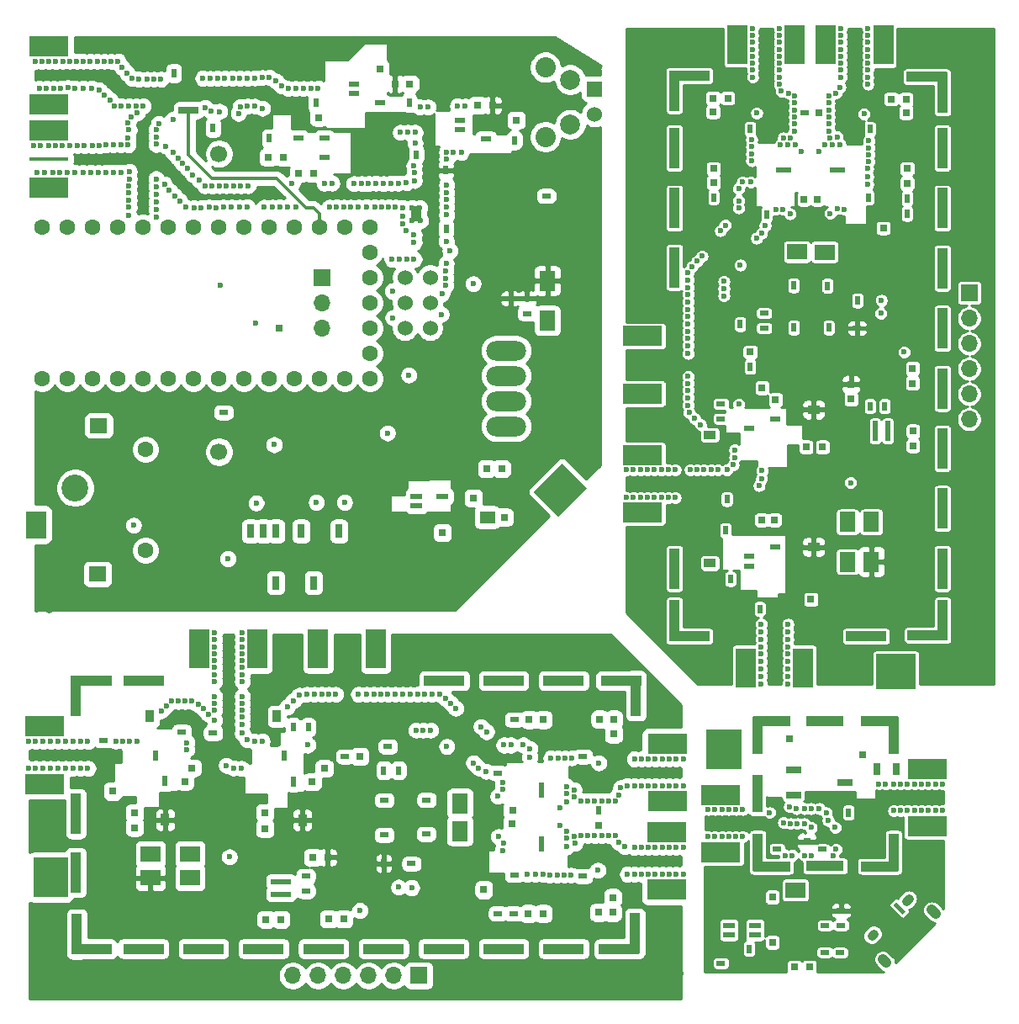
<source format=gbr>
G04 #@! TF.GenerationSoftware,KiCad,Pcbnew,(5.1.5-0-10_14)*
G04 #@! TF.CreationDate,2020-04-08T11:50:53-04:00*
G04 #@! TF.ProjectId,FEA,4645412e-6b69-4636-9164-5f7063625858,rev?*
G04 #@! TF.SameCoordinates,Original*
G04 #@! TF.FileFunction,Copper,L3,Inr*
G04 #@! TF.FilePolarity,Positive*
%FSLAX46Y46*%
G04 Gerber Fmt 4.6, Leading zero omitted, Abs format (unit mm)*
G04 Created by KiCad (PCBNEW (5.1.5-0-10_14)) date 2020-04-08 11:50:53*
%MOMM*%
%LPD*%
G04 APERTURE LIST*
%ADD10R,4.040000X1.000000*%
%ADD11R,1.000000X4.040000*%
%ADD12R,2.000000X1.600000*%
%ADD13R,0.800000X0.750000*%
%ADD14R,0.600000X1.550000*%
%ADD15C,0.100000*%
%ADD16R,0.600000X1.100000*%
%ADD17R,0.750000X0.800000*%
%ADD18R,0.800000X0.800000*%
%ADD19R,0.900000X1.200000*%
%ADD20R,1.700000X1.700000*%
%ADD21O,1.700000X1.700000*%
%ADD22R,0.500000X0.900000*%
%ADD23R,0.900000X0.500000*%
%ADD24R,4.000000X2.000000*%
%ADD25R,2.000000X4.000000*%
%ADD26R,2.000000X0.500000*%
%ADD27R,1.600000X2.000000*%
%ADD28R,3.810000X1.000000*%
%ADD29R,1.000000X3.810000*%
%ADD30R,1.543000X0.762000*%
%ADD31R,1.220000X0.620000*%
%ADD32R,0.700000X1.300000*%
%ADD33C,0.950000*%
%ADD34C,1.000000*%
%ADD35R,0.762000X1.400000*%
%ADD36R,1.000000X1.500000*%
%ADD37R,2.000000X2.800000*%
%ADD38C,2.700000*%
%ADD39R,1.524000X1.524000*%
%ADD40C,1.524000*%
%ADD41R,1.500000X1.300000*%
%ADD42R,2.000000X0.700000*%
%ADD43R,1.100000X0.600000*%
%ADD44R,1.800000X1.500000*%
%ADD45C,1.600000*%
%ADD46R,4.000000X0.380000*%
%ADD47C,2.032000*%
%ADD48C,2.000000*%
%ADD49O,4.000000X2.000000*%
%ADD50C,1.700000*%
%ADD51R,1.550000X0.600000*%
%ADD52R,1.200000X0.900000*%
%ADD53R,0.500000X2.000000*%
%ADD54C,0.600000*%
%ADD55C,0.380000*%
%ADD56C,0.254000*%
G04 APERTURE END LIST*
D10*
X110950000Y-96525000D03*
D11*
X104150000Y-98025000D03*
D10*
X105750000Y-96525000D03*
X105750000Y-123525000D03*
D11*
X104250000Y-122025000D03*
X160450000Y-121925000D03*
D10*
X158850000Y-123525000D03*
D11*
X160550000Y-98025000D03*
D10*
X159050000Y-96525000D03*
D11*
X104150000Y-115825000D03*
D10*
X147220000Y-96525000D03*
X153265000Y-96525000D03*
X110950000Y-123495000D03*
X116995000Y-123495000D03*
X123040000Y-123495000D03*
X129085000Y-123495000D03*
X135130000Y-123495000D03*
X141175000Y-123495000D03*
X147220000Y-123495000D03*
X153265000Y-123495000D03*
D11*
X104150000Y-109925000D03*
D10*
X141250000Y-96525000D03*
D12*
X115650000Y-116350000D03*
X111650000Y-116350000D03*
D13*
X115850000Y-105300000D03*
D14*
X151035000Y-112925000D03*
X151035000Y-107525000D03*
G04 #@! TA.AperFunction,ViaPad*
D15*
G36*
X103350000Y-118300000D02*
G01*
X99850000Y-118300000D01*
X99850000Y-114300000D01*
X103350000Y-114300000D01*
X103350000Y-118300000D01*
G37*
G04 #@! TD.AperFunction*
D16*
X126040000Y-106675000D03*
X125090000Y-104075000D03*
X112180000Y-104030000D03*
X113130000Y-106630000D03*
D12*
X115650000Y-113950000D03*
X111650000Y-113950000D03*
D13*
X115100000Y-106650000D03*
X110055000Y-111305000D03*
X110055000Y-109830000D03*
X127950000Y-106700000D03*
X123190000Y-109800000D03*
X123190000Y-111420000D03*
X129150000Y-105350000D03*
D17*
X132750000Y-104150000D03*
D13*
X148110000Y-109550000D03*
X148100000Y-110900000D03*
D17*
X145220000Y-117560000D03*
D13*
X156800000Y-111100000D03*
X123300000Y-120550000D03*
X124800000Y-120550000D03*
X128000000Y-114300000D03*
X129500000Y-114300000D03*
X131100000Y-120500000D03*
X129600000Y-120500000D03*
D17*
X149800000Y-100450000D03*
X149700000Y-119950000D03*
X151200000Y-100450000D03*
X151200000Y-119950000D03*
X158300000Y-100400000D03*
X158300000Y-101900000D03*
X158200000Y-119850000D03*
X158200000Y-118350000D03*
X156900000Y-100400000D03*
X156800000Y-119850000D03*
D18*
X107855000Y-107655000D03*
D19*
X113130000Y-110530000D03*
X111600000Y-100100000D03*
X126950000Y-110550000D03*
X124400000Y-100100000D03*
D20*
X138690000Y-126200000D03*
D21*
X136150000Y-126200000D03*
X133610000Y-126200000D03*
X131070000Y-126200000D03*
X128530000Y-126200000D03*
X125990000Y-126200000D03*
D22*
X135150000Y-114900000D03*
X135150000Y-105550000D03*
X136650000Y-105550000D03*
D23*
X135200000Y-112050000D03*
X135200000Y-108550000D03*
X106905000Y-102505000D03*
X114800000Y-101650000D03*
D22*
X127540000Y-101200000D03*
X126040000Y-101200000D03*
D23*
X131250000Y-104150000D03*
X135550000Y-103150000D03*
X146600000Y-105800000D03*
X155200000Y-104150000D03*
X139450000Y-108520000D03*
X139420000Y-111950000D03*
X155200000Y-116200000D03*
X137930000Y-114940000D03*
X148290000Y-116060000D03*
D22*
X156800000Y-109600000D03*
D23*
X127300000Y-117700000D03*
X127300000Y-116200000D03*
X146650000Y-119950000D03*
X148300000Y-100450000D03*
X148200000Y-119950000D03*
D24*
X100950000Y-101100000D03*
X100950000Y-106900000D03*
D25*
X116600000Y-93280000D03*
X122400000Y-93280000D03*
X128550000Y-93290000D03*
X134350000Y-93290000D03*
D24*
X163700000Y-108650000D03*
X163700000Y-102850000D03*
X163650000Y-111750000D03*
X163650000Y-117550000D03*
D26*
X124800000Y-118000000D03*
X124800000Y-116730000D03*
D23*
X117950000Y-101800000D03*
D27*
X142830000Y-108860000D03*
X142810000Y-111640000D03*
D28*
X179600000Y-115185000D03*
X179600000Y-100615000D03*
D29*
X172755000Y-107900000D03*
X172800000Y-102000000D03*
D28*
X174200000Y-100615000D03*
D29*
X172800000Y-113800000D03*
D28*
X174200000Y-115200000D03*
D29*
X186500000Y-102000000D03*
D28*
X185100000Y-100615000D03*
D29*
X186500000Y-113800000D03*
D28*
X185100000Y-115200000D03*
D23*
X179300000Y-113500000D03*
D22*
X181950000Y-109800000D03*
D17*
X183400000Y-103950000D03*
G04 #@! TA.AperFunction,ViaPad*
D15*
G36*
X167650000Y-101400000D02*
G01*
X171150000Y-101400000D01*
X171150000Y-105400000D01*
X167650000Y-105400000D01*
X167650000Y-101400000D01*
G37*
G04 #@! TD.AperFunction*
D13*
X176000000Y-102400000D03*
D24*
X169100000Y-108000000D03*
X169100000Y-113800000D03*
X189900000Y-111200000D03*
X189900000Y-105400000D03*
D13*
X177750000Y-112700000D03*
D17*
X174300000Y-118300000D03*
X174300000Y-122850000D03*
D12*
X176600000Y-117600000D03*
D17*
X176500000Y-125350000D03*
X178000000Y-125350000D03*
D23*
X174750000Y-113450000D03*
X169100000Y-124950000D03*
D22*
X171950000Y-123500000D03*
D23*
X179550000Y-123850000D03*
X181100000Y-123900000D03*
X179600000Y-121150000D03*
X181200000Y-121150000D03*
X181200000Y-119650000D03*
D30*
X176396500Y-108005000D03*
X181603500Y-106735000D03*
X176396500Y-105465000D03*
D31*
X172520000Y-121150000D03*
X172520000Y-122100000D03*
X169900000Y-121150000D03*
X169900000Y-122100000D03*
D32*
X184850000Y-105400000D03*
X186750000Y-105400000D03*
G04 #@! TA.AperFunction,ViaPad*
D15*
G36*
X187683363Y-119762043D02*
G01*
X187400521Y-120044885D01*
X186445927Y-119090291D01*
X186728769Y-118807449D01*
X187683363Y-119762043D01*
G37*
G04 #@! TD.AperFunction*
D33*
X184271573Y-122219239D02*
X184483705Y-122007107D01*
X187807107Y-118683705D02*
X188019239Y-118471573D01*
D34*
X185774174Y-124923922D02*
X185385266Y-124535014D01*
X190723922Y-119974174D02*
X190335014Y-119585266D01*
D35*
X124250000Y-86675000D03*
X128060000Y-86675000D03*
X121750000Y-81475000D03*
X123020000Y-81475000D03*
X124290000Y-81475000D03*
X126830000Y-81475000D03*
X130650000Y-81475000D03*
D20*
X128900000Y-55970000D03*
D21*
X128900000Y-58510000D03*
X128900000Y-61050000D03*
D36*
X138425000Y-49575000D03*
D37*
X100175000Y-80825000D03*
D38*
X104075000Y-77125000D03*
D27*
X151625000Y-56275000D03*
X151625000Y-60275000D03*
D39*
X156350000Y-36980000D03*
D40*
X156350000Y-39520000D03*
D41*
X145570000Y-80070000D03*
D42*
X115505000Y-39120000D03*
D31*
X141060000Y-77975000D03*
X138440000Y-77975000D03*
X138440000Y-78925000D03*
D43*
X145425000Y-42025000D03*
X142825000Y-41075000D03*
X142825000Y-40125000D03*
X132175000Y-36475000D03*
X132175000Y-37425000D03*
X134775000Y-38375000D03*
D44*
X106350000Y-85800000D03*
X106450000Y-70850000D03*
D45*
X111150000Y-73250000D03*
X111150000Y-83400000D03*
D43*
X129175000Y-41950000D03*
X126575000Y-41950000D03*
X129175000Y-43850000D03*
D24*
X101375000Y-46950000D03*
D46*
X101375000Y-44050000D03*
D24*
X101375000Y-41150000D03*
X101375000Y-38500000D03*
X101375000Y-32700000D03*
D47*
X151425000Y-41800000D03*
X151425000Y-34800000D03*
D48*
X153925000Y-40550000D03*
X153925000Y-36050000D03*
D45*
X133760000Y-58500000D03*
X133760000Y-55960000D03*
X133760000Y-53420000D03*
X133760000Y-50880000D03*
X133760000Y-61040000D03*
X133760000Y-63580000D03*
X133760000Y-66120000D03*
X131220000Y-50880000D03*
X128680000Y-50880000D03*
X126140000Y-50880000D03*
X123600000Y-50880000D03*
X121060000Y-50880000D03*
X118520000Y-50880000D03*
X115980000Y-50880000D03*
X113440000Y-50880000D03*
X110900000Y-50880000D03*
X108360000Y-50880000D03*
X105820000Y-50880000D03*
X103280000Y-50880000D03*
X100740000Y-50880000D03*
X131220000Y-66120000D03*
X128680000Y-66120000D03*
X126140000Y-66120000D03*
X123600000Y-66120000D03*
X121060000Y-66120000D03*
X118520000Y-66120000D03*
X115980000Y-66120000D03*
X113440000Y-66120000D03*
X110900000Y-66120000D03*
X108360000Y-66120000D03*
X105820000Y-66120000D03*
X103280000Y-66120000D03*
X100740000Y-66120000D03*
D17*
X141060000Y-81620000D03*
D13*
X144170000Y-78140000D03*
D17*
X147310000Y-80070000D03*
X147025000Y-75175000D03*
X145500000Y-75175000D03*
D13*
X148475000Y-40125000D03*
X144600000Y-38625000D03*
X146100000Y-38625000D03*
X134775000Y-34950000D03*
X136275000Y-36475000D03*
X137775000Y-36475000D03*
X128600000Y-39850000D03*
X124575000Y-61050000D03*
X123550000Y-43850000D03*
X125050000Y-43850000D03*
X126575000Y-45500000D03*
X128075000Y-45500000D03*
D23*
X147900000Y-58075000D03*
X149575000Y-59575000D03*
X149575000Y-58075000D03*
D22*
X138425000Y-43575000D03*
X141400000Y-45150000D03*
X148325000Y-42150000D03*
X137700000Y-38375000D03*
X128300000Y-38375000D03*
X114005000Y-35395000D03*
X117950000Y-40900000D03*
D23*
X151525000Y-47750000D03*
X119025000Y-69525000D03*
D22*
X123600000Y-41950000D03*
G04 #@! TA.AperFunction,ViaPad*
D15*
G36*
X153101777Y-74698350D02*
G01*
X155576650Y-77173223D01*
X152748223Y-80001650D01*
X150273350Y-77526777D01*
X153101777Y-74698350D01*
G37*
G04 #@! TD.AperFunction*
D22*
X141425000Y-51075000D03*
D49*
X147475000Y-63310000D03*
X147475000Y-65850000D03*
X147475000Y-68390000D03*
X147475000Y-70930000D03*
D50*
X118550000Y-73500000D03*
X118550000Y-43500000D03*
D40*
X139820000Y-55960000D03*
X139820000Y-58500000D03*
X139820000Y-61040000D03*
X137280000Y-61040000D03*
X137280000Y-58500000D03*
X137280000Y-55960000D03*
D22*
X170050000Y-86300000D03*
D17*
X174500000Y-80350000D03*
D11*
X164425000Y-85250000D03*
D10*
X165925000Y-92050000D03*
D11*
X164425000Y-90450000D03*
X191425000Y-90450000D03*
D10*
X189925000Y-91950000D03*
X189825000Y-35750000D03*
D11*
X191425000Y-37350000D03*
D10*
X165925000Y-35650000D03*
D11*
X164425000Y-37150000D03*
D10*
X183725000Y-92050000D03*
D11*
X164425000Y-48980000D03*
X164425000Y-42935000D03*
X191395000Y-85250000D03*
X191395000Y-79205000D03*
X191395000Y-73160000D03*
X191395000Y-67115000D03*
X191395000Y-61070000D03*
X191395000Y-55025000D03*
X191395000Y-48980000D03*
X191395000Y-42935000D03*
X164425000Y-54950000D03*
D43*
X171930000Y-84970000D03*
X171930000Y-84020000D03*
X174530000Y-83070000D03*
D27*
X184250000Y-80550000D03*
X184250000Y-84550000D03*
D17*
X173200000Y-80350000D03*
D51*
X180825000Y-45165000D03*
X175425000Y-45165000D03*
G04 #@! TA.AperFunction,ViaPad*
D15*
G36*
X188700000Y-93850000D02*
G01*
X188700000Y-97350000D01*
X184700000Y-97350000D01*
X184700000Y-93850000D01*
X188700000Y-93850000D01*
G37*
G04 #@! TD.AperFunction*
D43*
X174575000Y-70160000D03*
X171975000Y-71110000D03*
D27*
X181850000Y-80550000D03*
X181850000Y-84550000D03*
D17*
X174600000Y-68250000D03*
X177700000Y-73010000D03*
X179320000Y-73010000D03*
X173250000Y-67050000D03*
D13*
X172050000Y-63450000D03*
D17*
X177450000Y-48090000D03*
X178800000Y-48100000D03*
D13*
X185460000Y-50980000D03*
D17*
X179000000Y-39400000D03*
X188450000Y-72900000D03*
X188450000Y-71400000D03*
X182200000Y-68200000D03*
X182200000Y-66700000D03*
X188400000Y-65100000D03*
X188400000Y-66600000D03*
D13*
X168350000Y-46400000D03*
X187850000Y-46500000D03*
X168350000Y-45000000D03*
X187850000Y-45000000D03*
X168300000Y-37900000D03*
X169800000Y-37900000D03*
X187750000Y-38000000D03*
X186250000Y-38000000D03*
X168300000Y-39300000D03*
X187750000Y-39400000D03*
D18*
X178155000Y-88345000D03*
D52*
X178430000Y-83070000D03*
X168000000Y-84700000D03*
X178450000Y-69250000D03*
X168000000Y-71800000D03*
D20*
X194100000Y-57510000D03*
D21*
X194100000Y-60050000D03*
X194100000Y-62590000D03*
X194100000Y-65130000D03*
X194100000Y-67670000D03*
X194100000Y-70210000D03*
D23*
X182800000Y-61050000D03*
X173450000Y-61050000D03*
X173450000Y-59550000D03*
D22*
X179950000Y-61000000D03*
X176450000Y-61000000D03*
X173005000Y-89295000D03*
X169550000Y-81400000D03*
D23*
X169100000Y-68660000D03*
X169100000Y-70160000D03*
D22*
X172050000Y-64950000D03*
X171050000Y-60650000D03*
X173700000Y-49600000D03*
X172050000Y-41000000D03*
X176420000Y-56750000D03*
X179850000Y-56780000D03*
X184100000Y-41000000D03*
X182840000Y-58270000D03*
X183960000Y-47910000D03*
D23*
X177500000Y-39400000D03*
D22*
X185600000Y-68900000D03*
X184100000Y-68900000D03*
X187850000Y-49550000D03*
X168350000Y-47900000D03*
X187850000Y-48000000D03*
D25*
X171600000Y-95250000D03*
X177400000Y-95250000D03*
D24*
X161180000Y-79600000D03*
X161180000Y-73800000D03*
X161190000Y-67650000D03*
X161190000Y-61850000D03*
D25*
X176550000Y-32500000D03*
X170750000Y-32500000D03*
X179650000Y-32550000D03*
X185450000Y-32550000D03*
D53*
X185900000Y-71400000D03*
X184630000Y-71400000D03*
D22*
X169700000Y-78250000D03*
D12*
X176760000Y-53370000D03*
X179540000Y-53390000D03*
D54*
X119600000Y-114250000D03*
X182150000Y-76600000D03*
X99350000Y-102650000D03*
X100100000Y-102650000D03*
X100850000Y-102650000D03*
X101600000Y-102650000D03*
X102350000Y-102650000D03*
X103100000Y-102650000D03*
X103850000Y-102650000D03*
X104600000Y-102650000D03*
X105350000Y-102650000D03*
X108150000Y-102600000D03*
X108850000Y-102600000D03*
X109550000Y-102600000D03*
X110300000Y-102600000D03*
X105350000Y-105350000D03*
X104600000Y-105350000D03*
X102350000Y-105350000D03*
X103100000Y-105350000D03*
X100100000Y-105350000D03*
X101600000Y-105350000D03*
X103850000Y-105350000D03*
X100850000Y-105350000D03*
X99350000Y-105350000D03*
X112750000Y-99550000D03*
X113250000Y-99050000D03*
X115300000Y-102750000D03*
X115300000Y-103450000D03*
X119300000Y-105050000D03*
X120000000Y-105300000D03*
X120800000Y-105350000D03*
X120900000Y-101800000D03*
X127500000Y-103000000D03*
X125450000Y-99150000D03*
X126050000Y-98550000D03*
X126650000Y-98000000D03*
X128150000Y-97900000D03*
X128900000Y-97900000D03*
X129600000Y-97900000D03*
X130300000Y-97900000D03*
X144950000Y-101150000D03*
X145500000Y-101650000D03*
X147250000Y-103000000D03*
X147950000Y-103000000D03*
X149200000Y-103000000D03*
X149850000Y-103350000D03*
X138400000Y-101500000D03*
X139100000Y-101500000D03*
X139850000Y-101500000D03*
X141500000Y-103150000D03*
X144200000Y-104800000D03*
X144700000Y-105300000D03*
X145450000Y-105650000D03*
X147100000Y-106750000D03*
X147100000Y-107450000D03*
X118100000Y-93100000D03*
X120900000Y-98100000D03*
X120900000Y-95200000D03*
X120900000Y-95900000D03*
X120900000Y-98800000D03*
X120900000Y-93100000D03*
X120900000Y-94500000D03*
X120900000Y-93800000D03*
X120900000Y-99500000D03*
X120900000Y-100200000D03*
X120900000Y-100900000D03*
X122900000Y-102600000D03*
X122150000Y-102600000D03*
X121400000Y-102450000D03*
X149850000Y-104200000D03*
X152000000Y-104300000D03*
X152700000Y-104300000D03*
X153400000Y-104300000D03*
X154100000Y-104300000D03*
X160400000Y-104400000D03*
X161100000Y-104400000D03*
X161100000Y-104400000D03*
X161800000Y-104400000D03*
X162500000Y-104400000D03*
X163200000Y-104400000D03*
X163900000Y-104400000D03*
X164600000Y-104400000D03*
X165300000Y-104400000D03*
X164600000Y-107100000D03*
X161800000Y-107100000D03*
X165300000Y-107100000D03*
X161100000Y-107100000D03*
X160400000Y-107100000D03*
X163200000Y-107100000D03*
X162500000Y-107100000D03*
X163900000Y-107100000D03*
X161100000Y-107100000D03*
X163200000Y-113300000D03*
X161100000Y-113300000D03*
X161100000Y-113300000D03*
X162500000Y-113300000D03*
X164600000Y-113300000D03*
X163900000Y-113300000D03*
X161800000Y-113300000D03*
X160400000Y-113300000D03*
X165300000Y-113300000D03*
X165300000Y-116000000D03*
X162500000Y-116000000D03*
X160400000Y-116000000D03*
X164600000Y-116000000D03*
X161800000Y-116000000D03*
X163900000Y-116000000D03*
X163200000Y-116000000D03*
X161100000Y-116000000D03*
X161100000Y-116000000D03*
X159700000Y-107100000D03*
X159000000Y-107300000D03*
X158800000Y-108000000D03*
X158500000Y-108600000D03*
X157800000Y-108600000D03*
X157100000Y-108600000D03*
X156400000Y-108600000D03*
X155700000Y-108600000D03*
X155000000Y-108600000D03*
X154300000Y-108200000D03*
X154300000Y-107500000D03*
X153600000Y-107200000D03*
X153600000Y-107900000D03*
X153600000Y-108700000D03*
X152900000Y-109300000D03*
X152900000Y-111100000D03*
X153600000Y-111700000D03*
X153600000Y-112400000D03*
X153600000Y-113200000D03*
X154400000Y-112900000D03*
X154300000Y-112200000D03*
X157100000Y-112100000D03*
X155700000Y-112100000D03*
X158500000Y-112100000D03*
X155000000Y-112100000D03*
X157800000Y-112100000D03*
X156400000Y-112100000D03*
X158800000Y-112800000D03*
X159400000Y-113200000D03*
X159700000Y-116000000D03*
X154000000Y-116100000D03*
X153300000Y-116100000D03*
X152600000Y-116100000D03*
X151900000Y-116100000D03*
X151200000Y-116000000D03*
X150400000Y-116000000D03*
X149600000Y-116000000D03*
X157100000Y-112100000D03*
X117500000Y-99900000D03*
X115850000Y-98600000D03*
X118100000Y-93800000D03*
X118100000Y-94500000D03*
X113800000Y-98600000D03*
X117000000Y-99350000D03*
X118100000Y-100500000D03*
X118100000Y-98800000D03*
X118100000Y-99500000D03*
X118100000Y-95900000D03*
X118100000Y-95200000D03*
X118100000Y-98100000D03*
X116450000Y-98900000D03*
X114450000Y-98600000D03*
X115150000Y-98600000D03*
X113250000Y-99050000D03*
X120900000Y-96600000D03*
X118100000Y-96600000D03*
X120900000Y-92400000D03*
X120900000Y-91700000D03*
X118100000Y-92400000D03*
X118100000Y-91700000D03*
X167800000Y-109500000D03*
X168500000Y-109500000D03*
X169200000Y-109500000D03*
X169900000Y-109500000D03*
X170600000Y-109500000D03*
X171300000Y-109500000D03*
X171300000Y-112200000D03*
X170600000Y-112200000D03*
X169900000Y-112200000D03*
X169200000Y-112200000D03*
X168500000Y-112200000D03*
X167800000Y-112200000D03*
X174000000Y-109800000D03*
X178200000Y-114100000D03*
X177500000Y-114100000D03*
X176300000Y-114100000D03*
X175600000Y-114100000D03*
X191400000Y-109600000D03*
X190700000Y-109600000D03*
X190000000Y-109600000D03*
X189300000Y-109600000D03*
X188600000Y-109600000D03*
X187900000Y-109600000D03*
X187200000Y-109600000D03*
X187200000Y-106900000D03*
X187900000Y-106900000D03*
X188600000Y-106900000D03*
X189300000Y-106900000D03*
X190000000Y-106900000D03*
X190700000Y-106900000D03*
X191400000Y-106900000D03*
X186500000Y-106900000D03*
X185700000Y-106900000D03*
X185000000Y-106900000D03*
X186500000Y-109600000D03*
X171300000Y-109500000D03*
X176000000Y-109200000D03*
X176700000Y-109400000D03*
X177500000Y-109400000D03*
X178200000Y-109400000D03*
X179000000Y-109400000D03*
X179700000Y-109800000D03*
X179900000Y-110600000D03*
X180600000Y-111300000D03*
X180700000Y-113500000D03*
X180400000Y-114100000D03*
X178200000Y-111300000D03*
X177500000Y-110900000D03*
X176800000Y-110900000D03*
X176100000Y-110900000D03*
X175400000Y-110800000D03*
X136010000Y-57330000D03*
X136080000Y-60000000D03*
X141010000Y-57590000D03*
X140940000Y-59670000D03*
X141400000Y-56750000D03*
X141400000Y-56025000D03*
X141400000Y-55300000D03*
X141425000Y-54550000D03*
X141450000Y-52300000D03*
X141475000Y-49650000D03*
X141475000Y-48875000D03*
X141475000Y-48125000D03*
X141475000Y-47400000D03*
X141475000Y-46650000D03*
X141475000Y-44025000D03*
X141475000Y-43350000D03*
X142175000Y-43350000D03*
X142950000Y-43350000D03*
X136000000Y-54125000D03*
X136725000Y-54125000D03*
X137450000Y-54125000D03*
X138200000Y-54125000D03*
X138200000Y-52425000D03*
X138200000Y-51675000D03*
X138225000Y-46200000D03*
X138225000Y-45425000D03*
X138200000Y-44725000D03*
X138300000Y-42425000D03*
X138300000Y-41350000D03*
X143350000Y-38725000D03*
X142575000Y-38700000D03*
X139600000Y-38800000D03*
X138800000Y-38800000D03*
X137575000Y-41350000D03*
X136825000Y-41350000D03*
X128550000Y-36925000D03*
X127825000Y-36950000D03*
X127050000Y-36950000D03*
X126275000Y-36950000D03*
X125525000Y-36950000D03*
X124850000Y-36700000D03*
X124275000Y-36175000D03*
X123600000Y-35825000D03*
X122900000Y-35850000D03*
X122150000Y-35875000D03*
X121400000Y-35900000D03*
X120675000Y-35900000D03*
X119925000Y-35900000D03*
X119150000Y-35900000D03*
X118400000Y-35900000D03*
X117675000Y-35925000D03*
X116950000Y-35900000D03*
X109525000Y-45300000D03*
X109525000Y-46025000D03*
X109500000Y-46750000D03*
X109500000Y-47450000D03*
X109500000Y-48175000D03*
X109500000Y-48900000D03*
X109475000Y-49725000D03*
X112225000Y-46025000D03*
X112225000Y-46800000D03*
X112225000Y-47600000D03*
X112225000Y-48375000D03*
X112225000Y-49125000D03*
X112225000Y-49900000D03*
X117175000Y-38875000D03*
X117775000Y-39225000D03*
X118625000Y-39250000D03*
X120525000Y-39425000D03*
X120700000Y-38750000D03*
X121425000Y-38725000D03*
X122175000Y-38725000D03*
X122925000Y-38925000D03*
X137425000Y-46425000D03*
X136600000Y-46450000D03*
X135900000Y-46475000D03*
X135100000Y-46500000D03*
X134350000Y-46475000D03*
X133625000Y-46500000D03*
X132925000Y-46525000D03*
X132150000Y-46525000D03*
X125925000Y-46500000D03*
X121475000Y-46725000D03*
X120750000Y-46725000D03*
X120025000Y-46725000D03*
X119300000Y-46725000D03*
X118600000Y-46725000D03*
X117875000Y-46750000D03*
X117125000Y-46725000D03*
X116550000Y-46150000D03*
X100250000Y-45375000D03*
X101025000Y-45375000D03*
X101800000Y-45375000D03*
X102525000Y-45375000D03*
X103275000Y-45375000D03*
X104075000Y-45375000D03*
X104850000Y-45350000D03*
X105650000Y-45350000D03*
X106425000Y-45375000D03*
X107150000Y-45350000D03*
X107925000Y-45350000D03*
X108700000Y-45350000D03*
X113075000Y-46575000D03*
X113550000Y-47200000D03*
X114075000Y-47725000D03*
X114600000Y-48250000D03*
X115175000Y-48875000D03*
X116025000Y-48925000D03*
X116775000Y-48925000D03*
X117550000Y-48875000D03*
X118250000Y-48925000D03*
X119000000Y-48875000D03*
X119825000Y-48900000D03*
X120625000Y-48875000D03*
X121400000Y-48850000D03*
X123100000Y-48900000D03*
X123925000Y-48875000D03*
X124675000Y-48850000D03*
X125450000Y-48850000D03*
X126275000Y-48850000D03*
X129675000Y-48875000D03*
X130400000Y-48850000D03*
X131125000Y-48875000D03*
X131825000Y-48875000D03*
X132600000Y-48875000D03*
X133450000Y-48850000D03*
X134250000Y-48850000D03*
X134925000Y-48850000D03*
X135650000Y-48850000D03*
X136325000Y-48875000D03*
X137050000Y-48925000D03*
X137050000Y-49775000D03*
X137050000Y-50525000D03*
X137425000Y-51250000D03*
X113925000Y-43375000D03*
X115925000Y-45600000D03*
X114875000Y-44475000D03*
X112225000Y-42550000D03*
X112225000Y-41800000D03*
X112500000Y-40450000D03*
X115400000Y-45000000D03*
X114425000Y-43925000D03*
X113200000Y-42750000D03*
X113925000Y-40025000D03*
X112250000Y-41100000D03*
X103525000Y-34175000D03*
X102825000Y-34200000D03*
X100025000Y-34225000D03*
X100700000Y-34225000D03*
X101400000Y-34225000D03*
X104250000Y-34200000D03*
X102125000Y-34225000D03*
X129150000Y-46475000D03*
X129925000Y-46475000D03*
X103325000Y-36875000D03*
X102625000Y-36900000D03*
X100500000Y-36925000D03*
X101200000Y-36925000D03*
X104050000Y-36900000D03*
X101925000Y-36925000D03*
X104900000Y-34200000D03*
X105600000Y-34200000D03*
X106300000Y-34200000D03*
X107000000Y-34200000D03*
X107700000Y-34200000D03*
X108400000Y-34200000D03*
X108800000Y-34800000D03*
X109300000Y-35400000D03*
X109800000Y-35900000D03*
X110500000Y-36000000D03*
X111300000Y-36000000D03*
X112000000Y-36000000D03*
X112700000Y-36000000D03*
X110900000Y-38700000D03*
X110200000Y-38700000D03*
X109500000Y-38700000D03*
X108700000Y-38700000D03*
X108000000Y-38700000D03*
X107600000Y-38100000D03*
X107000000Y-37600000D03*
X106500000Y-37100000D03*
X105700000Y-36900000D03*
X104900000Y-36900000D03*
X110300000Y-39400000D03*
X109700000Y-39800000D03*
X109400000Y-40400000D03*
X109500000Y-41100000D03*
X109400000Y-41900000D03*
X109400000Y-42600000D03*
X108700000Y-42600000D03*
X107900000Y-42600000D03*
X107200000Y-42600000D03*
X106500000Y-42700000D03*
X105800000Y-42700000D03*
X105000000Y-42700000D03*
X104300000Y-42700000D03*
X103500000Y-42700000D03*
X102800000Y-42700000D03*
X102100000Y-42700000D03*
X101400000Y-42700000D03*
X100600000Y-42700000D03*
X99900000Y-42700000D03*
X173150000Y-96850000D03*
X173150000Y-96100000D03*
X173150000Y-95350000D03*
X173150000Y-94600000D03*
X173150000Y-93850000D03*
X173150000Y-93100000D03*
X173150000Y-92350000D03*
X173150000Y-91600000D03*
X173150000Y-90850000D03*
X175850000Y-90850000D03*
X175850000Y-91600000D03*
X175850000Y-93850000D03*
X175850000Y-93100000D03*
X175850000Y-96100000D03*
X175850000Y-94600000D03*
X175850000Y-92350000D03*
X175850000Y-95350000D03*
X175850000Y-96850000D03*
X172950000Y-76900000D03*
X173200000Y-76200000D03*
X173250000Y-75400000D03*
X169700000Y-75300000D03*
X170900000Y-68700000D03*
X167050000Y-70750000D03*
X166450000Y-70150000D03*
X165900000Y-69550000D03*
X165800000Y-68800000D03*
X165800000Y-68050000D03*
X165800000Y-67300000D03*
X165800000Y-66600000D03*
X165800000Y-65900000D03*
X165800000Y-63600000D03*
X165800000Y-62800000D03*
X165800000Y-62050000D03*
X165800000Y-61350000D03*
X165800000Y-60650000D03*
X165800000Y-59900000D03*
X165800000Y-59150000D03*
X165800000Y-58400000D03*
X165800000Y-57650000D03*
X165800000Y-56950000D03*
X165800000Y-56200000D03*
X165800000Y-55450000D03*
X166200000Y-54850000D03*
X166700000Y-54300000D03*
X167200000Y-53800000D03*
X169050000Y-51250000D03*
X169550000Y-50700000D03*
X170900000Y-48950000D03*
X170900000Y-48250000D03*
X170900000Y-47000000D03*
X171250000Y-46350000D03*
X169400000Y-57800000D03*
X169400000Y-57100000D03*
X169400000Y-56350000D03*
X171050000Y-54700000D03*
X172700000Y-52000000D03*
X173200000Y-51500000D03*
X173550000Y-50750000D03*
X174650000Y-49100000D03*
X175350000Y-49100000D03*
X161000000Y-78100000D03*
X166000000Y-75300000D03*
X163100000Y-75300000D03*
X163800000Y-75300000D03*
X166700000Y-75300000D03*
X161000000Y-75300000D03*
X162400000Y-75300000D03*
X161700000Y-75300000D03*
X167400000Y-75300000D03*
X168100000Y-75300000D03*
X168800000Y-75300000D03*
X170500000Y-73300000D03*
X170500000Y-74050000D03*
X170350000Y-74800000D03*
X172100000Y-46350000D03*
X181500000Y-49100000D03*
X172200000Y-44200000D03*
X172200000Y-43500000D03*
X172200000Y-42800000D03*
X172200000Y-42100000D03*
X172700000Y-39400000D03*
X172300000Y-35800000D03*
X172300000Y-35100000D03*
X172300000Y-35100000D03*
X172300000Y-34400000D03*
X172300000Y-33700000D03*
X172300000Y-33000000D03*
X172300000Y-32300000D03*
X172300000Y-31600000D03*
X172300000Y-30900000D03*
X175000000Y-31600000D03*
X175000000Y-34400000D03*
X175000000Y-30900000D03*
X175000000Y-35100000D03*
X175000000Y-35800000D03*
X175000000Y-33000000D03*
X175000000Y-33700000D03*
X175000000Y-32300000D03*
X175000000Y-35100000D03*
X181200000Y-33000000D03*
X181200000Y-35100000D03*
X181200000Y-35100000D03*
X181200000Y-33700000D03*
X181200000Y-31600000D03*
X181200000Y-32300000D03*
X181200000Y-34400000D03*
X181200000Y-35800000D03*
X181200000Y-30900000D03*
X183900000Y-30900000D03*
X183900000Y-33700000D03*
X183900000Y-35800000D03*
X183900000Y-31600000D03*
X183900000Y-34400000D03*
X183900000Y-32300000D03*
X183900000Y-33000000D03*
X183900000Y-35100000D03*
X183900000Y-35100000D03*
X175000000Y-36500000D03*
X175200000Y-37200000D03*
X175900000Y-37400000D03*
X176500000Y-37700000D03*
X176500000Y-38400000D03*
X176500000Y-39100000D03*
X176500000Y-39800000D03*
X176500000Y-40500000D03*
X176500000Y-41200000D03*
X176100000Y-41900000D03*
X175400000Y-41900000D03*
X175100000Y-42600000D03*
X175800000Y-42600000D03*
X176600000Y-42600000D03*
X177200000Y-43300000D03*
X179000000Y-43300000D03*
X179600000Y-42600000D03*
X180300000Y-42600000D03*
X181100000Y-42600000D03*
X180800000Y-41800000D03*
X180100000Y-41900000D03*
X180800000Y-49000000D03*
X180000000Y-39100000D03*
X180000000Y-40500000D03*
X180000000Y-37700000D03*
X180000000Y-41200000D03*
X180000000Y-38400000D03*
X180000000Y-39800000D03*
X180700000Y-37400000D03*
X181100000Y-36800000D03*
X183900000Y-36500000D03*
X183500000Y-39500000D03*
X184000000Y-42200000D03*
X184000000Y-42900000D03*
X184000000Y-43600000D03*
X184000000Y-44300000D03*
X183900000Y-45000000D03*
X183900000Y-45800000D03*
X183900000Y-46600000D03*
X180000000Y-39100000D03*
X161700000Y-78100000D03*
X162400000Y-78100000D03*
X163800000Y-78100000D03*
X163100000Y-78100000D03*
X164500000Y-75300000D03*
X164500000Y-78100000D03*
X160300000Y-75300000D03*
X159600000Y-75300000D03*
X160300000Y-78100000D03*
X159600000Y-78100000D03*
X136650000Y-117300000D03*
X185200000Y-59550000D03*
X137950000Y-117350000D03*
X185250000Y-58250000D03*
X109950000Y-80875000D03*
X132750000Y-119650000D03*
X187550000Y-63450000D03*
X156700000Y-115600000D03*
X146650000Y-108150000D03*
X176050000Y-49550000D03*
X146700000Y-112200000D03*
X180100000Y-49500000D03*
X127400000Y-97900000D03*
X132600000Y-97900000D03*
X133400000Y-97900000D03*
X134150000Y-97900000D03*
X134850000Y-97900000D03*
X135550000Y-97900000D03*
X136300000Y-97900000D03*
X137050000Y-97900000D03*
X137800000Y-97900000D03*
X138550000Y-97900000D03*
X139250000Y-97900000D03*
X140000000Y-97900000D03*
X140750000Y-97900000D03*
X141350000Y-98300000D03*
X141900000Y-98800000D03*
X142400000Y-99300000D03*
X147100000Y-113600000D03*
X147200000Y-112900000D03*
X122300000Y-78650000D03*
X144150000Y-56575000D03*
X137675000Y-65775000D03*
X135525000Y-71600000D03*
X131200000Y-78575000D03*
X128350000Y-78575000D03*
X124100000Y-72775000D03*
X141825000Y-53275000D03*
X156800000Y-104800000D03*
X119450000Y-84250000D03*
X122250000Y-60550000D03*
X118700000Y-56775000D03*
X138850000Y-50250000D03*
X138025000Y-50225000D03*
X138000000Y-48950000D03*
X138750000Y-48950000D03*
D55*
X115505000Y-39120000D02*
X115505000Y-43645000D01*
X115505000Y-43645000D02*
X117840000Y-45980000D01*
X117840000Y-45980000D02*
X124390000Y-45980000D01*
X124390000Y-45980000D02*
X127340000Y-48930000D01*
X127340000Y-48930000D02*
X128090000Y-48930000D01*
X128680000Y-49520000D02*
X128680000Y-50880000D01*
X128090000Y-48930000D02*
X128680000Y-49520000D01*
D56*
G36*
X120000932Y-91972729D02*
G01*
X120032938Y-92050000D01*
X120000932Y-92127271D01*
X119965000Y-92307911D01*
X119965000Y-92492089D01*
X120000932Y-92672729D01*
X120032938Y-92750000D01*
X120000932Y-92827271D01*
X119965000Y-93007911D01*
X119965000Y-93192089D01*
X120000932Y-93372729D01*
X120032938Y-93450000D01*
X120000932Y-93527271D01*
X119965000Y-93707911D01*
X119965000Y-93892089D01*
X120000932Y-94072729D01*
X120032938Y-94150000D01*
X120000932Y-94227271D01*
X119965000Y-94407911D01*
X119965000Y-94592089D01*
X120000932Y-94772729D01*
X120032938Y-94850000D01*
X120000932Y-94927271D01*
X119965000Y-95107911D01*
X119965000Y-95292089D01*
X120000932Y-95472729D01*
X120032938Y-95550000D01*
X120000932Y-95627271D01*
X119965000Y-95807911D01*
X119965000Y-95992089D01*
X120000932Y-96172729D01*
X120032938Y-96250000D01*
X120000932Y-96327271D01*
X119965000Y-96507911D01*
X119965000Y-96692089D01*
X120000932Y-96872729D01*
X120071414Y-97042889D01*
X120173738Y-97196028D01*
X120303972Y-97326262D01*
X120339498Y-97350000D01*
X120303972Y-97373738D01*
X120173738Y-97503972D01*
X120071414Y-97657111D01*
X120000932Y-97827271D01*
X119965000Y-98007911D01*
X119965000Y-98192089D01*
X120000932Y-98372729D01*
X120032938Y-98450000D01*
X120000932Y-98527271D01*
X119965000Y-98707911D01*
X119965000Y-98892089D01*
X120000932Y-99072729D01*
X120032938Y-99150000D01*
X120000932Y-99227271D01*
X119965000Y-99407911D01*
X119965000Y-99592089D01*
X120000932Y-99772729D01*
X120032938Y-99850000D01*
X120000932Y-99927271D01*
X119965000Y-100107911D01*
X119965000Y-100292089D01*
X120000932Y-100472729D01*
X120032938Y-100550000D01*
X120000932Y-100627271D01*
X119965000Y-100807911D01*
X119965000Y-100992089D01*
X120000932Y-101172729D01*
X120071414Y-101342889D01*
X120076165Y-101350000D01*
X120071414Y-101357111D01*
X120000932Y-101527271D01*
X119965000Y-101707911D01*
X119965000Y-101892089D01*
X120000932Y-102072729D01*
X120071414Y-102242889D01*
X120173738Y-102396028D01*
X120303972Y-102526262D01*
X120457111Y-102628586D01*
X120484459Y-102639914D01*
X120500932Y-102722729D01*
X120571414Y-102892889D01*
X120673738Y-103046028D01*
X120803972Y-103176262D01*
X120957111Y-103278586D01*
X121127271Y-103349068D01*
X121307911Y-103385000D01*
X121492089Y-103385000D01*
X121607517Y-103362040D01*
X121707111Y-103428586D01*
X121773000Y-103455878D01*
X121773000Y-104823000D01*
X121572385Y-104823000D01*
X121526262Y-104753972D01*
X121396028Y-104623738D01*
X121242889Y-104521414D01*
X121072729Y-104450932D01*
X120892089Y-104415000D01*
X120707911Y-104415000D01*
X120527271Y-104450932D01*
X120456257Y-104480347D01*
X120442889Y-104471414D01*
X120272729Y-104400932D01*
X120092089Y-104365000D01*
X119937290Y-104365000D01*
X119896028Y-104323738D01*
X119742889Y-104221414D01*
X119572729Y-104150932D01*
X119392089Y-104115000D01*
X119207911Y-104115000D01*
X119027271Y-104150932D01*
X118857111Y-104221414D01*
X118703972Y-104323738D01*
X118573738Y-104453972D01*
X118471414Y-104607111D01*
X118400932Y-104777271D01*
X118365000Y-104957911D01*
X118365000Y-105142089D01*
X118400932Y-105322729D01*
X118471414Y-105492889D01*
X118573738Y-105646028D01*
X118703972Y-105776262D01*
X118857111Y-105878586D01*
X119027271Y-105949068D01*
X119207911Y-105985000D01*
X119362710Y-105985000D01*
X119403972Y-106026262D01*
X119557111Y-106128586D01*
X119727271Y-106199068D01*
X119907911Y-106235000D01*
X120092089Y-106235000D01*
X120272729Y-106199068D01*
X120343743Y-106169653D01*
X120357111Y-106178586D01*
X120527271Y-106249068D01*
X120707911Y-106285000D01*
X120892089Y-106285000D01*
X121072729Y-106249068D01*
X121073000Y-106248956D01*
X121073000Y-107850000D01*
X121075440Y-107874776D01*
X121082667Y-107898601D01*
X121094403Y-107920557D01*
X121110197Y-107939803D01*
X121129443Y-107955597D01*
X121151399Y-107967333D01*
X121175224Y-107974560D01*
X121200000Y-107977000D01*
X123373000Y-107977000D01*
X123373000Y-108786928D01*
X122790000Y-108786928D01*
X122665518Y-108799188D01*
X122545820Y-108835498D01*
X122435506Y-108894463D01*
X122338815Y-108973815D01*
X122259463Y-109070506D01*
X122200498Y-109180820D01*
X122164188Y-109300518D01*
X122151928Y-109425000D01*
X122151928Y-110175000D01*
X122164188Y-110299482D01*
X122200498Y-110419180D01*
X122259463Y-110529494D01*
X122325532Y-110610000D01*
X122259463Y-110690506D01*
X122200498Y-110800820D01*
X122164188Y-110920518D01*
X122151928Y-111045000D01*
X122151928Y-111795000D01*
X122164188Y-111919482D01*
X122200498Y-112039180D01*
X122259463Y-112149494D01*
X122338815Y-112246185D01*
X122435506Y-112325537D01*
X122545820Y-112384502D01*
X122665518Y-112420812D01*
X122790000Y-112433072D01*
X123590000Y-112433072D01*
X123714482Y-112420812D01*
X123834180Y-112384502D01*
X123944494Y-112325537D01*
X124041185Y-112246185D01*
X124120537Y-112149494D01*
X124179502Y-112039180D01*
X124215812Y-111919482D01*
X124227579Y-111800000D01*
X134111928Y-111800000D01*
X134111928Y-112300000D01*
X134124188Y-112424482D01*
X134160498Y-112544180D01*
X134219463Y-112654494D01*
X134298815Y-112751185D01*
X134395506Y-112830537D01*
X134505820Y-112889502D01*
X134625518Y-112925812D01*
X134750000Y-112938072D01*
X135650000Y-112938072D01*
X135774482Y-112925812D01*
X135894180Y-112889502D01*
X136004494Y-112830537D01*
X136101185Y-112751185D01*
X136180537Y-112654494D01*
X136239502Y-112544180D01*
X136275812Y-112424482D01*
X136288072Y-112300000D01*
X136288072Y-111800000D01*
X136278224Y-111700000D01*
X138331928Y-111700000D01*
X138331928Y-112200000D01*
X138344188Y-112324482D01*
X138380498Y-112444180D01*
X138439463Y-112554494D01*
X138518815Y-112651185D01*
X138615506Y-112730537D01*
X138725820Y-112789502D01*
X138845518Y-112825812D01*
X138970000Y-112838072D01*
X139870000Y-112838072D01*
X139994482Y-112825812D01*
X140114180Y-112789502D01*
X140224494Y-112730537D01*
X140321185Y-112651185D01*
X140400537Y-112554494D01*
X140459502Y-112444180D01*
X140495812Y-112324482D01*
X140508072Y-112200000D01*
X140508072Y-111700000D01*
X140495812Y-111575518D01*
X140459502Y-111455820D01*
X140400537Y-111345506D01*
X140321185Y-111248815D01*
X140224494Y-111169463D01*
X140114180Y-111110498D01*
X139994482Y-111074188D01*
X139870000Y-111061928D01*
X138970000Y-111061928D01*
X138845518Y-111074188D01*
X138725820Y-111110498D01*
X138615506Y-111169463D01*
X138518815Y-111248815D01*
X138439463Y-111345506D01*
X138380498Y-111455820D01*
X138344188Y-111575518D01*
X138331928Y-111700000D01*
X136278224Y-111700000D01*
X136275812Y-111675518D01*
X136239502Y-111555820D01*
X136180537Y-111445506D01*
X136101185Y-111348815D01*
X136004494Y-111269463D01*
X135894180Y-111210498D01*
X135774482Y-111174188D01*
X135650000Y-111161928D01*
X134750000Y-111161928D01*
X134625518Y-111174188D01*
X134505820Y-111210498D01*
X134395506Y-111269463D01*
X134298815Y-111348815D01*
X134219463Y-111445506D01*
X134160498Y-111555820D01*
X134124188Y-111675518D01*
X134111928Y-111800000D01*
X124227579Y-111800000D01*
X124228072Y-111795000D01*
X124228072Y-111150000D01*
X125861928Y-111150000D01*
X125874188Y-111274482D01*
X125910498Y-111394180D01*
X125969463Y-111504494D01*
X126048815Y-111601185D01*
X126145506Y-111680537D01*
X126255820Y-111739502D01*
X126375518Y-111775812D01*
X126500000Y-111788072D01*
X126664250Y-111785000D01*
X126823000Y-111626250D01*
X126823000Y-110677000D01*
X127077000Y-110677000D01*
X127077000Y-111626250D01*
X127235750Y-111785000D01*
X127400000Y-111788072D01*
X127524482Y-111775812D01*
X127644180Y-111739502D01*
X127754494Y-111680537D01*
X127851185Y-111601185D01*
X127930537Y-111504494D01*
X127989502Y-111394180D01*
X128025812Y-111274482D01*
X128038072Y-111150000D01*
X128035000Y-110835750D01*
X127876250Y-110677000D01*
X127077000Y-110677000D01*
X126823000Y-110677000D01*
X126023750Y-110677000D01*
X125865000Y-110835750D01*
X125861928Y-111150000D01*
X124228072Y-111150000D01*
X124228072Y-111045000D01*
X124215812Y-110920518D01*
X124179502Y-110800820D01*
X124120537Y-110690506D01*
X124079089Y-110640000D01*
X141371928Y-110640000D01*
X141371928Y-112640000D01*
X141384188Y-112764482D01*
X141420498Y-112884180D01*
X141479463Y-112994494D01*
X141558815Y-113091185D01*
X141655506Y-113170537D01*
X141765820Y-113229502D01*
X141885518Y-113265812D01*
X142010000Y-113278072D01*
X143610000Y-113278072D01*
X143734482Y-113265812D01*
X143854180Y-113229502D01*
X143964494Y-113170537D01*
X144061185Y-113091185D01*
X144140537Y-112994494D01*
X144199502Y-112884180D01*
X144235812Y-112764482D01*
X144248072Y-112640000D01*
X144248072Y-110640000D01*
X144235812Y-110515518D01*
X144199502Y-110395820D01*
X144140537Y-110285506D01*
X144121398Y-110262185D01*
X144160537Y-110214494D01*
X144219502Y-110104180D01*
X144255812Y-109984482D01*
X144268072Y-109860000D01*
X144268072Y-107860000D01*
X144255812Y-107735518D01*
X144219502Y-107615820D01*
X144160537Y-107505506D01*
X144081185Y-107408815D01*
X143984494Y-107329463D01*
X143874180Y-107270498D01*
X143754482Y-107234188D01*
X143630000Y-107221928D01*
X142030000Y-107221928D01*
X141905518Y-107234188D01*
X141785820Y-107270498D01*
X141675506Y-107329463D01*
X141578815Y-107408815D01*
X141499463Y-107505506D01*
X141440498Y-107615820D01*
X141404188Y-107735518D01*
X141391928Y-107860000D01*
X141391928Y-109860000D01*
X141404188Y-109984482D01*
X141440498Y-110104180D01*
X141499463Y-110214494D01*
X141518602Y-110237815D01*
X141479463Y-110285506D01*
X141420498Y-110395820D01*
X141384188Y-110515518D01*
X141371928Y-110640000D01*
X124079089Y-110640000D01*
X124054468Y-110610000D01*
X124120537Y-110529494D01*
X124179502Y-110419180D01*
X124215812Y-110299482D01*
X124228072Y-110175000D01*
X124228072Y-109950000D01*
X125861928Y-109950000D01*
X125865000Y-110264250D01*
X126023750Y-110423000D01*
X126823000Y-110423000D01*
X126823000Y-109473750D01*
X127077000Y-109473750D01*
X127077000Y-110423000D01*
X127876250Y-110423000D01*
X128035000Y-110264250D01*
X128038072Y-109950000D01*
X128025812Y-109825518D01*
X127989502Y-109705820D01*
X127930537Y-109595506D01*
X127851185Y-109498815D01*
X127754494Y-109419463D01*
X127644180Y-109360498D01*
X127524482Y-109324188D01*
X127400000Y-109311928D01*
X127235750Y-109315000D01*
X127077000Y-109473750D01*
X126823000Y-109473750D01*
X126664250Y-109315000D01*
X126500000Y-109311928D01*
X126375518Y-109324188D01*
X126255820Y-109360498D01*
X126145506Y-109419463D01*
X126048815Y-109498815D01*
X125969463Y-109595506D01*
X125910498Y-109705820D01*
X125874188Y-109825518D01*
X125861928Y-109950000D01*
X124228072Y-109950000D01*
X124228072Y-109427000D01*
X125400000Y-109427000D01*
X125424776Y-109424560D01*
X125448601Y-109417333D01*
X125470557Y-109405597D01*
X125489803Y-109389803D01*
X125505597Y-109370557D01*
X125517333Y-109348601D01*
X125524560Y-109324776D01*
X125527000Y-109300000D01*
X125527000Y-108300000D01*
X134111928Y-108300000D01*
X134111928Y-108800000D01*
X134124188Y-108924482D01*
X134160498Y-109044180D01*
X134219463Y-109154494D01*
X134298815Y-109251185D01*
X134395506Y-109330537D01*
X134505820Y-109389502D01*
X134625518Y-109425812D01*
X134750000Y-109438072D01*
X135650000Y-109438072D01*
X135774482Y-109425812D01*
X135894180Y-109389502D01*
X136004494Y-109330537D01*
X136101185Y-109251185D01*
X136180537Y-109154494D01*
X136239502Y-109044180D01*
X136275812Y-108924482D01*
X136288072Y-108800000D01*
X136288072Y-108300000D01*
X136285118Y-108270000D01*
X138361928Y-108270000D01*
X138361928Y-108770000D01*
X138374188Y-108894482D01*
X138410498Y-109014180D01*
X138469463Y-109124494D01*
X138548815Y-109221185D01*
X138645506Y-109300537D01*
X138755820Y-109359502D01*
X138875518Y-109395812D01*
X139000000Y-109408072D01*
X139900000Y-109408072D01*
X140024482Y-109395812D01*
X140144180Y-109359502D01*
X140254494Y-109300537D01*
X140351185Y-109221185D01*
X140430537Y-109124494D01*
X140489502Y-109014180D01*
X140525812Y-108894482D01*
X140538072Y-108770000D01*
X140538072Y-108270000D01*
X140525812Y-108145518D01*
X140489502Y-108025820D01*
X140430537Y-107915506D01*
X140351185Y-107818815D01*
X140254494Y-107739463D01*
X140144180Y-107680498D01*
X140024482Y-107644188D01*
X139900000Y-107631928D01*
X139000000Y-107631928D01*
X138875518Y-107644188D01*
X138755820Y-107680498D01*
X138645506Y-107739463D01*
X138548815Y-107818815D01*
X138469463Y-107915506D01*
X138410498Y-108025820D01*
X138374188Y-108145518D01*
X138361928Y-108270000D01*
X136285118Y-108270000D01*
X136275812Y-108175518D01*
X136239502Y-108055820D01*
X136180537Y-107945506D01*
X136101185Y-107848815D01*
X136004494Y-107769463D01*
X135894180Y-107710498D01*
X135774482Y-107674188D01*
X135650000Y-107661928D01*
X134750000Y-107661928D01*
X134625518Y-107674188D01*
X134505820Y-107710498D01*
X134395506Y-107769463D01*
X134298815Y-107848815D01*
X134219463Y-107945506D01*
X134160498Y-108055820D01*
X134124188Y-108175518D01*
X134111928Y-108300000D01*
X125527000Y-108300000D01*
X125527000Y-107827000D01*
X125537020Y-107827000D01*
X125615518Y-107850812D01*
X125740000Y-107863072D01*
X126340000Y-107863072D01*
X126464482Y-107850812D01*
X126542980Y-107827000D01*
X127050000Y-107827000D01*
X127074776Y-107824560D01*
X127098601Y-107817333D01*
X127120557Y-107805597D01*
X127139803Y-107789803D01*
X127155597Y-107770557D01*
X127167333Y-107748601D01*
X127174560Y-107724776D01*
X127177000Y-107700000D01*
X127177000Y-107590350D01*
X127195506Y-107605537D01*
X127305820Y-107664502D01*
X127425518Y-107700812D01*
X127550000Y-107713072D01*
X128350000Y-107713072D01*
X128474482Y-107700812D01*
X128594180Y-107664502D01*
X128704494Y-107605537D01*
X128801185Y-107526185D01*
X128880537Y-107429494D01*
X128939502Y-107319180D01*
X128975812Y-107199482D01*
X128988072Y-107075000D01*
X128988072Y-106363072D01*
X129550000Y-106363072D01*
X129674482Y-106350812D01*
X129794180Y-106314502D01*
X129904494Y-106255537D01*
X130001185Y-106176185D01*
X130080537Y-106079494D01*
X130139502Y-105969180D01*
X130175812Y-105849482D01*
X130188072Y-105725000D01*
X130188072Y-104975000D01*
X130175812Y-104850518D01*
X130139502Y-104730820D01*
X130080537Y-104620506D01*
X130001185Y-104523815D01*
X129904494Y-104444463D01*
X129794180Y-104385498D01*
X129674482Y-104349188D01*
X129550000Y-104336928D01*
X128750000Y-104336928D01*
X128625518Y-104349188D01*
X128505820Y-104385498D01*
X128395506Y-104444463D01*
X128298815Y-104523815D01*
X128219463Y-104620506D01*
X128160498Y-104730820D01*
X128124188Y-104850518D01*
X128111928Y-104975000D01*
X128111928Y-105686928D01*
X127550000Y-105686928D01*
X127425518Y-105699188D01*
X127305820Y-105735498D01*
X127195506Y-105794463D01*
X127177000Y-105809650D01*
X127177000Y-103878245D01*
X127227271Y-103899068D01*
X127407911Y-103935000D01*
X127592089Y-103935000D01*
X127768043Y-103900000D01*
X130161928Y-103900000D01*
X130161928Y-104400000D01*
X130174188Y-104524482D01*
X130210498Y-104644180D01*
X130269463Y-104754494D01*
X130348815Y-104851185D01*
X130445506Y-104930537D01*
X130555820Y-104989502D01*
X130675518Y-105025812D01*
X130800000Y-105038072D01*
X131700000Y-105038072D01*
X131824482Y-105025812D01*
X131920197Y-104996777D01*
X131923815Y-105001185D01*
X132020506Y-105080537D01*
X132130820Y-105139502D01*
X132250518Y-105175812D01*
X132375000Y-105188072D01*
X133125000Y-105188072D01*
X133249482Y-105175812D01*
X133369180Y-105139502D01*
X133443081Y-105100000D01*
X134261928Y-105100000D01*
X134261928Y-106000000D01*
X134274188Y-106124482D01*
X134310498Y-106244180D01*
X134369463Y-106354494D01*
X134448815Y-106451185D01*
X134545506Y-106530537D01*
X134655820Y-106589502D01*
X134775518Y-106625812D01*
X134900000Y-106638072D01*
X135400000Y-106638072D01*
X135524482Y-106625812D01*
X135644180Y-106589502D01*
X135754494Y-106530537D01*
X135851185Y-106451185D01*
X135900000Y-106391704D01*
X135948815Y-106451185D01*
X136045506Y-106530537D01*
X136155820Y-106589502D01*
X136275518Y-106625812D01*
X136400000Y-106638072D01*
X136900000Y-106638072D01*
X137024482Y-106625812D01*
X137144180Y-106589502D01*
X137254494Y-106530537D01*
X137351185Y-106451185D01*
X137430537Y-106354494D01*
X137489502Y-106244180D01*
X137525812Y-106124482D01*
X137538072Y-106000000D01*
X137538072Y-105100000D01*
X137525812Y-104975518D01*
X137489502Y-104855820D01*
X137430537Y-104745506D01*
X137351185Y-104648815D01*
X137254494Y-104569463D01*
X137144180Y-104510498D01*
X137024482Y-104474188D01*
X136900000Y-104461928D01*
X136400000Y-104461928D01*
X136275518Y-104474188D01*
X136155820Y-104510498D01*
X136045506Y-104569463D01*
X135948815Y-104648815D01*
X135900000Y-104708296D01*
X135851185Y-104648815D01*
X135754494Y-104569463D01*
X135644180Y-104510498D01*
X135524482Y-104474188D01*
X135400000Y-104461928D01*
X134900000Y-104461928D01*
X134775518Y-104474188D01*
X134655820Y-104510498D01*
X134545506Y-104569463D01*
X134448815Y-104648815D01*
X134369463Y-104745506D01*
X134310498Y-104855820D01*
X134274188Y-104975518D01*
X134261928Y-105100000D01*
X133443081Y-105100000D01*
X133479494Y-105080537D01*
X133576185Y-105001185D01*
X133655537Y-104904494D01*
X133714502Y-104794180D01*
X133750812Y-104674482D01*
X133763072Y-104550000D01*
X133763072Y-103750000D01*
X133750812Y-103625518D01*
X133714502Y-103505820D01*
X133655537Y-103395506D01*
X133576185Y-103298815D01*
X133479494Y-103219463D01*
X133369180Y-103160498D01*
X133249482Y-103124188D01*
X133125000Y-103111928D01*
X132375000Y-103111928D01*
X132250518Y-103124188D01*
X132130820Y-103160498D01*
X132020506Y-103219463D01*
X131923815Y-103298815D01*
X131920197Y-103303223D01*
X131824482Y-103274188D01*
X131700000Y-103261928D01*
X130800000Y-103261928D01*
X130675518Y-103274188D01*
X130555820Y-103310498D01*
X130445506Y-103369463D01*
X130348815Y-103448815D01*
X130269463Y-103545506D01*
X130210498Y-103655820D01*
X130174188Y-103775518D01*
X130161928Y-103900000D01*
X127768043Y-103900000D01*
X127772729Y-103899068D01*
X127942889Y-103828586D01*
X128096028Y-103726262D01*
X128226262Y-103596028D01*
X128328586Y-103442889D01*
X128399068Y-103272729D01*
X128435000Y-103092089D01*
X128435000Y-102907911D01*
X128433427Y-102900000D01*
X134461928Y-102900000D01*
X134461928Y-103400000D01*
X134474188Y-103524482D01*
X134510498Y-103644180D01*
X134569463Y-103754494D01*
X134648815Y-103851185D01*
X134745506Y-103930537D01*
X134855820Y-103989502D01*
X134975518Y-104025812D01*
X135100000Y-104038072D01*
X136000000Y-104038072D01*
X136124482Y-104025812D01*
X136244180Y-103989502D01*
X136354494Y-103930537D01*
X136451185Y-103851185D01*
X136530537Y-103754494D01*
X136589502Y-103644180D01*
X136625812Y-103524482D01*
X136638072Y-103400000D01*
X136638072Y-103057911D01*
X140565000Y-103057911D01*
X140565000Y-103242089D01*
X140600932Y-103422729D01*
X140671414Y-103592889D01*
X140773738Y-103746028D01*
X140903972Y-103876262D01*
X141057111Y-103978586D01*
X141227271Y-104049068D01*
X141407911Y-104085000D01*
X141592089Y-104085000D01*
X141772729Y-104049068D01*
X141942889Y-103978586D01*
X142096028Y-103876262D01*
X142226262Y-103746028D01*
X142328586Y-103592889D01*
X142399068Y-103422729D01*
X142435000Y-103242089D01*
X142435000Y-103057911D01*
X142399068Y-102877271D01*
X142328586Y-102707111D01*
X142226262Y-102553972D01*
X142096028Y-102423738D01*
X141942889Y-102321414D01*
X141772729Y-102250932D01*
X141592089Y-102215000D01*
X141407911Y-102215000D01*
X141227271Y-102250932D01*
X141057111Y-102321414D01*
X140903972Y-102423738D01*
X140773738Y-102553972D01*
X140671414Y-102707111D01*
X140600932Y-102877271D01*
X140565000Y-103057911D01*
X136638072Y-103057911D01*
X136638072Y-102900000D01*
X136625812Y-102775518D01*
X136589502Y-102655820D01*
X136530537Y-102545506D01*
X136451185Y-102448815D01*
X136354494Y-102369463D01*
X136244180Y-102310498D01*
X136124482Y-102274188D01*
X136000000Y-102261928D01*
X135100000Y-102261928D01*
X134975518Y-102274188D01*
X134855820Y-102310498D01*
X134745506Y-102369463D01*
X134648815Y-102448815D01*
X134569463Y-102545506D01*
X134510498Y-102655820D01*
X134474188Y-102775518D01*
X134461928Y-102900000D01*
X128433427Y-102900000D01*
X128399068Y-102727271D01*
X128328586Y-102557111D01*
X128226262Y-102403972D01*
X128096028Y-102273738D01*
X128040075Y-102236351D01*
X128144494Y-102180537D01*
X128241185Y-102101185D01*
X128320537Y-102004494D01*
X128379502Y-101894180D01*
X128415812Y-101774482D01*
X128428072Y-101650000D01*
X128428072Y-101407911D01*
X137465000Y-101407911D01*
X137465000Y-101592089D01*
X137500932Y-101772729D01*
X137571414Y-101942889D01*
X137673738Y-102096028D01*
X137803972Y-102226262D01*
X137957111Y-102328586D01*
X138127271Y-102399068D01*
X138307911Y-102435000D01*
X138492089Y-102435000D01*
X138672729Y-102399068D01*
X138750000Y-102367062D01*
X138827271Y-102399068D01*
X139007911Y-102435000D01*
X139192089Y-102435000D01*
X139372729Y-102399068D01*
X139475000Y-102356706D01*
X139577271Y-102399068D01*
X139757911Y-102435000D01*
X139942089Y-102435000D01*
X140122729Y-102399068D01*
X140292889Y-102328586D01*
X140446028Y-102226262D01*
X140576262Y-102096028D01*
X140678586Y-101942889D01*
X140749068Y-101772729D01*
X140785000Y-101592089D01*
X140785000Y-101407911D01*
X140749068Y-101227271D01*
X140678918Y-101057911D01*
X144015000Y-101057911D01*
X144015000Y-101242089D01*
X144050932Y-101422729D01*
X144121414Y-101592889D01*
X144223738Y-101746028D01*
X144353972Y-101876262D01*
X144507111Y-101978586D01*
X144648291Y-102037064D01*
X144671414Y-102092889D01*
X144773738Y-102246028D01*
X144903972Y-102376262D01*
X145057111Y-102478586D01*
X145227271Y-102549068D01*
X145407911Y-102585000D01*
X145592089Y-102585000D01*
X145772729Y-102549068D01*
X145942889Y-102478586D01*
X146096028Y-102376262D01*
X146226262Y-102246028D01*
X146328586Y-102092889D01*
X146399068Y-101922729D01*
X146435000Y-101742089D01*
X146435000Y-101557911D01*
X146399068Y-101377271D01*
X146328586Y-101207111D01*
X146226262Y-101053972D01*
X146096028Y-100923738D01*
X145942889Y-100821414D01*
X145801709Y-100762936D01*
X145778586Y-100707111D01*
X145676262Y-100553972D01*
X145546028Y-100423738D01*
X145392889Y-100321414D01*
X145222729Y-100250932D01*
X145042089Y-100215000D01*
X144857911Y-100215000D01*
X144677271Y-100250932D01*
X144507111Y-100321414D01*
X144353972Y-100423738D01*
X144223738Y-100553972D01*
X144121414Y-100707111D01*
X144050932Y-100877271D01*
X144015000Y-101057911D01*
X140678918Y-101057911D01*
X140678586Y-101057111D01*
X140576262Y-100903972D01*
X140446028Y-100773738D01*
X140292889Y-100671414D01*
X140122729Y-100600932D01*
X139942089Y-100565000D01*
X139757911Y-100565000D01*
X139577271Y-100600932D01*
X139475000Y-100643294D01*
X139372729Y-100600932D01*
X139192089Y-100565000D01*
X139007911Y-100565000D01*
X138827271Y-100600932D01*
X138750000Y-100632938D01*
X138672729Y-100600932D01*
X138492089Y-100565000D01*
X138307911Y-100565000D01*
X138127271Y-100600932D01*
X137957111Y-100671414D01*
X137803972Y-100773738D01*
X137673738Y-100903972D01*
X137571414Y-101057111D01*
X137500932Y-101227271D01*
X137465000Y-101407911D01*
X128428072Y-101407911D01*
X128428072Y-100750000D01*
X128415812Y-100625518D01*
X128379502Y-100505820D01*
X128320537Y-100395506D01*
X128241185Y-100298815D01*
X128144494Y-100219463D01*
X128034180Y-100160498D01*
X127914482Y-100124188D01*
X127790000Y-100111928D01*
X127290000Y-100111928D01*
X127165518Y-100124188D01*
X127045820Y-100160498D01*
X126935506Y-100219463D01*
X126838815Y-100298815D01*
X126790000Y-100358296D01*
X126741185Y-100298815D01*
X126644494Y-100219463D01*
X126534180Y-100160498D01*
X126414482Y-100124188D01*
X126290000Y-100111928D01*
X125790000Y-100111928D01*
X125665518Y-100124188D01*
X125545820Y-100160498D01*
X125488072Y-100191365D01*
X125488072Y-100085000D01*
X125542089Y-100085000D01*
X125722729Y-100049068D01*
X125892889Y-99978586D01*
X126046028Y-99876262D01*
X126176262Y-99746028D01*
X126278586Y-99592889D01*
X126341354Y-99441354D01*
X126492889Y-99378586D01*
X126646028Y-99276262D01*
X126776262Y-99146028D01*
X126878586Y-98992889D01*
X126916973Y-98900213D01*
X126922729Y-98899068D01*
X127092889Y-98828586D01*
X127134819Y-98800569D01*
X127307911Y-98835000D01*
X127492089Y-98835000D01*
X127672729Y-98799068D01*
X127775000Y-98756706D01*
X127877271Y-98799068D01*
X128057911Y-98835000D01*
X128242089Y-98835000D01*
X128422729Y-98799068D01*
X128525000Y-98756706D01*
X128627271Y-98799068D01*
X128807911Y-98835000D01*
X128992089Y-98835000D01*
X129172729Y-98799068D01*
X129250000Y-98767062D01*
X129327271Y-98799068D01*
X129507911Y-98835000D01*
X129692089Y-98835000D01*
X129872729Y-98799068D01*
X129950000Y-98767062D01*
X130027271Y-98799068D01*
X130207911Y-98835000D01*
X130392089Y-98835000D01*
X130572729Y-98799068D01*
X130742889Y-98728586D01*
X130896028Y-98626262D01*
X131026262Y-98496028D01*
X131128586Y-98342889D01*
X131199068Y-98172729D01*
X131235000Y-97992089D01*
X131235000Y-97807911D01*
X131665000Y-97807911D01*
X131665000Y-97992089D01*
X131700932Y-98172729D01*
X131771414Y-98342889D01*
X131873738Y-98496028D01*
X132003972Y-98626262D01*
X132157111Y-98728586D01*
X132327271Y-98799068D01*
X132507911Y-98835000D01*
X132692089Y-98835000D01*
X132872729Y-98799068D01*
X133000000Y-98746351D01*
X133127271Y-98799068D01*
X133307911Y-98835000D01*
X133492089Y-98835000D01*
X133672729Y-98799068D01*
X133775000Y-98756706D01*
X133877271Y-98799068D01*
X134057911Y-98835000D01*
X134242089Y-98835000D01*
X134422729Y-98799068D01*
X134500000Y-98767062D01*
X134577271Y-98799068D01*
X134757911Y-98835000D01*
X134942089Y-98835000D01*
X135122729Y-98799068D01*
X135200000Y-98767062D01*
X135277271Y-98799068D01*
X135457911Y-98835000D01*
X135642089Y-98835000D01*
X135822729Y-98799068D01*
X135925000Y-98756706D01*
X136027271Y-98799068D01*
X136207911Y-98835000D01*
X136392089Y-98835000D01*
X136572729Y-98799068D01*
X136675000Y-98756706D01*
X136777271Y-98799068D01*
X136957911Y-98835000D01*
X137142089Y-98835000D01*
X137322729Y-98799068D01*
X137425000Y-98756706D01*
X137527271Y-98799068D01*
X137707911Y-98835000D01*
X137892089Y-98835000D01*
X138072729Y-98799068D01*
X138175000Y-98756706D01*
X138277271Y-98799068D01*
X138457911Y-98835000D01*
X138642089Y-98835000D01*
X138822729Y-98799068D01*
X138900000Y-98767062D01*
X138977271Y-98799068D01*
X139157911Y-98835000D01*
X139342089Y-98835000D01*
X139522729Y-98799068D01*
X139625000Y-98756706D01*
X139727271Y-98799068D01*
X139907911Y-98835000D01*
X140092089Y-98835000D01*
X140272729Y-98799068D01*
X140375000Y-98756706D01*
X140477271Y-98799068D01*
X140571472Y-98817806D01*
X140623738Y-98896028D01*
X140753972Y-99026262D01*
X140907111Y-99128586D01*
X141048291Y-99187064D01*
X141071414Y-99242889D01*
X141173738Y-99396028D01*
X141303972Y-99526262D01*
X141457111Y-99628586D01*
X141537936Y-99662064D01*
X141571414Y-99742889D01*
X141673738Y-99896028D01*
X141803972Y-100026262D01*
X141957111Y-100128586D01*
X142127271Y-100199068D01*
X142307911Y-100235000D01*
X142492089Y-100235000D01*
X142668043Y-100200000D01*
X147211928Y-100200000D01*
X147211928Y-100700000D01*
X147224188Y-100824482D01*
X147260498Y-100944180D01*
X147319463Y-101054494D01*
X147398815Y-101151185D01*
X147495506Y-101230537D01*
X147605820Y-101289502D01*
X147725518Y-101325812D01*
X147850000Y-101338072D01*
X148750000Y-101338072D01*
X148874482Y-101325812D01*
X148970197Y-101296777D01*
X148973815Y-101301185D01*
X149070506Y-101380537D01*
X149180820Y-101439502D01*
X149300518Y-101475812D01*
X149425000Y-101488072D01*
X150175000Y-101488072D01*
X150299482Y-101475812D01*
X150419180Y-101439502D01*
X150500000Y-101396302D01*
X150580820Y-101439502D01*
X150700518Y-101475812D01*
X150825000Y-101488072D01*
X151575000Y-101488072D01*
X151699482Y-101475812D01*
X151819180Y-101439502D01*
X151929494Y-101380537D01*
X152026185Y-101301185D01*
X152105537Y-101204494D01*
X152164502Y-101094180D01*
X152200812Y-100974482D01*
X152213072Y-100850000D01*
X152213072Y-100050000D01*
X152208148Y-100000000D01*
X155886928Y-100000000D01*
X155886928Y-100800000D01*
X155899188Y-100924482D01*
X155935498Y-101044180D01*
X155994463Y-101154494D01*
X156073815Y-101251185D01*
X156170506Y-101330537D01*
X156280820Y-101389502D01*
X156400518Y-101425812D01*
X156525000Y-101438072D01*
X157275000Y-101438072D01*
X157293204Y-101436279D01*
X157286928Y-101500000D01*
X157286928Y-102300000D01*
X157299188Y-102424482D01*
X157335498Y-102544180D01*
X157394463Y-102654494D01*
X157473815Y-102751185D01*
X157570506Y-102830537D01*
X157680820Y-102889502D01*
X157800518Y-102925812D01*
X157925000Y-102938072D01*
X158675000Y-102938072D01*
X158799482Y-102925812D01*
X158919180Y-102889502D01*
X159029494Y-102830537D01*
X159126185Y-102751185D01*
X159205537Y-102654494D01*
X159264502Y-102544180D01*
X159300812Y-102424482D01*
X159313072Y-102300000D01*
X159313072Y-101500000D01*
X159300812Y-101375518D01*
X159264502Y-101255820D01*
X159207939Y-101150000D01*
X159264502Y-101044180D01*
X159300812Y-100924482D01*
X159313072Y-100800000D01*
X159313072Y-100000000D01*
X159300812Y-99875518D01*
X159264502Y-99755820D01*
X159205537Y-99645506D01*
X159126185Y-99548815D01*
X159029494Y-99469463D01*
X158919180Y-99410498D01*
X158799482Y-99374188D01*
X158675000Y-99361928D01*
X157925000Y-99361928D01*
X157800518Y-99374188D01*
X157680820Y-99410498D01*
X157600000Y-99453698D01*
X157519180Y-99410498D01*
X157399482Y-99374188D01*
X157275000Y-99361928D01*
X156525000Y-99361928D01*
X156400518Y-99374188D01*
X156280820Y-99410498D01*
X156170506Y-99469463D01*
X156073815Y-99548815D01*
X155994463Y-99645506D01*
X155935498Y-99755820D01*
X155899188Y-99875518D01*
X155886928Y-100000000D01*
X152208148Y-100000000D01*
X152200812Y-99925518D01*
X152164502Y-99805820D01*
X152105537Y-99695506D01*
X152026185Y-99598815D01*
X151929494Y-99519463D01*
X151819180Y-99460498D01*
X151699482Y-99424188D01*
X151575000Y-99411928D01*
X150825000Y-99411928D01*
X150700518Y-99424188D01*
X150580820Y-99460498D01*
X150500000Y-99503698D01*
X150419180Y-99460498D01*
X150299482Y-99424188D01*
X150175000Y-99411928D01*
X149425000Y-99411928D01*
X149300518Y-99424188D01*
X149180820Y-99460498D01*
X149070506Y-99519463D01*
X148973815Y-99598815D01*
X148970197Y-99603223D01*
X148874482Y-99574188D01*
X148750000Y-99561928D01*
X147850000Y-99561928D01*
X147725518Y-99574188D01*
X147605820Y-99610498D01*
X147495506Y-99669463D01*
X147398815Y-99748815D01*
X147319463Y-99845506D01*
X147260498Y-99955820D01*
X147224188Y-100075518D01*
X147211928Y-100200000D01*
X142668043Y-100200000D01*
X142672729Y-100199068D01*
X142842889Y-100128586D01*
X142996028Y-100026262D01*
X143126262Y-99896028D01*
X143228586Y-99742889D01*
X143299068Y-99572729D01*
X143335000Y-99392089D01*
X143335000Y-99207911D01*
X143299068Y-99027271D01*
X143228586Y-98857111D01*
X143126262Y-98703972D01*
X142996028Y-98573738D01*
X142842889Y-98471414D01*
X142762064Y-98437936D01*
X142728586Y-98357111D01*
X142626262Y-98203972D01*
X142496028Y-98073738D01*
X142342889Y-97971414D01*
X142201709Y-97912936D01*
X142178586Y-97857111D01*
X142076262Y-97703972D01*
X142035362Y-97663072D01*
X143270000Y-97663072D01*
X143394482Y-97650812D01*
X143514180Y-97614502D01*
X143624494Y-97555537D01*
X143721185Y-97476185D01*
X143800537Y-97379494D01*
X143859502Y-97269180D01*
X143895812Y-97149482D01*
X143908072Y-97025000D01*
X143908072Y-96025000D01*
X144561928Y-96025000D01*
X144561928Y-97025000D01*
X144574188Y-97149482D01*
X144610498Y-97269180D01*
X144669463Y-97379494D01*
X144748815Y-97476185D01*
X144845506Y-97555537D01*
X144955820Y-97614502D01*
X145075518Y-97650812D01*
X145200000Y-97663072D01*
X149240000Y-97663072D01*
X149364482Y-97650812D01*
X149484180Y-97614502D01*
X149594494Y-97555537D01*
X149691185Y-97476185D01*
X149770537Y-97379494D01*
X149829502Y-97269180D01*
X149865812Y-97149482D01*
X149878072Y-97025000D01*
X149878072Y-96025000D01*
X150606928Y-96025000D01*
X150606928Y-97025000D01*
X150619188Y-97149482D01*
X150655498Y-97269180D01*
X150714463Y-97379494D01*
X150793815Y-97476185D01*
X150890506Y-97555537D01*
X151000820Y-97614502D01*
X151120518Y-97650812D01*
X151245000Y-97663072D01*
X155285000Y-97663072D01*
X155409482Y-97650812D01*
X155529180Y-97614502D01*
X155639494Y-97555537D01*
X155736185Y-97476185D01*
X155815537Y-97379494D01*
X155874502Y-97269180D01*
X155910812Y-97149482D01*
X155923072Y-97025000D01*
X155923072Y-96025000D01*
X156391928Y-96025000D01*
X156391928Y-97025000D01*
X156404188Y-97149482D01*
X156440498Y-97269180D01*
X156499463Y-97379494D01*
X156578815Y-97476185D01*
X156675506Y-97555537D01*
X156785820Y-97614502D01*
X156905518Y-97650812D01*
X157030000Y-97663072D01*
X159411928Y-97663072D01*
X159411928Y-100045000D01*
X159424188Y-100169482D01*
X159460498Y-100289180D01*
X159519463Y-100399494D01*
X159598815Y-100496185D01*
X159695506Y-100575537D01*
X159805820Y-100634502D01*
X159925518Y-100670812D01*
X160050000Y-100683072D01*
X161050000Y-100683072D01*
X161174482Y-100670812D01*
X161294180Y-100634502D01*
X161404494Y-100575537D01*
X161501185Y-100496185D01*
X161580537Y-100399494D01*
X161639502Y-100289180D01*
X161675812Y-100169482D01*
X161688072Y-100045000D01*
X161688072Y-97174997D01*
X161695812Y-97149482D01*
X161708072Y-97025000D01*
X161708072Y-96025000D01*
X161695812Y-95900518D01*
X161659502Y-95780820D01*
X161600537Y-95670506D01*
X161521185Y-95573815D01*
X161510200Y-95564800D01*
X161501185Y-95553815D01*
X161404494Y-95474463D01*
X161294180Y-95415498D01*
X161174482Y-95379188D01*
X161050000Y-95366928D01*
X160050000Y-95366928D01*
X159925518Y-95379188D01*
X159900003Y-95386928D01*
X157030000Y-95386928D01*
X156905518Y-95399188D01*
X156785820Y-95435498D01*
X156675506Y-95494463D01*
X156578815Y-95573815D01*
X156499463Y-95670506D01*
X156440498Y-95780820D01*
X156404188Y-95900518D01*
X156391928Y-96025000D01*
X155923072Y-96025000D01*
X155910812Y-95900518D01*
X155874502Y-95780820D01*
X155815537Y-95670506D01*
X155736185Y-95573815D01*
X155639494Y-95494463D01*
X155529180Y-95435498D01*
X155409482Y-95399188D01*
X155285000Y-95386928D01*
X151245000Y-95386928D01*
X151120518Y-95399188D01*
X151000820Y-95435498D01*
X150890506Y-95494463D01*
X150793815Y-95573815D01*
X150714463Y-95670506D01*
X150655498Y-95780820D01*
X150619188Y-95900518D01*
X150606928Y-96025000D01*
X149878072Y-96025000D01*
X149865812Y-95900518D01*
X149829502Y-95780820D01*
X149770537Y-95670506D01*
X149691185Y-95573815D01*
X149594494Y-95494463D01*
X149484180Y-95435498D01*
X149364482Y-95399188D01*
X149240000Y-95386928D01*
X145200000Y-95386928D01*
X145075518Y-95399188D01*
X144955820Y-95435498D01*
X144845506Y-95494463D01*
X144748815Y-95573815D01*
X144669463Y-95670506D01*
X144610498Y-95780820D01*
X144574188Y-95900518D01*
X144561928Y-96025000D01*
X143908072Y-96025000D01*
X143895812Y-95900518D01*
X143859502Y-95780820D01*
X143800537Y-95670506D01*
X143721185Y-95573815D01*
X143624494Y-95494463D01*
X143514180Y-95435498D01*
X143394482Y-95399188D01*
X143270000Y-95386928D01*
X139230000Y-95386928D01*
X139105518Y-95399188D01*
X138985820Y-95435498D01*
X138875506Y-95494463D01*
X138778815Y-95573815D01*
X138699463Y-95670506D01*
X138640498Y-95780820D01*
X138604188Y-95900518D01*
X138591928Y-96025000D01*
X138591928Y-96965000D01*
X138457911Y-96965000D01*
X138277271Y-97000932D01*
X138175000Y-97043294D01*
X138072729Y-97000932D01*
X137892089Y-96965000D01*
X137707911Y-96965000D01*
X137527271Y-97000932D01*
X137425000Y-97043294D01*
X137322729Y-97000932D01*
X137142089Y-96965000D01*
X136957911Y-96965000D01*
X136777271Y-97000932D01*
X136675000Y-97043294D01*
X136572729Y-97000932D01*
X136392089Y-96965000D01*
X136207911Y-96965000D01*
X136027271Y-97000932D01*
X135925000Y-97043294D01*
X135822729Y-97000932D01*
X135642089Y-96965000D01*
X135457911Y-96965000D01*
X135277271Y-97000932D01*
X135200000Y-97032938D01*
X135122729Y-97000932D01*
X134942089Y-96965000D01*
X134757911Y-96965000D01*
X134577271Y-97000932D01*
X134500000Y-97032938D01*
X134422729Y-97000932D01*
X134242089Y-96965000D01*
X134057911Y-96965000D01*
X133877271Y-97000932D01*
X133775000Y-97043294D01*
X133672729Y-97000932D01*
X133492089Y-96965000D01*
X133307911Y-96965000D01*
X133127271Y-97000932D01*
X133000000Y-97053649D01*
X132872729Y-97000932D01*
X132692089Y-96965000D01*
X132507911Y-96965000D01*
X132327271Y-97000932D01*
X132157111Y-97071414D01*
X132003972Y-97173738D01*
X131873738Y-97303972D01*
X131771414Y-97457111D01*
X131700932Y-97627271D01*
X131665000Y-97807911D01*
X131235000Y-97807911D01*
X131199068Y-97627271D01*
X131128586Y-97457111D01*
X131026262Y-97303972D01*
X130896028Y-97173738D01*
X130742889Y-97071414D01*
X130572729Y-97000932D01*
X130392089Y-96965000D01*
X130207911Y-96965000D01*
X130027271Y-97000932D01*
X129950000Y-97032938D01*
X129872729Y-97000932D01*
X129692089Y-96965000D01*
X129507911Y-96965000D01*
X129327271Y-97000932D01*
X129250000Y-97032938D01*
X129172729Y-97000932D01*
X128992089Y-96965000D01*
X128807911Y-96965000D01*
X128627271Y-97000932D01*
X128525000Y-97043294D01*
X128422729Y-97000932D01*
X128242089Y-96965000D01*
X128057911Y-96965000D01*
X127877271Y-97000932D01*
X127775000Y-97043294D01*
X127672729Y-97000932D01*
X127492089Y-96965000D01*
X127307911Y-96965000D01*
X127127271Y-97000932D01*
X126957111Y-97071414D01*
X126915181Y-97099431D01*
X126742089Y-97065000D01*
X126557911Y-97065000D01*
X126377271Y-97100932D01*
X126207111Y-97171414D01*
X126053972Y-97273738D01*
X125923738Y-97403972D01*
X125821414Y-97557111D01*
X125783027Y-97649787D01*
X125777271Y-97650932D01*
X125607111Y-97721414D01*
X125453972Y-97823738D01*
X125323738Y-97953972D01*
X125221414Y-98107111D01*
X125158646Y-98258646D01*
X125007111Y-98321414D01*
X124853972Y-98423738D01*
X124723738Y-98553972D01*
X124621414Y-98707111D01*
X124557287Y-98861928D01*
X123950000Y-98861928D01*
X123825518Y-98874188D01*
X123705820Y-98910498D01*
X123595506Y-98969463D01*
X123498815Y-99048815D01*
X123419463Y-99145506D01*
X123360498Y-99255820D01*
X123324188Y-99375518D01*
X123311928Y-99500000D01*
X123311928Y-100700000D01*
X123324188Y-100824482D01*
X123360498Y-100944180D01*
X123419463Y-101054494D01*
X123498815Y-101151185D01*
X123595506Y-101230537D01*
X123705820Y-101289502D01*
X123825518Y-101325812D01*
X123950000Y-101338072D01*
X124850000Y-101338072D01*
X124974482Y-101325812D01*
X125094180Y-101289502D01*
X125151928Y-101258635D01*
X125151928Y-101623000D01*
X124700000Y-101623000D01*
X124675224Y-101625440D01*
X124651399Y-101632667D01*
X124629443Y-101644403D01*
X124610197Y-101660197D01*
X124594403Y-101679443D01*
X124582667Y-101701399D01*
X124575440Y-101725224D01*
X124573000Y-101750000D01*
X124573000Y-102927253D01*
X124545820Y-102935498D01*
X124435506Y-102994463D01*
X124400733Y-103023000D01*
X123736824Y-103023000D01*
X123799068Y-102872729D01*
X123835000Y-102692089D01*
X123835000Y-102507911D01*
X123799068Y-102327271D01*
X123728586Y-102157111D01*
X123626262Y-102003972D01*
X123496028Y-101873738D01*
X123342889Y-101771414D01*
X123172729Y-101700932D01*
X122992089Y-101665000D01*
X122807911Y-101665000D01*
X122627271Y-101700932D01*
X122525000Y-101743294D01*
X122422729Y-101700932D01*
X122242089Y-101665000D01*
X122057911Y-101665000D01*
X121942483Y-101687960D01*
X121842889Y-101621414D01*
X121815541Y-101610086D01*
X121799068Y-101527271D01*
X121728586Y-101357111D01*
X121723835Y-101350000D01*
X121728586Y-101342889D01*
X121799068Y-101172729D01*
X121835000Y-100992089D01*
X121835000Y-100807911D01*
X121799068Y-100627271D01*
X121767062Y-100550000D01*
X121799068Y-100472729D01*
X121835000Y-100292089D01*
X121835000Y-100107911D01*
X121799068Y-99927271D01*
X121767062Y-99850000D01*
X121799068Y-99772729D01*
X121835000Y-99592089D01*
X121835000Y-99407911D01*
X121799068Y-99227271D01*
X121767062Y-99150000D01*
X121799068Y-99072729D01*
X121835000Y-98892089D01*
X121835000Y-98707911D01*
X121799068Y-98527271D01*
X121767062Y-98450000D01*
X121799068Y-98372729D01*
X121835000Y-98192089D01*
X121835000Y-98007911D01*
X121799068Y-97827271D01*
X121728586Y-97657111D01*
X121626262Y-97503972D01*
X121496028Y-97373738D01*
X121460502Y-97350000D01*
X121496028Y-97326262D01*
X121626262Y-97196028D01*
X121728586Y-97042889D01*
X121799068Y-96872729D01*
X121835000Y-96692089D01*
X121835000Y-96507911D01*
X121799068Y-96327271D01*
X121767062Y-96250000D01*
X121799068Y-96172729D01*
X121835000Y-95992089D01*
X121835000Y-95918072D01*
X123400000Y-95918072D01*
X123524482Y-95905812D01*
X123644180Y-95869502D01*
X123754494Y-95810537D01*
X123851185Y-95731185D01*
X123930537Y-95634494D01*
X123989502Y-95524180D01*
X124025812Y-95404482D01*
X124038072Y-95280000D01*
X124038072Y-91910000D01*
X126911928Y-91910000D01*
X126911928Y-95290000D01*
X126924188Y-95414482D01*
X126960498Y-95534180D01*
X127019463Y-95644494D01*
X127098815Y-95741185D01*
X127195506Y-95820537D01*
X127305820Y-95879502D01*
X127425518Y-95915812D01*
X127550000Y-95928072D01*
X129550000Y-95928072D01*
X129674482Y-95915812D01*
X129794180Y-95879502D01*
X129904494Y-95820537D01*
X130001185Y-95741185D01*
X130080537Y-95644494D01*
X130139502Y-95534180D01*
X130175812Y-95414482D01*
X130188072Y-95290000D01*
X130188072Y-91910000D01*
X132711928Y-91910000D01*
X132711928Y-95290000D01*
X132724188Y-95414482D01*
X132760498Y-95534180D01*
X132819463Y-95644494D01*
X132898815Y-95741185D01*
X132995506Y-95820537D01*
X133105820Y-95879502D01*
X133225518Y-95915812D01*
X133350000Y-95928072D01*
X135350000Y-95928072D01*
X135474482Y-95915812D01*
X135594180Y-95879502D01*
X135704494Y-95820537D01*
X135801185Y-95741185D01*
X135880537Y-95644494D01*
X135939502Y-95534180D01*
X135975812Y-95414482D01*
X135988072Y-95290000D01*
X135988072Y-91910000D01*
X158005909Y-91910000D01*
X165115000Y-99019091D01*
X165115000Y-101211928D01*
X161700000Y-101211928D01*
X161575518Y-101224188D01*
X161455820Y-101260498D01*
X161345506Y-101319463D01*
X161248815Y-101398815D01*
X161169463Y-101495506D01*
X161110498Y-101605820D01*
X161074188Y-101725518D01*
X161061928Y-101850000D01*
X161061928Y-103465000D01*
X161007911Y-103465000D01*
X160827271Y-103500932D01*
X160750000Y-103532938D01*
X160672729Y-103500932D01*
X160492089Y-103465000D01*
X160307911Y-103465000D01*
X160127271Y-103500932D01*
X159957111Y-103571414D01*
X159803972Y-103673738D01*
X159673738Y-103803972D01*
X159571414Y-103957111D01*
X159500932Y-104127271D01*
X159465000Y-104307911D01*
X159465000Y-104492089D01*
X159500932Y-104672729D01*
X159571414Y-104842889D01*
X159673738Y-104996028D01*
X159803972Y-105126262D01*
X159957111Y-105228586D01*
X160127271Y-105299068D01*
X160307911Y-105335000D01*
X160492089Y-105335000D01*
X160672729Y-105299068D01*
X160750000Y-105267062D01*
X160827271Y-105299068D01*
X161007911Y-105335000D01*
X161192089Y-105335000D01*
X161372729Y-105299068D01*
X161450000Y-105267062D01*
X161527271Y-105299068D01*
X161707911Y-105335000D01*
X161892089Y-105335000D01*
X162072729Y-105299068D01*
X162150000Y-105267062D01*
X162227271Y-105299068D01*
X162407911Y-105335000D01*
X162592089Y-105335000D01*
X162772729Y-105299068D01*
X162850000Y-105267062D01*
X162927271Y-105299068D01*
X163107911Y-105335000D01*
X163292089Y-105335000D01*
X163472729Y-105299068D01*
X163550000Y-105267062D01*
X163627271Y-105299068D01*
X163807911Y-105335000D01*
X163992089Y-105335000D01*
X164172729Y-105299068D01*
X164250000Y-105267062D01*
X164327271Y-105299068D01*
X164507911Y-105335000D01*
X164692089Y-105335000D01*
X164872729Y-105299068D01*
X164950000Y-105267062D01*
X165027271Y-105299068D01*
X165115000Y-105316519D01*
X165115000Y-106183481D01*
X165027271Y-106200932D01*
X164950000Y-106232938D01*
X164872729Y-106200932D01*
X164692089Y-106165000D01*
X164507911Y-106165000D01*
X164327271Y-106200932D01*
X164250000Y-106232938D01*
X164172729Y-106200932D01*
X163992089Y-106165000D01*
X163807911Y-106165000D01*
X163627271Y-106200932D01*
X163550000Y-106232938D01*
X163472729Y-106200932D01*
X163292089Y-106165000D01*
X163107911Y-106165000D01*
X162927271Y-106200932D01*
X162850000Y-106232938D01*
X162772729Y-106200932D01*
X162592089Y-106165000D01*
X162407911Y-106165000D01*
X162227271Y-106200932D01*
X162150000Y-106232938D01*
X162072729Y-106200932D01*
X161892089Y-106165000D01*
X161707911Y-106165000D01*
X161527271Y-106200932D01*
X161450000Y-106232938D01*
X161372729Y-106200932D01*
X161192089Y-106165000D01*
X161007911Y-106165000D01*
X160827271Y-106200932D01*
X160750000Y-106232938D01*
X160672729Y-106200932D01*
X160492089Y-106165000D01*
X160307911Y-106165000D01*
X160127271Y-106200932D01*
X160050000Y-106232938D01*
X159972729Y-106200932D01*
X159792089Y-106165000D01*
X159607911Y-106165000D01*
X159427271Y-106200932D01*
X159257111Y-106271414D01*
X159111323Y-106368826D01*
X159092089Y-106365000D01*
X158907911Y-106365000D01*
X158727271Y-106400932D01*
X158557111Y-106471414D01*
X158403972Y-106573738D01*
X158273738Y-106703972D01*
X158171414Y-106857111D01*
X158100932Y-107027271D01*
X158065000Y-107207911D01*
X158065000Y-107392089D01*
X158068826Y-107411323D01*
X157971414Y-107557111D01*
X157924089Y-107671365D01*
X157892089Y-107665000D01*
X157707911Y-107665000D01*
X157527271Y-107700932D01*
X157450000Y-107732938D01*
X157372729Y-107700932D01*
X157192089Y-107665000D01*
X157007911Y-107665000D01*
X156827271Y-107700932D01*
X156750000Y-107732938D01*
X156672729Y-107700932D01*
X156492089Y-107665000D01*
X156307911Y-107665000D01*
X156127271Y-107700932D01*
X156050000Y-107732938D01*
X155972729Y-107700932D01*
X155792089Y-107665000D01*
X155607911Y-107665000D01*
X155427271Y-107700932D01*
X155350000Y-107732938D01*
X155272729Y-107700932D01*
X155215610Y-107689570D01*
X155235000Y-107592089D01*
X155235000Y-107407911D01*
X155199068Y-107227271D01*
X155128586Y-107057111D01*
X155026262Y-106903972D01*
X154896028Y-106773738D01*
X154742889Y-106671414D01*
X154572729Y-106600932D01*
X154392089Y-106565000D01*
X154287290Y-106565000D01*
X154196028Y-106473738D01*
X154042889Y-106371414D01*
X153872729Y-106300932D01*
X153827000Y-106291836D01*
X153827000Y-105198956D01*
X153827271Y-105199068D01*
X154007911Y-105235000D01*
X154192089Y-105235000D01*
X154372729Y-105199068D01*
X154542889Y-105128586D01*
X154687557Y-105031922D01*
X154750000Y-105038072D01*
X155650000Y-105038072D01*
X155774482Y-105025812D01*
X155884935Y-104992307D01*
X155900932Y-105072729D01*
X155971414Y-105242889D01*
X156073738Y-105396028D01*
X156203972Y-105526262D01*
X156357111Y-105628586D01*
X156527271Y-105699068D01*
X156707911Y-105735000D01*
X156892089Y-105735000D01*
X157072729Y-105699068D01*
X157242889Y-105628586D01*
X157396028Y-105526262D01*
X157526262Y-105396028D01*
X157628586Y-105242889D01*
X157699068Y-105072729D01*
X157735000Y-104892089D01*
X157735000Y-104707911D01*
X157699068Y-104527271D01*
X157628586Y-104357111D01*
X157526262Y-104203972D01*
X157396028Y-104073738D01*
X157242889Y-103971414D01*
X157072729Y-103900932D01*
X156892089Y-103865000D01*
X156707911Y-103865000D01*
X156527271Y-103900932D01*
X156357111Y-103971414D01*
X156288072Y-104017544D01*
X156288072Y-103900000D01*
X156275812Y-103775518D01*
X156239502Y-103655820D01*
X156180537Y-103545506D01*
X156101185Y-103448815D01*
X156004494Y-103369463D01*
X155894180Y-103310498D01*
X155774482Y-103274188D01*
X155650000Y-103261928D01*
X154750000Y-103261928D01*
X154625518Y-103274188D01*
X154505820Y-103310498D01*
X154395506Y-103369463D01*
X154360198Y-103398439D01*
X154192089Y-103365000D01*
X154007911Y-103365000D01*
X153827271Y-103400932D01*
X153750000Y-103432938D01*
X153672729Y-103400932D01*
X153492089Y-103365000D01*
X153307911Y-103365000D01*
X153127271Y-103400932D01*
X153050000Y-103432938D01*
X152972729Y-103400932D01*
X152792089Y-103365000D01*
X152607911Y-103365000D01*
X152427271Y-103400932D01*
X152350000Y-103432938D01*
X152272729Y-103400932D01*
X152092089Y-103365000D01*
X151907911Y-103365000D01*
X151727271Y-103400932D01*
X151557111Y-103471414D01*
X151403972Y-103573738D01*
X151273738Y-103703972D01*
X151171414Y-103857111D01*
X151100932Y-104027271D01*
X151065000Y-104207911D01*
X151065000Y-104392089D01*
X151100932Y-104572729D01*
X151142465Y-104673000D01*
X150658467Y-104673000D01*
X150678586Y-104642889D01*
X150749068Y-104472729D01*
X150785000Y-104292089D01*
X150785000Y-104107911D01*
X150749068Y-103927271D01*
X150685996Y-103775000D01*
X150749068Y-103622729D01*
X150785000Y-103442089D01*
X150785000Y-103257911D01*
X150749068Y-103077271D01*
X150678586Y-102907111D01*
X150576262Y-102753972D01*
X150446028Y-102623738D01*
X150292889Y-102521414D01*
X150122729Y-102450932D01*
X149942089Y-102415000D01*
X149933631Y-102415000D01*
X149926262Y-102403972D01*
X149796028Y-102273738D01*
X149642889Y-102171414D01*
X149472729Y-102100932D01*
X149292089Y-102065000D01*
X149107911Y-102065000D01*
X148927271Y-102100932D01*
X148757111Y-102171414D01*
X148603972Y-102273738D01*
X148575000Y-102302710D01*
X148546028Y-102273738D01*
X148392889Y-102171414D01*
X148222729Y-102100932D01*
X148042089Y-102065000D01*
X147857911Y-102065000D01*
X147677271Y-102100932D01*
X147600000Y-102132938D01*
X147522729Y-102100932D01*
X147342089Y-102065000D01*
X147157911Y-102065000D01*
X146977271Y-102100932D01*
X146807111Y-102171414D01*
X146653972Y-102273738D01*
X146523738Y-102403972D01*
X146421414Y-102557111D01*
X146350932Y-102727271D01*
X146315000Y-102907911D01*
X146315000Y-103092089D01*
X146350932Y-103272729D01*
X146421414Y-103442889D01*
X146523738Y-103596028D01*
X146653972Y-103726262D01*
X146807111Y-103828586D01*
X146977271Y-103899068D01*
X147157911Y-103935000D01*
X147342089Y-103935000D01*
X147522729Y-103899068D01*
X147600000Y-103867062D01*
X147677271Y-103899068D01*
X147857911Y-103935000D01*
X148042089Y-103935000D01*
X148222729Y-103899068D01*
X148392889Y-103828586D01*
X148546028Y-103726262D01*
X148575000Y-103697290D01*
X148603972Y-103726262D01*
X148757111Y-103828586D01*
X148927271Y-103899068D01*
X148959924Y-103905563D01*
X148950932Y-103927271D01*
X148915000Y-104107911D01*
X148915000Y-104292089D01*
X148950932Y-104472729D01*
X149021414Y-104642889D01*
X149041533Y-104673000D01*
X147500000Y-104673000D01*
X147475224Y-104675440D01*
X147451399Y-104682667D01*
X147429443Y-104694403D01*
X147410197Y-104710197D01*
X147394403Y-104729443D01*
X147382667Y-104751399D01*
X147375440Y-104775224D01*
X147373000Y-104800000D01*
X147373000Y-105002629D01*
X147294180Y-104960498D01*
X147174482Y-104924188D01*
X147050000Y-104911928D01*
X146150000Y-104911928D01*
X146043980Y-104922370D01*
X145892889Y-104821414D01*
X145722729Y-104750932D01*
X145542089Y-104715000D01*
X145433631Y-104715000D01*
X145426262Y-104703972D01*
X145296028Y-104573738D01*
X145142889Y-104471414D01*
X145062064Y-104437936D01*
X145028586Y-104357111D01*
X144926262Y-104203972D01*
X144796028Y-104073738D01*
X144642889Y-103971414D01*
X144472729Y-103900932D01*
X144292089Y-103865000D01*
X144107911Y-103865000D01*
X143927271Y-103900932D01*
X143757111Y-103971414D01*
X143603972Y-104073738D01*
X143473738Y-104203972D01*
X143371414Y-104357111D01*
X143300932Y-104527271D01*
X143265000Y-104707911D01*
X143265000Y-104892089D01*
X143300932Y-105072729D01*
X143371414Y-105242889D01*
X143473738Y-105396028D01*
X143603972Y-105526262D01*
X143757111Y-105628586D01*
X143837936Y-105662064D01*
X143871414Y-105742889D01*
X143973738Y-105896028D01*
X144103972Y-106026262D01*
X144257111Y-106128586D01*
X144427271Y-106199068D01*
X144607911Y-106235000D01*
X144716369Y-106235000D01*
X144723738Y-106246028D01*
X144853972Y-106376262D01*
X145007111Y-106478586D01*
X145177271Y-106549068D01*
X145357911Y-106585000D01*
X145542089Y-106585000D01*
X145722729Y-106549068D01*
X145745612Y-106539590D01*
X145795506Y-106580537D01*
X145905820Y-106639502D01*
X146025518Y-106675812D01*
X146150000Y-106688072D01*
X146165000Y-106688072D01*
X146165000Y-106842089D01*
X146200932Y-107022729D01*
X146232938Y-107100000D01*
X146200932Y-107177271D01*
X146166918Y-107348270D01*
X146053972Y-107423738D01*
X145923738Y-107553972D01*
X145821414Y-107707111D01*
X145750932Y-107877271D01*
X145715000Y-108057911D01*
X145715000Y-108242089D01*
X145750932Y-108422729D01*
X145821414Y-108592889D01*
X145923738Y-108746028D01*
X146053972Y-108876262D01*
X146207111Y-108978586D01*
X146377271Y-109049068D01*
X146557911Y-109085000D01*
X146742089Y-109085000D01*
X146922729Y-109049068D01*
X147092889Y-108978586D01*
X147109343Y-108967591D01*
X147084188Y-109050518D01*
X147071928Y-109175000D01*
X147071928Y-109925000D01*
X147084188Y-110049482D01*
X147120498Y-110169180D01*
X147145335Y-110215646D01*
X147110498Y-110280820D01*
X147074188Y-110400518D01*
X147061928Y-110525000D01*
X147061928Y-111275000D01*
X147068384Y-111340553D01*
X146972729Y-111300932D01*
X146792089Y-111265000D01*
X146607911Y-111265000D01*
X146427271Y-111300932D01*
X146257111Y-111371414D01*
X146103972Y-111473738D01*
X145973738Y-111603972D01*
X145871414Y-111757111D01*
X145800932Y-111927271D01*
X145765000Y-112107911D01*
X145765000Y-112292089D01*
X145800932Y-112472729D01*
X145871414Y-112642889D01*
X145973738Y-112796028D01*
X146103972Y-112926262D01*
X146257111Y-113028586D01*
X146273620Y-113035424D01*
X146291766Y-113126651D01*
X146271414Y-113157111D01*
X146200932Y-113327271D01*
X146165000Y-113507911D01*
X146165000Y-113573000D01*
X145700000Y-113573000D01*
X145675224Y-113575440D01*
X145651399Y-113582667D01*
X145629443Y-113594403D01*
X145610197Y-113610197D01*
X145594403Y-113629443D01*
X145582667Y-113651399D01*
X145575440Y-113675224D01*
X145573000Y-113700000D01*
X145573000Y-115800000D01*
X145575440Y-115824776D01*
X145582667Y-115848601D01*
X145594403Y-115870557D01*
X145610197Y-115889803D01*
X145629443Y-115905597D01*
X145651399Y-115917333D01*
X145675224Y-115924560D01*
X145700000Y-115927000D01*
X147201928Y-115927000D01*
X147201928Y-116310000D01*
X147214188Y-116434482D01*
X147250498Y-116554180D01*
X147309463Y-116664494D01*
X147388815Y-116761185D01*
X147485506Y-116840537D01*
X147595820Y-116899502D01*
X147715518Y-116935812D01*
X147840000Y-116948072D01*
X148740000Y-116948072D01*
X148864482Y-116935812D01*
X148984180Y-116899502D01*
X149094494Y-116840537D01*
X149130623Y-116810887D01*
X149157111Y-116828586D01*
X149327271Y-116899068D01*
X149507911Y-116935000D01*
X149692089Y-116935000D01*
X149872729Y-116899068D01*
X150000000Y-116846351D01*
X150127271Y-116899068D01*
X150307911Y-116935000D01*
X150492089Y-116935000D01*
X150672729Y-116899068D01*
X150800000Y-116846351D01*
X150927271Y-116899068D01*
X151107911Y-116935000D01*
X151292089Y-116935000D01*
X151426651Y-116908234D01*
X151457111Y-116928586D01*
X151627271Y-116999068D01*
X151807911Y-117035000D01*
X151992089Y-117035000D01*
X152172729Y-116999068D01*
X152250000Y-116967062D01*
X152327271Y-116999068D01*
X152507911Y-117035000D01*
X152692089Y-117035000D01*
X152872729Y-116999068D01*
X152950000Y-116967062D01*
X153027271Y-116999068D01*
X153207911Y-117035000D01*
X153392089Y-117035000D01*
X153572729Y-116999068D01*
X153650000Y-116967062D01*
X153727271Y-116999068D01*
X153907911Y-117035000D01*
X154092089Y-117035000D01*
X154272729Y-116999068D01*
X154369330Y-116959055D01*
X154395506Y-116980537D01*
X154505820Y-117039502D01*
X154625518Y-117075812D01*
X154750000Y-117088072D01*
X155650000Y-117088072D01*
X155774482Y-117075812D01*
X155894180Y-117039502D01*
X156004494Y-116980537D01*
X156101185Y-116901185D01*
X156180537Y-116804494D01*
X156239502Y-116694180D01*
X156275812Y-116574482D01*
X156288072Y-116450000D01*
X156288072Y-116441410D01*
X156427271Y-116499068D01*
X156607911Y-116535000D01*
X156792089Y-116535000D01*
X156972729Y-116499068D01*
X157142889Y-116428586D01*
X157296028Y-116326262D01*
X157426262Y-116196028D01*
X157528586Y-116042889D01*
X157599068Y-115872729D01*
X157635000Y-115692089D01*
X157635000Y-115507911D01*
X157599068Y-115327271D01*
X157528586Y-115157111D01*
X157426262Y-115003972D01*
X157296028Y-114873738D01*
X157142889Y-114771414D01*
X156972729Y-114700932D01*
X156792089Y-114665000D01*
X156607911Y-114665000D01*
X156427271Y-114700932D01*
X156257111Y-114771414D01*
X156103972Y-114873738D01*
X155973738Y-115003972D01*
X155871414Y-115157111D01*
X155800932Y-115327271D01*
X155800005Y-115331930D01*
X155774482Y-115324188D01*
X155650000Y-115311928D01*
X154750000Y-115311928D01*
X154625518Y-115324188D01*
X154554234Y-115345812D01*
X154442889Y-115271414D01*
X154272729Y-115200932D01*
X154092089Y-115165000D01*
X153907911Y-115165000D01*
X153727271Y-115200932D01*
X153727000Y-115201044D01*
X153727000Y-114128056D01*
X153872729Y-114099068D01*
X154042889Y-114028586D01*
X154196028Y-113926262D01*
X154290711Y-113831579D01*
X154307911Y-113835000D01*
X154492089Y-113835000D01*
X154672729Y-113799068D01*
X154842889Y-113728586D01*
X154996028Y-113626262D01*
X155126262Y-113496028D01*
X155228586Y-113342889D01*
X155299068Y-113172729D01*
X155335000Y-112992089D01*
X155335000Y-112973275D01*
X155350000Y-112967062D01*
X155427271Y-112999068D01*
X155607911Y-113035000D01*
X155792089Y-113035000D01*
X155972729Y-112999068D01*
X156050000Y-112967062D01*
X156127271Y-112999068D01*
X156307911Y-113035000D01*
X156492089Y-113035000D01*
X156672729Y-112999068D01*
X156750000Y-112967062D01*
X156827271Y-112999068D01*
X157007911Y-113035000D01*
X157192089Y-113035000D01*
X157372729Y-112999068D01*
X157450000Y-112967062D01*
X157527271Y-112999068D01*
X157707911Y-113035000D01*
X157892089Y-113035000D01*
X157893376Y-113034744D01*
X157900932Y-113072729D01*
X157971414Y-113242889D01*
X158073738Y-113396028D01*
X158203972Y-113526262D01*
X158357111Y-113628586D01*
X158527271Y-113699068D01*
X158621472Y-113717806D01*
X158673738Y-113796028D01*
X158803972Y-113926262D01*
X158957111Y-114028586D01*
X159127271Y-114099068D01*
X159307911Y-114135000D01*
X159492089Y-114135000D01*
X159672729Y-114099068D01*
X159821012Y-114037648D01*
X159957111Y-114128586D01*
X160127271Y-114199068D01*
X160307911Y-114235000D01*
X160492089Y-114235000D01*
X160672729Y-114199068D01*
X160750000Y-114167062D01*
X160827271Y-114199068D01*
X161007911Y-114235000D01*
X161192089Y-114235000D01*
X161372729Y-114199068D01*
X161450000Y-114167062D01*
X161527271Y-114199068D01*
X161707911Y-114235000D01*
X161892089Y-114235000D01*
X162072729Y-114199068D01*
X162150000Y-114167062D01*
X162227271Y-114199068D01*
X162407911Y-114235000D01*
X162592089Y-114235000D01*
X162772729Y-114199068D01*
X162850000Y-114167062D01*
X162927271Y-114199068D01*
X163107911Y-114235000D01*
X163292089Y-114235000D01*
X163472729Y-114199068D01*
X163550000Y-114167062D01*
X163627271Y-114199068D01*
X163807911Y-114235000D01*
X163992089Y-114235000D01*
X164172729Y-114199068D01*
X164250000Y-114167062D01*
X164327271Y-114199068D01*
X164507911Y-114235000D01*
X164692089Y-114235000D01*
X164872729Y-114199068D01*
X164950000Y-114167062D01*
X165027271Y-114199068D01*
X165115001Y-114216519D01*
X165115001Y-115083481D01*
X165027271Y-115100932D01*
X164950000Y-115132938D01*
X164872729Y-115100932D01*
X164692089Y-115065000D01*
X164507911Y-115065000D01*
X164327271Y-115100932D01*
X164250000Y-115132938D01*
X164172729Y-115100932D01*
X163992089Y-115065000D01*
X163807911Y-115065000D01*
X163627271Y-115100932D01*
X163550000Y-115132938D01*
X163472729Y-115100932D01*
X163292089Y-115065000D01*
X163107911Y-115065000D01*
X162927271Y-115100932D01*
X162850000Y-115132938D01*
X162772729Y-115100932D01*
X162592089Y-115065000D01*
X162407911Y-115065000D01*
X162227271Y-115100932D01*
X162150000Y-115132938D01*
X162072729Y-115100932D01*
X161892089Y-115065000D01*
X161707911Y-115065000D01*
X161527271Y-115100932D01*
X161450000Y-115132938D01*
X161372729Y-115100932D01*
X161192089Y-115065000D01*
X161007911Y-115065000D01*
X160827271Y-115100932D01*
X160750000Y-115132938D01*
X160672729Y-115100932D01*
X160492089Y-115065000D01*
X160307911Y-115065000D01*
X160127271Y-115100932D01*
X160050000Y-115132938D01*
X159972729Y-115100932D01*
X159792089Y-115065000D01*
X159607911Y-115065000D01*
X159427271Y-115100932D01*
X159257111Y-115171414D01*
X159103972Y-115273738D01*
X158973738Y-115403972D01*
X158871414Y-115557111D01*
X158800932Y-115727271D01*
X158765000Y-115907911D01*
X158765000Y-116092089D01*
X158800932Y-116272729D01*
X158871414Y-116442889D01*
X158973738Y-116596028D01*
X159103972Y-116726262D01*
X159257111Y-116828586D01*
X159427271Y-116899068D01*
X159607911Y-116935000D01*
X159792089Y-116935000D01*
X159972729Y-116899068D01*
X160050000Y-116867062D01*
X160127271Y-116899068D01*
X160307911Y-116935000D01*
X160492089Y-116935000D01*
X160672729Y-116899068D01*
X160750000Y-116867062D01*
X160827271Y-116899068D01*
X161007911Y-116935000D01*
X161011928Y-116935000D01*
X161011928Y-118550000D01*
X161024188Y-118674482D01*
X161060498Y-118794180D01*
X161119463Y-118904494D01*
X161198815Y-119001185D01*
X161295506Y-119080537D01*
X161405820Y-119139502D01*
X161525518Y-119175812D01*
X161650000Y-119188072D01*
X165115001Y-119188072D01*
X165115001Y-125566343D01*
X165111686Y-125600000D01*
X165124912Y-125734283D01*
X165164081Y-125863406D01*
X165210366Y-125950000D01*
X165164081Y-126036594D01*
X165124912Y-126165717D01*
X165111686Y-126300000D01*
X165115000Y-126333647D01*
X165115001Y-128490000D01*
X99510000Y-128490000D01*
X99510000Y-126053740D01*
X124505000Y-126053740D01*
X124505000Y-126346260D01*
X124562068Y-126633158D01*
X124674010Y-126903411D01*
X124836525Y-127146632D01*
X125043368Y-127353475D01*
X125286589Y-127515990D01*
X125556842Y-127627932D01*
X125843740Y-127685000D01*
X126136260Y-127685000D01*
X126423158Y-127627932D01*
X126693411Y-127515990D01*
X126936632Y-127353475D01*
X127143475Y-127146632D01*
X127260000Y-126972240D01*
X127376525Y-127146632D01*
X127583368Y-127353475D01*
X127826589Y-127515990D01*
X128096842Y-127627932D01*
X128383740Y-127685000D01*
X128676260Y-127685000D01*
X128963158Y-127627932D01*
X129233411Y-127515990D01*
X129476632Y-127353475D01*
X129683475Y-127146632D01*
X129800000Y-126972240D01*
X129916525Y-127146632D01*
X130123368Y-127353475D01*
X130366589Y-127515990D01*
X130636842Y-127627932D01*
X130923740Y-127685000D01*
X131216260Y-127685000D01*
X131503158Y-127627932D01*
X131773411Y-127515990D01*
X132016632Y-127353475D01*
X132223475Y-127146632D01*
X132340000Y-126972240D01*
X132456525Y-127146632D01*
X132663368Y-127353475D01*
X132906589Y-127515990D01*
X133176842Y-127627932D01*
X133463740Y-127685000D01*
X133756260Y-127685000D01*
X134043158Y-127627932D01*
X134313411Y-127515990D01*
X134556632Y-127353475D01*
X134763475Y-127146632D01*
X134880000Y-126972240D01*
X134996525Y-127146632D01*
X135203368Y-127353475D01*
X135446589Y-127515990D01*
X135716842Y-127627932D01*
X136003740Y-127685000D01*
X136296260Y-127685000D01*
X136583158Y-127627932D01*
X136853411Y-127515990D01*
X137096632Y-127353475D01*
X137228487Y-127221620D01*
X137250498Y-127294180D01*
X137309463Y-127404494D01*
X137388815Y-127501185D01*
X137485506Y-127580537D01*
X137595820Y-127639502D01*
X137715518Y-127675812D01*
X137840000Y-127688072D01*
X139540000Y-127688072D01*
X139664482Y-127675812D01*
X139784180Y-127639502D01*
X139894494Y-127580537D01*
X139991185Y-127501185D01*
X140070537Y-127404494D01*
X140129502Y-127294180D01*
X140165812Y-127174482D01*
X140178072Y-127050000D01*
X140178072Y-125350000D01*
X140165812Y-125225518D01*
X140129502Y-125105820D01*
X140070537Y-124995506D01*
X139991185Y-124898815D01*
X139894494Y-124819463D01*
X139784180Y-124760498D01*
X139664482Y-124724188D01*
X139540000Y-124711928D01*
X137840000Y-124711928D01*
X137715518Y-124724188D01*
X137595820Y-124760498D01*
X137485506Y-124819463D01*
X137388815Y-124898815D01*
X137309463Y-124995506D01*
X137250498Y-125105820D01*
X137228487Y-125178380D01*
X137096632Y-125046525D01*
X136853411Y-124884010D01*
X136583158Y-124772068D01*
X136296260Y-124715000D01*
X136003740Y-124715000D01*
X135716842Y-124772068D01*
X135446589Y-124884010D01*
X135203368Y-125046525D01*
X134996525Y-125253368D01*
X134880000Y-125427760D01*
X134763475Y-125253368D01*
X134556632Y-125046525D01*
X134313411Y-124884010D01*
X134043158Y-124772068D01*
X133756260Y-124715000D01*
X133463740Y-124715000D01*
X133176842Y-124772068D01*
X132906589Y-124884010D01*
X132663368Y-125046525D01*
X132456525Y-125253368D01*
X132340000Y-125427760D01*
X132223475Y-125253368D01*
X132016632Y-125046525D01*
X131773411Y-124884010D01*
X131503158Y-124772068D01*
X131216260Y-124715000D01*
X130923740Y-124715000D01*
X130636842Y-124772068D01*
X130366589Y-124884010D01*
X130123368Y-125046525D01*
X129916525Y-125253368D01*
X129800000Y-125427760D01*
X129683475Y-125253368D01*
X129476632Y-125046525D01*
X129233411Y-124884010D01*
X128963158Y-124772068D01*
X128676260Y-124715000D01*
X128383740Y-124715000D01*
X128096842Y-124772068D01*
X127826589Y-124884010D01*
X127583368Y-125046525D01*
X127376525Y-125253368D01*
X127260000Y-125427760D01*
X127143475Y-125253368D01*
X126936632Y-125046525D01*
X126693411Y-124884010D01*
X126423158Y-124772068D01*
X126136260Y-124715000D01*
X125843740Y-124715000D01*
X125556842Y-124772068D01*
X125286589Y-124884010D01*
X125043368Y-125046525D01*
X124836525Y-125253368D01*
X124674010Y-125496589D01*
X124562068Y-125766842D01*
X124505000Y-126053740D01*
X99510000Y-126053740D01*
X99510000Y-123025000D01*
X103091928Y-123025000D01*
X103091928Y-124025000D01*
X103104188Y-124149482D01*
X103140498Y-124269180D01*
X103199463Y-124379494D01*
X103278815Y-124476185D01*
X103289800Y-124485200D01*
X103298815Y-124496185D01*
X103395506Y-124575537D01*
X103505820Y-124634502D01*
X103625518Y-124670812D01*
X103750000Y-124683072D01*
X104750000Y-124683072D01*
X104874482Y-124670812D01*
X104899997Y-124663072D01*
X107770000Y-124663072D01*
X107894482Y-124650812D01*
X108014180Y-124614502D01*
X108124494Y-124555537D01*
X108221185Y-124476185D01*
X108300537Y-124379494D01*
X108358018Y-124271957D01*
X108399463Y-124349494D01*
X108478815Y-124446185D01*
X108575506Y-124525537D01*
X108685820Y-124584502D01*
X108805518Y-124620812D01*
X108930000Y-124633072D01*
X112970000Y-124633072D01*
X113094482Y-124620812D01*
X113214180Y-124584502D01*
X113324494Y-124525537D01*
X113421185Y-124446185D01*
X113500537Y-124349494D01*
X113559502Y-124239180D01*
X113595812Y-124119482D01*
X113608072Y-123995000D01*
X113608072Y-122995000D01*
X114336928Y-122995000D01*
X114336928Y-123995000D01*
X114349188Y-124119482D01*
X114385498Y-124239180D01*
X114444463Y-124349494D01*
X114523815Y-124446185D01*
X114620506Y-124525537D01*
X114730820Y-124584502D01*
X114850518Y-124620812D01*
X114975000Y-124633072D01*
X119015000Y-124633072D01*
X119139482Y-124620812D01*
X119259180Y-124584502D01*
X119369494Y-124525537D01*
X119466185Y-124446185D01*
X119545537Y-124349494D01*
X119604502Y-124239180D01*
X119640812Y-124119482D01*
X119653072Y-123995000D01*
X119653072Y-122995000D01*
X120381928Y-122995000D01*
X120381928Y-123995000D01*
X120394188Y-124119482D01*
X120430498Y-124239180D01*
X120489463Y-124349494D01*
X120568815Y-124446185D01*
X120665506Y-124525537D01*
X120775820Y-124584502D01*
X120895518Y-124620812D01*
X121020000Y-124633072D01*
X125060000Y-124633072D01*
X125184482Y-124620812D01*
X125304180Y-124584502D01*
X125414494Y-124525537D01*
X125511185Y-124446185D01*
X125590537Y-124349494D01*
X125649502Y-124239180D01*
X125685812Y-124119482D01*
X125698072Y-123995000D01*
X125698072Y-122995000D01*
X126426928Y-122995000D01*
X126426928Y-123995000D01*
X126439188Y-124119482D01*
X126475498Y-124239180D01*
X126534463Y-124349494D01*
X126613815Y-124446185D01*
X126710506Y-124525537D01*
X126820820Y-124584502D01*
X126940518Y-124620812D01*
X127065000Y-124633072D01*
X131105000Y-124633072D01*
X131229482Y-124620812D01*
X131349180Y-124584502D01*
X131459494Y-124525537D01*
X131556185Y-124446185D01*
X131635537Y-124349494D01*
X131694502Y-124239180D01*
X131730812Y-124119482D01*
X131743072Y-123995000D01*
X131743072Y-122995000D01*
X132471928Y-122995000D01*
X132471928Y-123995000D01*
X132484188Y-124119482D01*
X132520498Y-124239180D01*
X132579463Y-124349494D01*
X132658815Y-124446185D01*
X132755506Y-124525537D01*
X132865820Y-124584502D01*
X132985518Y-124620812D01*
X133110000Y-124633072D01*
X137150000Y-124633072D01*
X137274482Y-124620812D01*
X137394180Y-124584502D01*
X137504494Y-124525537D01*
X137601185Y-124446185D01*
X137680537Y-124349494D01*
X137739502Y-124239180D01*
X137775812Y-124119482D01*
X137788072Y-123995000D01*
X137788072Y-122995000D01*
X138516928Y-122995000D01*
X138516928Y-123995000D01*
X138529188Y-124119482D01*
X138565498Y-124239180D01*
X138624463Y-124349494D01*
X138703815Y-124446185D01*
X138800506Y-124525537D01*
X138910820Y-124584502D01*
X139030518Y-124620812D01*
X139155000Y-124633072D01*
X143195000Y-124633072D01*
X143319482Y-124620812D01*
X143439180Y-124584502D01*
X143549494Y-124525537D01*
X143646185Y-124446185D01*
X143725537Y-124349494D01*
X143784502Y-124239180D01*
X143820812Y-124119482D01*
X143833072Y-123995000D01*
X143833072Y-122995000D01*
X144561928Y-122995000D01*
X144561928Y-123995000D01*
X144574188Y-124119482D01*
X144610498Y-124239180D01*
X144669463Y-124349494D01*
X144748815Y-124446185D01*
X144845506Y-124525537D01*
X144955820Y-124584502D01*
X145075518Y-124620812D01*
X145200000Y-124633072D01*
X149240000Y-124633072D01*
X149364482Y-124620812D01*
X149484180Y-124584502D01*
X149594494Y-124525537D01*
X149691185Y-124446185D01*
X149770537Y-124349494D01*
X149829502Y-124239180D01*
X149865812Y-124119482D01*
X149878072Y-123995000D01*
X149878072Y-122995000D01*
X150606928Y-122995000D01*
X150606928Y-123995000D01*
X150619188Y-124119482D01*
X150655498Y-124239180D01*
X150714463Y-124349494D01*
X150793815Y-124446185D01*
X150890506Y-124525537D01*
X151000820Y-124584502D01*
X151120518Y-124620812D01*
X151245000Y-124633072D01*
X155285000Y-124633072D01*
X155409482Y-124620812D01*
X155529180Y-124584502D01*
X155639494Y-124525537D01*
X155736185Y-124446185D01*
X155815537Y-124349494D01*
X155874502Y-124239180D01*
X155910812Y-124119482D01*
X155923072Y-123995000D01*
X155923072Y-123025000D01*
X156191928Y-123025000D01*
X156191928Y-124025000D01*
X156204188Y-124149482D01*
X156240498Y-124269180D01*
X156299463Y-124379494D01*
X156378815Y-124476185D01*
X156475506Y-124555537D01*
X156585820Y-124614502D01*
X156705518Y-124650812D01*
X156830000Y-124663072D01*
X160870000Y-124663072D01*
X160994482Y-124650812D01*
X161114180Y-124614502D01*
X161224494Y-124555537D01*
X161321185Y-124476185D01*
X161357245Y-124432245D01*
X161401185Y-124396185D01*
X161480537Y-124299494D01*
X161539502Y-124189180D01*
X161575812Y-124069482D01*
X161588072Y-123945000D01*
X161588072Y-119905000D01*
X161575812Y-119780518D01*
X161539502Y-119660820D01*
X161480537Y-119550506D01*
X161401185Y-119453815D01*
X161304494Y-119374463D01*
X161194180Y-119315498D01*
X161074482Y-119279188D01*
X160950000Y-119266928D01*
X159950000Y-119266928D01*
X159825518Y-119279188D01*
X159705820Y-119315498D01*
X159595506Y-119374463D01*
X159498815Y-119453815D01*
X159419463Y-119550506D01*
X159360498Y-119660820D01*
X159324188Y-119780518D01*
X159311928Y-119905000D01*
X159311928Y-122386928D01*
X156830000Y-122386928D01*
X156705518Y-122399188D01*
X156585820Y-122435498D01*
X156475506Y-122494463D01*
X156378815Y-122573815D01*
X156299463Y-122670506D01*
X156240498Y-122780820D01*
X156204188Y-122900518D01*
X156191928Y-123025000D01*
X155923072Y-123025000D01*
X155923072Y-122995000D01*
X155910812Y-122870518D01*
X155874502Y-122750820D01*
X155815537Y-122640506D01*
X155736185Y-122543815D01*
X155639494Y-122464463D01*
X155529180Y-122405498D01*
X155409482Y-122369188D01*
X155285000Y-122356928D01*
X151245000Y-122356928D01*
X151120518Y-122369188D01*
X151000820Y-122405498D01*
X150890506Y-122464463D01*
X150793815Y-122543815D01*
X150714463Y-122640506D01*
X150655498Y-122750820D01*
X150619188Y-122870518D01*
X150606928Y-122995000D01*
X149878072Y-122995000D01*
X149865812Y-122870518D01*
X149829502Y-122750820D01*
X149770537Y-122640506D01*
X149691185Y-122543815D01*
X149594494Y-122464463D01*
X149484180Y-122405498D01*
X149364482Y-122369188D01*
X149240000Y-122356928D01*
X145200000Y-122356928D01*
X145075518Y-122369188D01*
X144955820Y-122405498D01*
X144845506Y-122464463D01*
X144748815Y-122543815D01*
X144669463Y-122640506D01*
X144610498Y-122750820D01*
X144574188Y-122870518D01*
X144561928Y-122995000D01*
X143833072Y-122995000D01*
X143820812Y-122870518D01*
X143784502Y-122750820D01*
X143725537Y-122640506D01*
X143646185Y-122543815D01*
X143549494Y-122464463D01*
X143439180Y-122405498D01*
X143319482Y-122369188D01*
X143195000Y-122356928D01*
X139155000Y-122356928D01*
X139030518Y-122369188D01*
X138910820Y-122405498D01*
X138800506Y-122464463D01*
X138703815Y-122543815D01*
X138624463Y-122640506D01*
X138565498Y-122750820D01*
X138529188Y-122870518D01*
X138516928Y-122995000D01*
X137788072Y-122995000D01*
X137775812Y-122870518D01*
X137739502Y-122750820D01*
X137680537Y-122640506D01*
X137601185Y-122543815D01*
X137504494Y-122464463D01*
X137394180Y-122405498D01*
X137274482Y-122369188D01*
X137150000Y-122356928D01*
X133110000Y-122356928D01*
X132985518Y-122369188D01*
X132865820Y-122405498D01*
X132755506Y-122464463D01*
X132658815Y-122543815D01*
X132579463Y-122640506D01*
X132520498Y-122750820D01*
X132484188Y-122870518D01*
X132471928Y-122995000D01*
X131743072Y-122995000D01*
X131730812Y-122870518D01*
X131694502Y-122750820D01*
X131635537Y-122640506D01*
X131556185Y-122543815D01*
X131459494Y-122464463D01*
X131349180Y-122405498D01*
X131229482Y-122369188D01*
X131105000Y-122356928D01*
X127065000Y-122356928D01*
X126940518Y-122369188D01*
X126820820Y-122405498D01*
X126710506Y-122464463D01*
X126613815Y-122543815D01*
X126534463Y-122640506D01*
X126475498Y-122750820D01*
X126439188Y-122870518D01*
X126426928Y-122995000D01*
X125698072Y-122995000D01*
X125685812Y-122870518D01*
X125649502Y-122750820D01*
X125590537Y-122640506D01*
X125511185Y-122543815D01*
X125414494Y-122464463D01*
X125304180Y-122405498D01*
X125184482Y-122369188D01*
X125060000Y-122356928D01*
X121020000Y-122356928D01*
X120895518Y-122369188D01*
X120775820Y-122405498D01*
X120665506Y-122464463D01*
X120568815Y-122543815D01*
X120489463Y-122640506D01*
X120430498Y-122750820D01*
X120394188Y-122870518D01*
X120381928Y-122995000D01*
X119653072Y-122995000D01*
X119640812Y-122870518D01*
X119604502Y-122750820D01*
X119545537Y-122640506D01*
X119466185Y-122543815D01*
X119369494Y-122464463D01*
X119259180Y-122405498D01*
X119139482Y-122369188D01*
X119015000Y-122356928D01*
X114975000Y-122356928D01*
X114850518Y-122369188D01*
X114730820Y-122405498D01*
X114620506Y-122464463D01*
X114523815Y-122543815D01*
X114444463Y-122640506D01*
X114385498Y-122750820D01*
X114349188Y-122870518D01*
X114336928Y-122995000D01*
X113608072Y-122995000D01*
X113595812Y-122870518D01*
X113559502Y-122750820D01*
X113500537Y-122640506D01*
X113421185Y-122543815D01*
X113324494Y-122464463D01*
X113214180Y-122405498D01*
X113094482Y-122369188D01*
X112970000Y-122356928D01*
X108930000Y-122356928D01*
X108805518Y-122369188D01*
X108685820Y-122405498D01*
X108575506Y-122464463D01*
X108478815Y-122543815D01*
X108399463Y-122640506D01*
X108341982Y-122748043D01*
X108300537Y-122670506D01*
X108221185Y-122573815D01*
X108124494Y-122494463D01*
X108014180Y-122435498D01*
X107894482Y-122399188D01*
X107770000Y-122386928D01*
X105388072Y-122386928D01*
X105388072Y-120175000D01*
X122261928Y-120175000D01*
X122261928Y-120925000D01*
X122274188Y-121049482D01*
X122310498Y-121169180D01*
X122369463Y-121279494D01*
X122448815Y-121376185D01*
X122545506Y-121455537D01*
X122655820Y-121514502D01*
X122775518Y-121550812D01*
X122900000Y-121563072D01*
X123700000Y-121563072D01*
X123824482Y-121550812D01*
X123944180Y-121514502D01*
X124050000Y-121457939D01*
X124155820Y-121514502D01*
X124275518Y-121550812D01*
X124400000Y-121563072D01*
X125200000Y-121563072D01*
X125324482Y-121550812D01*
X125444180Y-121514502D01*
X125554494Y-121455537D01*
X125651185Y-121376185D01*
X125730537Y-121279494D01*
X125789502Y-121169180D01*
X125825812Y-121049482D01*
X125838072Y-120925000D01*
X125838072Y-120175000D01*
X125833148Y-120125000D01*
X128561928Y-120125000D01*
X128561928Y-120875000D01*
X128574188Y-120999482D01*
X128610498Y-121119180D01*
X128669463Y-121229494D01*
X128748815Y-121326185D01*
X128845506Y-121405537D01*
X128955820Y-121464502D01*
X129075518Y-121500812D01*
X129200000Y-121513072D01*
X130000000Y-121513072D01*
X130124482Y-121500812D01*
X130244180Y-121464502D01*
X130350000Y-121407939D01*
X130455820Y-121464502D01*
X130575518Y-121500812D01*
X130700000Y-121513072D01*
X131500000Y-121513072D01*
X131624482Y-121500812D01*
X131744180Y-121464502D01*
X131854494Y-121405537D01*
X131951185Y-121326185D01*
X132030537Y-121229494D01*
X132089502Y-121119180D01*
X132125812Y-120999482D01*
X132138072Y-120875000D01*
X132138072Y-120360362D01*
X132153972Y-120376262D01*
X132307111Y-120478586D01*
X132477271Y-120549068D01*
X132657911Y-120585000D01*
X132842089Y-120585000D01*
X133022729Y-120549068D01*
X133192889Y-120478586D01*
X133346028Y-120376262D01*
X133476262Y-120246028D01*
X133578586Y-120092889D01*
X133649068Y-119922729D01*
X133685000Y-119742089D01*
X133685000Y-119700000D01*
X145561928Y-119700000D01*
X145561928Y-120200000D01*
X145574188Y-120324482D01*
X145610498Y-120444180D01*
X145669463Y-120554494D01*
X145748815Y-120651185D01*
X145845506Y-120730537D01*
X145955820Y-120789502D01*
X146075518Y-120825812D01*
X146200000Y-120838072D01*
X147100000Y-120838072D01*
X147224482Y-120825812D01*
X147344180Y-120789502D01*
X147425000Y-120746302D01*
X147505820Y-120789502D01*
X147625518Y-120825812D01*
X147750000Y-120838072D01*
X148650000Y-120838072D01*
X148774482Y-120825812D01*
X148870197Y-120796777D01*
X148873815Y-120801185D01*
X148970506Y-120880537D01*
X149080820Y-120939502D01*
X149200518Y-120975812D01*
X149325000Y-120988072D01*
X150075000Y-120988072D01*
X150199482Y-120975812D01*
X150319180Y-120939502D01*
X150429494Y-120880537D01*
X150450000Y-120863708D01*
X150470506Y-120880537D01*
X150580820Y-120939502D01*
X150700518Y-120975812D01*
X150825000Y-120988072D01*
X151575000Y-120988072D01*
X151699482Y-120975812D01*
X151819180Y-120939502D01*
X151929494Y-120880537D01*
X152026185Y-120801185D01*
X152105537Y-120704494D01*
X152164502Y-120594180D01*
X152200812Y-120474482D01*
X152213072Y-120350000D01*
X152213072Y-119550000D01*
X152203224Y-119450000D01*
X155786928Y-119450000D01*
X155786928Y-120250000D01*
X155799188Y-120374482D01*
X155835498Y-120494180D01*
X155894463Y-120604494D01*
X155973815Y-120701185D01*
X156070506Y-120780537D01*
X156180820Y-120839502D01*
X156300518Y-120875812D01*
X156425000Y-120888072D01*
X157175000Y-120888072D01*
X157299482Y-120875812D01*
X157419180Y-120839502D01*
X157500000Y-120796302D01*
X157580820Y-120839502D01*
X157700518Y-120875812D01*
X157825000Y-120888072D01*
X158575000Y-120888072D01*
X158699482Y-120875812D01*
X158819180Y-120839502D01*
X158929494Y-120780537D01*
X159026185Y-120701185D01*
X159105537Y-120604494D01*
X159164502Y-120494180D01*
X159200812Y-120374482D01*
X159213072Y-120250000D01*
X159213072Y-119450000D01*
X159200812Y-119325518D01*
X159164502Y-119205820D01*
X159107939Y-119100000D01*
X159164502Y-118994180D01*
X159200812Y-118874482D01*
X159213072Y-118750000D01*
X159213072Y-117950000D01*
X159200812Y-117825518D01*
X159164502Y-117705820D01*
X159105537Y-117595506D01*
X159026185Y-117498815D01*
X158929494Y-117419463D01*
X158819180Y-117360498D01*
X158699482Y-117324188D01*
X158575000Y-117311928D01*
X157825000Y-117311928D01*
X157700518Y-117324188D01*
X157580820Y-117360498D01*
X157470506Y-117419463D01*
X157373815Y-117498815D01*
X157294463Y-117595506D01*
X157235498Y-117705820D01*
X157199188Y-117825518D01*
X157186928Y-117950000D01*
X157186928Y-118750000D01*
X157193204Y-118813721D01*
X157175000Y-118811928D01*
X156425000Y-118811928D01*
X156300518Y-118824188D01*
X156180820Y-118860498D01*
X156070506Y-118919463D01*
X155973815Y-118998815D01*
X155894463Y-119095506D01*
X155835498Y-119205820D01*
X155799188Y-119325518D01*
X155786928Y-119450000D01*
X152203224Y-119450000D01*
X152200812Y-119425518D01*
X152164502Y-119305820D01*
X152105537Y-119195506D01*
X152026185Y-119098815D01*
X151929494Y-119019463D01*
X151819180Y-118960498D01*
X151699482Y-118924188D01*
X151575000Y-118911928D01*
X150825000Y-118911928D01*
X150700518Y-118924188D01*
X150580820Y-118960498D01*
X150470506Y-119019463D01*
X150450000Y-119036292D01*
X150429494Y-119019463D01*
X150319180Y-118960498D01*
X150199482Y-118924188D01*
X150075000Y-118911928D01*
X149325000Y-118911928D01*
X149200518Y-118924188D01*
X149080820Y-118960498D01*
X148970506Y-119019463D01*
X148873815Y-119098815D01*
X148870197Y-119103223D01*
X148774482Y-119074188D01*
X148650000Y-119061928D01*
X147750000Y-119061928D01*
X147625518Y-119074188D01*
X147505820Y-119110498D01*
X147425000Y-119153698D01*
X147344180Y-119110498D01*
X147224482Y-119074188D01*
X147100000Y-119061928D01*
X146200000Y-119061928D01*
X146075518Y-119074188D01*
X145955820Y-119110498D01*
X145845506Y-119169463D01*
X145748815Y-119248815D01*
X145669463Y-119345506D01*
X145610498Y-119455820D01*
X145574188Y-119575518D01*
X145561928Y-119700000D01*
X133685000Y-119700000D01*
X133685000Y-119557911D01*
X133649068Y-119377271D01*
X133578586Y-119207111D01*
X133476262Y-119053972D01*
X133346028Y-118923738D01*
X133192889Y-118821414D01*
X133022729Y-118750932D01*
X132842089Y-118715000D01*
X132657911Y-118715000D01*
X132477271Y-118750932D01*
X132307111Y-118821414D01*
X132153972Y-118923738D01*
X132023738Y-119053972D01*
X131921414Y-119207111D01*
X131850932Y-119377271D01*
X131815000Y-119557911D01*
X131815000Y-119573353D01*
X131744180Y-119535498D01*
X131624482Y-119499188D01*
X131500000Y-119486928D01*
X130700000Y-119486928D01*
X130575518Y-119499188D01*
X130455820Y-119535498D01*
X130350000Y-119592061D01*
X130244180Y-119535498D01*
X130124482Y-119499188D01*
X130000000Y-119486928D01*
X129200000Y-119486928D01*
X129075518Y-119499188D01*
X128955820Y-119535498D01*
X128845506Y-119594463D01*
X128748815Y-119673815D01*
X128669463Y-119770506D01*
X128610498Y-119880820D01*
X128574188Y-120000518D01*
X128561928Y-120125000D01*
X125833148Y-120125000D01*
X125825812Y-120050518D01*
X125789502Y-119930820D01*
X125730537Y-119820506D01*
X125651185Y-119723815D01*
X125554494Y-119644463D01*
X125444180Y-119585498D01*
X125324482Y-119549188D01*
X125200000Y-119536928D01*
X124400000Y-119536928D01*
X124275518Y-119549188D01*
X124155820Y-119585498D01*
X124050000Y-119642061D01*
X123944180Y-119585498D01*
X123824482Y-119549188D01*
X123700000Y-119536928D01*
X122900000Y-119536928D01*
X122775518Y-119549188D01*
X122655820Y-119585498D01*
X122545506Y-119644463D01*
X122448815Y-119723815D01*
X122369463Y-119820506D01*
X122310498Y-119930820D01*
X122274188Y-120050518D01*
X122261928Y-120175000D01*
X105388072Y-120175000D01*
X105388072Y-120005000D01*
X105375812Y-119880518D01*
X105339502Y-119760820D01*
X105280537Y-119650506D01*
X105201185Y-119553815D01*
X105104494Y-119474463D01*
X104994180Y-119415498D01*
X104874482Y-119379188D01*
X104750000Y-119366928D01*
X103750000Y-119366928D01*
X103625518Y-119379188D01*
X103505820Y-119415498D01*
X103395506Y-119474463D01*
X103298815Y-119553815D01*
X103219463Y-119650506D01*
X103160498Y-119760820D01*
X103124188Y-119880518D01*
X103111928Y-120005000D01*
X103111928Y-122875003D01*
X103104188Y-122900518D01*
X103091928Y-123025000D01*
X99510000Y-123025000D01*
X99510000Y-118838284D01*
X99605820Y-118889502D01*
X99725518Y-118925812D01*
X99850000Y-118938072D01*
X103350000Y-118938072D01*
X103474482Y-118925812D01*
X103594180Y-118889502D01*
X103704494Y-118830537D01*
X103801185Y-118751185D01*
X103880537Y-118654494D01*
X103939502Y-118544180D01*
X103958039Y-118483072D01*
X104650000Y-118483072D01*
X104774482Y-118470812D01*
X104894180Y-118434502D01*
X105004494Y-118375537D01*
X105101185Y-118296185D01*
X105180537Y-118199494D01*
X105239502Y-118089180D01*
X105275812Y-117969482D01*
X105288072Y-117845000D01*
X105288072Y-117150000D01*
X110011928Y-117150000D01*
X110024188Y-117274482D01*
X110060498Y-117394180D01*
X110119463Y-117504494D01*
X110198815Y-117601185D01*
X110295506Y-117680537D01*
X110405820Y-117739502D01*
X110525518Y-117775812D01*
X110650000Y-117788072D01*
X111364250Y-117785000D01*
X111523000Y-117626250D01*
X111523000Y-116477000D01*
X111777000Y-116477000D01*
X111777000Y-117626250D01*
X111935750Y-117785000D01*
X112650000Y-117788072D01*
X112774482Y-117775812D01*
X112894180Y-117739502D01*
X113004494Y-117680537D01*
X113101185Y-117601185D01*
X113180537Y-117504494D01*
X113239502Y-117394180D01*
X113275812Y-117274482D01*
X113288072Y-117150000D01*
X113285000Y-116635750D01*
X113126250Y-116477000D01*
X111777000Y-116477000D01*
X111523000Y-116477000D01*
X110173750Y-116477000D01*
X110015000Y-116635750D01*
X110011928Y-117150000D01*
X105288072Y-117150000D01*
X105288072Y-113805000D01*
X105275812Y-113680518D01*
X105239502Y-113560820D01*
X105180537Y-113450506D01*
X105101185Y-113353815D01*
X105004494Y-113274463D01*
X104894180Y-113215498D01*
X104774482Y-113179188D01*
X104650000Y-113166928D01*
X103650000Y-113166928D01*
X103525518Y-113179188D01*
X103405820Y-113215498D01*
X103295506Y-113274463D01*
X103198815Y-113353815D01*
X103119463Y-113450506D01*
X103060498Y-113560820D01*
X103029827Y-113661928D01*
X99850000Y-113661928D01*
X99725518Y-113674188D01*
X99605820Y-113710498D01*
X99510000Y-113761716D01*
X99510000Y-113150000D01*
X110011928Y-113150000D01*
X110011928Y-114750000D01*
X110024188Y-114874482D01*
X110060498Y-114994180D01*
X110119463Y-115104494D01*
X110156809Y-115150000D01*
X110119463Y-115195506D01*
X110060498Y-115305820D01*
X110024188Y-115425518D01*
X110011928Y-115550000D01*
X110015000Y-116064250D01*
X110173750Y-116223000D01*
X111523000Y-116223000D01*
X111523000Y-116203000D01*
X111777000Y-116203000D01*
X111777000Y-116223000D01*
X113126250Y-116223000D01*
X113285000Y-116064250D01*
X113288072Y-115550000D01*
X113275812Y-115425518D01*
X113239502Y-115305820D01*
X113180537Y-115195506D01*
X113143191Y-115150000D01*
X113180537Y-115104494D01*
X113239502Y-114994180D01*
X113275812Y-114874482D01*
X113288072Y-114750000D01*
X113288072Y-113150000D01*
X114011928Y-113150000D01*
X114011928Y-114750000D01*
X114024188Y-114874482D01*
X114060498Y-114994180D01*
X114119463Y-115104494D01*
X114156809Y-115150000D01*
X114119463Y-115195506D01*
X114060498Y-115305820D01*
X114024188Y-115425518D01*
X114011928Y-115550000D01*
X114011928Y-117150000D01*
X114024188Y-117274482D01*
X114060498Y-117394180D01*
X114119463Y-117504494D01*
X114198815Y-117601185D01*
X114295506Y-117680537D01*
X114405820Y-117739502D01*
X114525518Y-117775812D01*
X114650000Y-117788072D01*
X116650000Y-117788072D01*
X116774482Y-117775812D01*
X116894180Y-117739502D01*
X117004494Y-117680537D01*
X117101185Y-117601185D01*
X117180537Y-117504494D01*
X117239502Y-117394180D01*
X117275812Y-117274482D01*
X117288072Y-117150000D01*
X117288072Y-116480000D01*
X123161928Y-116480000D01*
X123161928Y-116980000D01*
X123174188Y-117104482D01*
X123210498Y-117224180D01*
X123269463Y-117334494D01*
X123294499Y-117365000D01*
X123269463Y-117395506D01*
X123210498Y-117505820D01*
X123174188Y-117625518D01*
X123161928Y-117750000D01*
X123161928Y-118250000D01*
X123174188Y-118374482D01*
X123210498Y-118494180D01*
X123269463Y-118604494D01*
X123348815Y-118701185D01*
X123445506Y-118780537D01*
X123555820Y-118839502D01*
X123675518Y-118875812D01*
X123800000Y-118888072D01*
X125800000Y-118888072D01*
X125924482Y-118875812D01*
X126044180Y-118839502D01*
X126154494Y-118780537D01*
X126251185Y-118701185D01*
X126330537Y-118604494D01*
X126389502Y-118494180D01*
X126413945Y-118413602D01*
X126495506Y-118480537D01*
X126605820Y-118539502D01*
X126725518Y-118575812D01*
X126850000Y-118588072D01*
X127750000Y-118588072D01*
X127874482Y-118575812D01*
X127994180Y-118539502D01*
X128104494Y-118480537D01*
X128201185Y-118401185D01*
X128280537Y-118304494D01*
X128339502Y-118194180D01*
X128375812Y-118074482D01*
X128388072Y-117950000D01*
X128388072Y-117450000D01*
X128375812Y-117325518D01*
X128340137Y-117207911D01*
X135715000Y-117207911D01*
X135715000Y-117392089D01*
X135750932Y-117572729D01*
X135821414Y-117742889D01*
X135923738Y-117896028D01*
X136053972Y-118026262D01*
X136207111Y-118128586D01*
X136377271Y-118199068D01*
X136557911Y-118235000D01*
X136742089Y-118235000D01*
X136922729Y-118199068D01*
X137092889Y-118128586D01*
X137246028Y-118026262D01*
X137275000Y-117997290D01*
X137353972Y-118076262D01*
X137507111Y-118178586D01*
X137677271Y-118249068D01*
X137857911Y-118285000D01*
X138042089Y-118285000D01*
X138222729Y-118249068D01*
X138392889Y-118178586D01*
X138546028Y-118076262D01*
X138676262Y-117946028D01*
X138778586Y-117792889D01*
X138849068Y-117622729D01*
X138885000Y-117442089D01*
X138885000Y-117257911D01*
X138865525Y-117160000D01*
X144206928Y-117160000D01*
X144206928Y-117960000D01*
X144219188Y-118084482D01*
X144255498Y-118204180D01*
X144314463Y-118314494D01*
X144393815Y-118411185D01*
X144490506Y-118490537D01*
X144600820Y-118549502D01*
X144720518Y-118585812D01*
X144845000Y-118598072D01*
X145595000Y-118598072D01*
X145719482Y-118585812D01*
X145839180Y-118549502D01*
X145949494Y-118490537D01*
X146046185Y-118411185D01*
X146125537Y-118314494D01*
X146184502Y-118204180D01*
X146220812Y-118084482D01*
X146233072Y-117960000D01*
X146233072Y-117160000D01*
X146220812Y-117035518D01*
X146184502Y-116915820D01*
X146125537Y-116805506D01*
X146046185Y-116708815D01*
X145949494Y-116629463D01*
X145839180Y-116570498D01*
X145719482Y-116534188D01*
X145595000Y-116521928D01*
X144845000Y-116521928D01*
X144720518Y-116534188D01*
X144600820Y-116570498D01*
X144490506Y-116629463D01*
X144393815Y-116708815D01*
X144314463Y-116805506D01*
X144255498Y-116915820D01*
X144219188Y-117035518D01*
X144206928Y-117160000D01*
X138865525Y-117160000D01*
X138849068Y-117077271D01*
X138778586Y-116907111D01*
X138676262Y-116753972D01*
X138546028Y-116623738D01*
X138392889Y-116521414D01*
X138222729Y-116450932D01*
X138042089Y-116415000D01*
X137857911Y-116415000D01*
X137677271Y-116450932D01*
X137507111Y-116521414D01*
X137353972Y-116623738D01*
X137325000Y-116652710D01*
X137246028Y-116573738D01*
X137092889Y-116471414D01*
X136922729Y-116400932D01*
X136742089Y-116365000D01*
X136557911Y-116365000D01*
X136377271Y-116400932D01*
X136207111Y-116471414D01*
X136053972Y-116573738D01*
X135923738Y-116703972D01*
X135821414Y-116857111D01*
X135750932Y-117027271D01*
X135715000Y-117207911D01*
X128340137Y-117207911D01*
X128339502Y-117205820D01*
X128280537Y-117095506D01*
X128201185Y-116998815D01*
X128141704Y-116950000D01*
X128201185Y-116901185D01*
X128280537Y-116804494D01*
X128339502Y-116694180D01*
X128375812Y-116574482D01*
X128388072Y-116450000D01*
X128388072Y-115950000D01*
X128375812Y-115825518D01*
X128339502Y-115705820D01*
X128280537Y-115595506D01*
X128201185Y-115498815D01*
X128104494Y-115419463D01*
X127994180Y-115360498D01*
X127916075Y-115336805D01*
X134262064Y-115336805D01*
X134271748Y-115461514D01*
X134305575Y-115581937D01*
X134362245Y-115693447D01*
X134439581Y-115791758D01*
X134534611Y-115873093D01*
X134643682Y-115934326D01*
X134762603Y-115973104D01*
X134868250Y-115985000D01*
X135027000Y-115826250D01*
X135027000Y-115027000D01*
X135273000Y-115027000D01*
X135273000Y-115826250D01*
X135431750Y-115985000D01*
X135537397Y-115973104D01*
X135656318Y-115934326D01*
X135765389Y-115873093D01*
X135860419Y-115791758D01*
X135937755Y-115693447D01*
X135994425Y-115581937D01*
X136028252Y-115461514D01*
X136037936Y-115336805D01*
X136035000Y-115185750D01*
X135876250Y-115027000D01*
X135273000Y-115027000D01*
X135027000Y-115027000D01*
X134423750Y-115027000D01*
X134265000Y-115185750D01*
X134262064Y-115336805D01*
X127916075Y-115336805D01*
X127874482Y-115324188D01*
X127761616Y-115313072D01*
X128400000Y-115313072D01*
X128524482Y-115300812D01*
X128644180Y-115264502D01*
X128750000Y-115207939D01*
X128855820Y-115264502D01*
X128975518Y-115300812D01*
X129100000Y-115313072D01*
X129214250Y-115310000D01*
X129373000Y-115151250D01*
X129373000Y-114427000D01*
X129627000Y-114427000D01*
X129627000Y-115151250D01*
X129785750Y-115310000D01*
X129900000Y-115313072D01*
X130024482Y-115300812D01*
X130144180Y-115264502D01*
X130254494Y-115205537D01*
X130351185Y-115126185D01*
X130430537Y-115029494D01*
X130489502Y-114919180D01*
X130525812Y-114799482D01*
X130538072Y-114675000D01*
X130535000Y-114585750D01*
X130412445Y-114463195D01*
X134262064Y-114463195D01*
X134265000Y-114614250D01*
X134423750Y-114773000D01*
X135027000Y-114773000D01*
X135027000Y-113973750D01*
X135273000Y-113973750D01*
X135273000Y-114773000D01*
X135876250Y-114773000D01*
X135959250Y-114690000D01*
X136841928Y-114690000D01*
X136841928Y-115190000D01*
X136854188Y-115314482D01*
X136890498Y-115434180D01*
X136949463Y-115544494D01*
X137028815Y-115641185D01*
X137125506Y-115720537D01*
X137235820Y-115779502D01*
X137355518Y-115815812D01*
X137480000Y-115828072D01*
X138380000Y-115828072D01*
X138504482Y-115815812D01*
X138624180Y-115779502D01*
X138734494Y-115720537D01*
X138831185Y-115641185D01*
X138910537Y-115544494D01*
X138969502Y-115434180D01*
X139005812Y-115314482D01*
X139018072Y-115190000D01*
X139018072Y-114690000D01*
X139005812Y-114565518D01*
X138969502Y-114445820D01*
X138910537Y-114335506D01*
X138831185Y-114238815D01*
X138734494Y-114159463D01*
X138624180Y-114100498D01*
X138504482Y-114064188D01*
X138380000Y-114051928D01*
X137480000Y-114051928D01*
X137355518Y-114064188D01*
X137235820Y-114100498D01*
X137125506Y-114159463D01*
X137028815Y-114238815D01*
X136949463Y-114335506D01*
X136890498Y-114445820D01*
X136854188Y-114565518D01*
X136841928Y-114690000D01*
X135959250Y-114690000D01*
X136035000Y-114614250D01*
X136037936Y-114463195D01*
X136028252Y-114338486D01*
X135994425Y-114218063D01*
X135937755Y-114106553D01*
X135860419Y-114008242D01*
X135765389Y-113926907D01*
X135656318Y-113865674D01*
X135537397Y-113826896D01*
X135431750Y-113815000D01*
X135273000Y-113973750D01*
X135027000Y-113973750D01*
X134868250Y-113815000D01*
X134762603Y-113826896D01*
X134643682Y-113865674D01*
X134534611Y-113926907D01*
X134439581Y-114008242D01*
X134362245Y-114106553D01*
X134305575Y-114218063D01*
X134271748Y-114338486D01*
X134262064Y-114463195D01*
X130412445Y-114463195D01*
X130376250Y-114427000D01*
X129627000Y-114427000D01*
X129373000Y-114427000D01*
X129353000Y-114427000D01*
X129353000Y-114173000D01*
X129373000Y-114173000D01*
X129373000Y-113448750D01*
X129627000Y-113448750D01*
X129627000Y-114173000D01*
X130376250Y-114173000D01*
X130535000Y-114014250D01*
X130538072Y-113925000D01*
X130525812Y-113800518D01*
X130489502Y-113680820D01*
X130430537Y-113570506D01*
X130351185Y-113473815D01*
X130254494Y-113394463D01*
X130144180Y-113335498D01*
X130024482Y-113299188D01*
X129900000Y-113286928D01*
X129785750Y-113290000D01*
X129627000Y-113448750D01*
X129373000Y-113448750D01*
X129214250Y-113290000D01*
X129100000Y-113286928D01*
X128975518Y-113299188D01*
X128855820Y-113335498D01*
X128750000Y-113392061D01*
X128644180Y-113335498D01*
X128524482Y-113299188D01*
X128400000Y-113286928D01*
X127600000Y-113286928D01*
X127475518Y-113299188D01*
X127355820Y-113335498D01*
X127245506Y-113394463D01*
X127148815Y-113473815D01*
X127069463Y-113570506D01*
X127010498Y-113680820D01*
X126974188Y-113800518D01*
X126961928Y-113925000D01*
X126961928Y-114675000D01*
X126974188Y-114799482D01*
X127010498Y-114919180D01*
X127069463Y-115029494D01*
X127148815Y-115126185D01*
X127245506Y-115205537D01*
X127355820Y-115264502D01*
X127475518Y-115300812D01*
X127588384Y-115311928D01*
X126850000Y-115311928D01*
X126725518Y-115324188D01*
X126605820Y-115360498D01*
X126495506Y-115419463D01*
X126398815Y-115498815D01*
X126319463Y-115595506D01*
X126260498Y-115705820D01*
X126224188Y-115825518D01*
X126211928Y-115950000D01*
X126211928Y-115996598D01*
X126154494Y-115949463D01*
X126044180Y-115890498D01*
X125924482Y-115854188D01*
X125800000Y-115841928D01*
X123800000Y-115841928D01*
X123675518Y-115854188D01*
X123555820Y-115890498D01*
X123445506Y-115949463D01*
X123348815Y-116028815D01*
X123269463Y-116125506D01*
X123210498Y-116235820D01*
X123174188Y-116355518D01*
X123161928Y-116480000D01*
X117288072Y-116480000D01*
X117288072Y-115550000D01*
X117275812Y-115425518D01*
X117239502Y-115305820D01*
X117180537Y-115195506D01*
X117143191Y-115150000D01*
X117180537Y-115104494D01*
X117239502Y-114994180D01*
X117275812Y-114874482D01*
X117288072Y-114750000D01*
X117288072Y-114157911D01*
X118665000Y-114157911D01*
X118665000Y-114342089D01*
X118700932Y-114522729D01*
X118771414Y-114692889D01*
X118873738Y-114846028D01*
X119003972Y-114976262D01*
X119157111Y-115078586D01*
X119327271Y-115149068D01*
X119507911Y-115185000D01*
X119692089Y-115185000D01*
X119872729Y-115149068D01*
X120042889Y-115078586D01*
X120196028Y-114976262D01*
X120326262Y-114846028D01*
X120428586Y-114692889D01*
X120499068Y-114522729D01*
X120535000Y-114342089D01*
X120535000Y-114157911D01*
X120499068Y-113977271D01*
X120428586Y-113807111D01*
X120326262Y-113653972D01*
X120196028Y-113523738D01*
X120042889Y-113421414D01*
X119872729Y-113350932D01*
X119692089Y-113315000D01*
X119507911Y-113315000D01*
X119327271Y-113350932D01*
X119157111Y-113421414D01*
X119003972Y-113523738D01*
X118873738Y-113653972D01*
X118771414Y-113807111D01*
X118700932Y-113977271D01*
X118665000Y-114157911D01*
X117288072Y-114157911D01*
X117288072Y-113150000D01*
X117275812Y-113025518D01*
X117239502Y-112905820D01*
X117180537Y-112795506D01*
X117101185Y-112698815D01*
X117004494Y-112619463D01*
X116894180Y-112560498D01*
X116774482Y-112524188D01*
X116650000Y-112511928D01*
X114650000Y-112511928D01*
X114525518Y-112524188D01*
X114405820Y-112560498D01*
X114295506Y-112619463D01*
X114198815Y-112698815D01*
X114119463Y-112795506D01*
X114060498Y-112905820D01*
X114024188Y-113025518D01*
X114011928Y-113150000D01*
X113288072Y-113150000D01*
X113275812Y-113025518D01*
X113239502Y-112905820D01*
X113180537Y-112795506D01*
X113101185Y-112698815D01*
X113004494Y-112619463D01*
X112894180Y-112560498D01*
X112774482Y-112524188D01*
X112650000Y-112511928D01*
X110650000Y-112511928D01*
X110525518Y-112524188D01*
X110405820Y-112560498D01*
X110295506Y-112619463D01*
X110198815Y-112698815D01*
X110119463Y-112795506D01*
X110060498Y-112905820D01*
X110024188Y-113025518D01*
X110011928Y-113150000D01*
X99510000Y-113150000D01*
X99510000Y-108538072D01*
X102950000Y-108538072D01*
X103011928Y-108531973D01*
X103011928Y-111945000D01*
X103024188Y-112069482D01*
X103060498Y-112189180D01*
X103119463Y-112299494D01*
X103198815Y-112396185D01*
X103295506Y-112475537D01*
X103405820Y-112534502D01*
X103525518Y-112570812D01*
X103650000Y-112583072D01*
X104650000Y-112583072D01*
X104774482Y-112570812D01*
X104894180Y-112534502D01*
X105004494Y-112475537D01*
X105101185Y-112396185D01*
X105180537Y-112299494D01*
X105239502Y-112189180D01*
X105275812Y-112069482D01*
X105288072Y-111945000D01*
X105288072Y-107905000D01*
X105275812Y-107780518D01*
X105239502Y-107660820D01*
X105180537Y-107550506D01*
X105101185Y-107453815D01*
X105004494Y-107374463D01*
X104894180Y-107315498D01*
X104774482Y-107279188D01*
X104650000Y-107266928D01*
X103650000Y-107266928D01*
X103588072Y-107273027D01*
X103588072Y-106251216D01*
X103757911Y-106285000D01*
X103942089Y-106285000D01*
X104122729Y-106249068D01*
X104225000Y-106206706D01*
X104327271Y-106249068D01*
X104507911Y-106285000D01*
X104692089Y-106285000D01*
X104872729Y-106249068D01*
X104975000Y-106206706D01*
X105077271Y-106249068D01*
X105257911Y-106285000D01*
X105442089Y-106285000D01*
X105622729Y-106249068D01*
X105792889Y-106178586D01*
X105946028Y-106076262D01*
X106076262Y-105946028D01*
X106178586Y-105792889D01*
X106249068Y-105622729D01*
X106285000Y-105442089D01*
X106285000Y-105257911D01*
X106249068Y-105077271D01*
X106178586Y-104907111D01*
X106076262Y-104753972D01*
X105946028Y-104623738D01*
X105792889Y-104521414D01*
X105622729Y-104450932D01*
X105442089Y-104415000D01*
X105257911Y-104415000D01*
X105077271Y-104450932D01*
X104975000Y-104493294D01*
X104872729Y-104450932D01*
X104692089Y-104415000D01*
X104507911Y-104415000D01*
X104327271Y-104450932D01*
X104225000Y-104493294D01*
X104122729Y-104450932D01*
X103942089Y-104415000D01*
X103757911Y-104415000D01*
X103577271Y-104450932D01*
X103475000Y-104493294D01*
X103372729Y-104450932D01*
X103192089Y-104415000D01*
X103007911Y-104415000D01*
X102827271Y-104450932D01*
X102725000Y-104493294D01*
X102622729Y-104450932D01*
X102442089Y-104415000D01*
X102257911Y-104415000D01*
X102077271Y-104450932D01*
X101975000Y-104493294D01*
X101872729Y-104450932D01*
X101692089Y-104415000D01*
X101507911Y-104415000D01*
X101327271Y-104450932D01*
X101225000Y-104493294D01*
X101122729Y-104450932D01*
X100942089Y-104415000D01*
X100757911Y-104415000D01*
X100577271Y-104450932D01*
X100475000Y-104493294D01*
X100372729Y-104450932D01*
X100192089Y-104415000D01*
X100007911Y-104415000D01*
X99827271Y-104450932D01*
X99725000Y-104493294D01*
X99622729Y-104450932D01*
X99510000Y-104428509D01*
X99510000Y-103571491D01*
X99622729Y-103549068D01*
X99725000Y-103506706D01*
X99827271Y-103549068D01*
X100007911Y-103585000D01*
X100192089Y-103585000D01*
X100372729Y-103549068D01*
X100475000Y-103506706D01*
X100577271Y-103549068D01*
X100757911Y-103585000D01*
X100942089Y-103585000D01*
X101122729Y-103549068D01*
X101225000Y-103506706D01*
X101327271Y-103549068D01*
X101507911Y-103585000D01*
X101692089Y-103585000D01*
X101872729Y-103549068D01*
X101975000Y-103506706D01*
X102077271Y-103549068D01*
X102257911Y-103585000D01*
X102442089Y-103585000D01*
X102622729Y-103549068D01*
X102725000Y-103506706D01*
X102827271Y-103549068D01*
X103007911Y-103585000D01*
X103192089Y-103585000D01*
X103372729Y-103549068D01*
X103475000Y-103506706D01*
X103577271Y-103549068D01*
X103757911Y-103585000D01*
X103942089Y-103585000D01*
X104122729Y-103549068D01*
X104225000Y-103506706D01*
X104327271Y-103549068D01*
X104507911Y-103585000D01*
X104692089Y-103585000D01*
X104872729Y-103549068D01*
X104975000Y-103506706D01*
X105077271Y-103549068D01*
X105257911Y-103585000D01*
X105442089Y-103585000D01*
X105622729Y-103549068D01*
X105792889Y-103478586D01*
X105946028Y-103376262D01*
X106065490Y-103256800D01*
X106100506Y-103285537D01*
X106210820Y-103344502D01*
X106330518Y-103380812D01*
X106455000Y-103393072D01*
X107355000Y-103393072D01*
X107479482Y-103380812D01*
X107586862Y-103348239D01*
X107707111Y-103428586D01*
X107877271Y-103499068D01*
X108057911Y-103535000D01*
X108242089Y-103535000D01*
X108422729Y-103499068D01*
X108500000Y-103467062D01*
X108577271Y-103499068D01*
X108723000Y-103528056D01*
X108723000Y-104723000D01*
X108100000Y-104723000D01*
X108075224Y-104725440D01*
X108051399Y-104732667D01*
X108029443Y-104744403D01*
X108010197Y-104760197D01*
X107994403Y-104779443D01*
X107982667Y-104801399D01*
X107975440Y-104825224D01*
X107973000Y-104850000D01*
X107973000Y-106616928D01*
X107455000Y-106616928D01*
X107330518Y-106629188D01*
X107210820Y-106665498D01*
X107100506Y-106724463D01*
X107003815Y-106803815D01*
X106924463Y-106900506D01*
X106865498Y-107010820D01*
X106829188Y-107130518D01*
X106816928Y-107255000D01*
X106816928Y-108055000D01*
X106829188Y-108179482D01*
X106865498Y-108299180D01*
X106924463Y-108409494D01*
X107003815Y-108506185D01*
X107100506Y-108585537D01*
X107210820Y-108644502D01*
X107330518Y-108680812D01*
X107455000Y-108693072D01*
X108255000Y-108693072D01*
X108379482Y-108680812D01*
X108499180Y-108644502D01*
X108609494Y-108585537D01*
X108706185Y-108506185D01*
X108785537Y-108409494D01*
X108844502Y-108299180D01*
X108869496Y-108216785D01*
X110173000Y-108180577D01*
X110173000Y-108816928D01*
X109655000Y-108816928D01*
X109530518Y-108829188D01*
X109410820Y-108865498D01*
X109300506Y-108924463D01*
X109203815Y-109003815D01*
X109124463Y-109100506D01*
X109065498Y-109210820D01*
X109029188Y-109330518D01*
X109016928Y-109455000D01*
X109016928Y-110205000D01*
X109029188Y-110329482D01*
X109065498Y-110449180D01*
X109124463Y-110559494D01*
X109131033Y-110567500D01*
X109124463Y-110575506D01*
X109065498Y-110685820D01*
X109029188Y-110805518D01*
X109016928Y-110930000D01*
X109016928Y-111680000D01*
X109029188Y-111804482D01*
X109065498Y-111924180D01*
X109124463Y-112034494D01*
X109203815Y-112131185D01*
X109300506Y-112210537D01*
X109410820Y-112269502D01*
X109530518Y-112305812D01*
X109655000Y-112318072D01*
X110455000Y-112318072D01*
X110579482Y-112305812D01*
X110699180Y-112269502D01*
X110809494Y-112210537D01*
X110906185Y-112131185D01*
X110985537Y-112034494D01*
X111044502Y-111924180D01*
X111080812Y-111804482D01*
X111093072Y-111680000D01*
X111093072Y-111130000D01*
X112041928Y-111130000D01*
X112054188Y-111254482D01*
X112090498Y-111374180D01*
X112149463Y-111484494D01*
X112228815Y-111581185D01*
X112325506Y-111660537D01*
X112435820Y-111719502D01*
X112555518Y-111755812D01*
X112680000Y-111768072D01*
X112844250Y-111765000D01*
X113003000Y-111606250D01*
X113003000Y-110657000D01*
X113257000Y-110657000D01*
X113257000Y-111606250D01*
X113415750Y-111765000D01*
X113580000Y-111768072D01*
X113704482Y-111755812D01*
X113824180Y-111719502D01*
X113934494Y-111660537D01*
X114031185Y-111581185D01*
X114110537Y-111484494D01*
X114169502Y-111374180D01*
X114205812Y-111254482D01*
X114218072Y-111130000D01*
X114215000Y-110815750D01*
X114056250Y-110657000D01*
X113257000Y-110657000D01*
X113003000Y-110657000D01*
X112203750Y-110657000D01*
X112045000Y-110815750D01*
X112041928Y-111130000D01*
X111093072Y-111130000D01*
X111093072Y-110930000D01*
X111080812Y-110805518D01*
X111044502Y-110685820D01*
X110985537Y-110575506D01*
X110978967Y-110567500D01*
X110985537Y-110559494D01*
X111044502Y-110449180D01*
X111080812Y-110329482D01*
X111093072Y-110205000D01*
X111093072Y-109455000D01*
X111080812Y-109330518D01*
X111079745Y-109327000D01*
X112480317Y-109327000D01*
X112435820Y-109340498D01*
X112325506Y-109399463D01*
X112228815Y-109478815D01*
X112149463Y-109575506D01*
X112090498Y-109685820D01*
X112054188Y-109805518D01*
X112041928Y-109930000D01*
X112045000Y-110244250D01*
X112203750Y-110403000D01*
X113003000Y-110403000D01*
X113003000Y-109453750D01*
X113257000Y-109453750D01*
X113257000Y-110403000D01*
X114056250Y-110403000D01*
X114215000Y-110244250D01*
X114218072Y-109930000D01*
X114205812Y-109805518D01*
X114169502Y-109685820D01*
X114110537Y-109575506D01*
X114031185Y-109478815D01*
X113934494Y-109399463D01*
X113824180Y-109340498D01*
X113704482Y-109304188D01*
X113580000Y-109291928D01*
X113415750Y-109295000D01*
X113257000Y-109453750D01*
X113003000Y-109453750D01*
X112844250Y-109295000D01*
X112680000Y-109291928D01*
X112574559Y-109302313D01*
X112589803Y-109289803D01*
X112605597Y-109270557D01*
X112617333Y-109248601D01*
X112624560Y-109224776D01*
X112627000Y-109200000D01*
X112627000Y-107781994D01*
X112705518Y-107805812D01*
X112830000Y-107818072D01*
X113430000Y-107818072D01*
X113554482Y-107805812D01*
X113674180Y-107769502D01*
X113753694Y-107727000D01*
X114300000Y-107727000D01*
X114324776Y-107724560D01*
X114348601Y-107717333D01*
X114370557Y-107705597D01*
X114389803Y-107689803D01*
X114405597Y-107670557D01*
X114417333Y-107648601D01*
X114424560Y-107624776D01*
X114427000Y-107600000D01*
X114427000Y-107599097D01*
X114455820Y-107614502D01*
X114575518Y-107650812D01*
X114700000Y-107663072D01*
X115500000Y-107663072D01*
X115624482Y-107650812D01*
X115744180Y-107614502D01*
X115854494Y-107555537D01*
X115951185Y-107476185D01*
X116030537Y-107379494D01*
X116089502Y-107269180D01*
X116125812Y-107149482D01*
X116138072Y-107025000D01*
X116138072Y-106313072D01*
X116250000Y-106313072D01*
X116374482Y-106300812D01*
X116494180Y-106264502D01*
X116604494Y-106205537D01*
X116701185Y-106126185D01*
X116780537Y-106029494D01*
X116839502Y-105919180D01*
X116875812Y-105799482D01*
X116888072Y-105675000D01*
X116888072Y-104925000D01*
X116875812Y-104800518D01*
X116839502Y-104680820D01*
X116780537Y-104570506D01*
X116701185Y-104473815D01*
X116604494Y-104394463D01*
X116494180Y-104335498D01*
X116374482Y-104299188D01*
X116250000Y-104286928D01*
X115722749Y-104286928D01*
X115742889Y-104278586D01*
X115896028Y-104176262D01*
X116026262Y-104046028D01*
X116128586Y-103892889D01*
X116199068Y-103722729D01*
X116235000Y-103542089D01*
X116235000Y-103357911D01*
X116199068Y-103177271D01*
X116167062Y-103100000D01*
X116199068Y-103022729D01*
X116235000Y-102842089D01*
X116235000Y-102657911D01*
X116199068Y-102477271D01*
X116128586Y-102307111D01*
X116026262Y-102153972D01*
X115896028Y-102023738D01*
X115877129Y-102011110D01*
X115888072Y-101900000D01*
X115888072Y-101400000D01*
X115875812Y-101275518D01*
X115839502Y-101155820D01*
X115780537Y-101045506D01*
X115701185Y-100948815D01*
X115604494Y-100869463D01*
X115494180Y-100810498D01*
X115374482Y-100774188D01*
X115250000Y-100761928D01*
X114350000Y-100761928D01*
X114225518Y-100774188D01*
X114105820Y-100810498D01*
X113995506Y-100869463D01*
X113898815Y-100948815D01*
X113819463Y-101045506D01*
X113760498Y-101155820D01*
X113724952Y-101273000D01*
X112325053Y-101273000D01*
X112404494Y-101230537D01*
X112501185Y-101151185D01*
X112580537Y-101054494D01*
X112639502Y-100944180D01*
X112675812Y-100824482D01*
X112688072Y-100700000D01*
X112688072Y-100485000D01*
X112842089Y-100485000D01*
X113022729Y-100449068D01*
X113192889Y-100378586D01*
X113346028Y-100276262D01*
X113476262Y-100146028D01*
X113578586Y-99992889D01*
X113612064Y-99912064D01*
X113692889Y-99878586D01*
X113846028Y-99776262D01*
X113976262Y-99646028D01*
X114075119Y-99498078D01*
X114125000Y-99477417D01*
X114177271Y-99499068D01*
X114357911Y-99535000D01*
X114542089Y-99535000D01*
X114722729Y-99499068D01*
X114800000Y-99467062D01*
X114877271Y-99499068D01*
X115057911Y-99535000D01*
X115242089Y-99535000D01*
X115422729Y-99499068D01*
X115500000Y-99467062D01*
X115577271Y-99499068D01*
X115757911Y-99535000D01*
X115762710Y-99535000D01*
X115853972Y-99626262D01*
X116007111Y-99728586D01*
X116174881Y-99798078D01*
X116273738Y-99946028D01*
X116403972Y-100076262D01*
X116557111Y-100178586D01*
X116612936Y-100201709D01*
X116671414Y-100342889D01*
X116773738Y-100496028D01*
X116903972Y-100626262D01*
X117057111Y-100728586D01*
X117208646Y-100791354D01*
X117271414Y-100942889D01*
X117278569Y-100953597D01*
X117255820Y-100960498D01*
X117145506Y-101019463D01*
X117048815Y-101098815D01*
X116969463Y-101195506D01*
X116910498Y-101305820D01*
X116874188Y-101425518D01*
X116861928Y-101550000D01*
X116861928Y-102050000D01*
X116874188Y-102174482D01*
X116910498Y-102294180D01*
X116969463Y-102404494D01*
X117048815Y-102501185D01*
X117145506Y-102580537D01*
X117255820Y-102639502D01*
X117375518Y-102675812D01*
X117500000Y-102688072D01*
X118400000Y-102688072D01*
X118524482Y-102675812D01*
X118644180Y-102639502D01*
X118754494Y-102580537D01*
X118851185Y-102501185D01*
X118930537Y-102404494D01*
X118989502Y-102294180D01*
X119025812Y-102174482D01*
X119038072Y-102050000D01*
X119038072Y-101550000D01*
X119025812Y-101425518D01*
X118989502Y-101305820D01*
X118930537Y-101195506D01*
X118851185Y-101098815D01*
X118833886Y-101084618D01*
X118928586Y-100942889D01*
X118999068Y-100772729D01*
X119035000Y-100592089D01*
X119035000Y-100407911D01*
X118999068Y-100227271D01*
X118928586Y-100057111D01*
X118890426Y-100000000D01*
X118928586Y-99942889D01*
X118999068Y-99772729D01*
X119035000Y-99592089D01*
X119035000Y-99407911D01*
X118999068Y-99227271D01*
X118967062Y-99150000D01*
X118999068Y-99072729D01*
X119035000Y-98892089D01*
X119035000Y-98707911D01*
X118999068Y-98527271D01*
X118967062Y-98450000D01*
X118999068Y-98372729D01*
X119035000Y-98192089D01*
X119035000Y-98007911D01*
X118999068Y-97827271D01*
X118928586Y-97657111D01*
X118826262Y-97503972D01*
X118696028Y-97373738D01*
X118660502Y-97350000D01*
X118696028Y-97326262D01*
X118826262Y-97196028D01*
X118928586Y-97042889D01*
X118999068Y-96872729D01*
X119035000Y-96692089D01*
X119035000Y-96507911D01*
X118999068Y-96327271D01*
X118967062Y-96250000D01*
X118999068Y-96172729D01*
X119035000Y-95992089D01*
X119035000Y-95807911D01*
X118999068Y-95627271D01*
X118967062Y-95550000D01*
X118999068Y-95472729D01*
X119035000Y-95292089D01*
X119035000Y-95107911D01*
X118999068Y-94927271D01*
X118967062Y-94850000D01*
X118999068Y-94772729D01*
X119035000Y-94592089D01*
X119035000Y-94407911D01*
X118999068Y-94227271D01*
X118967062Y-94150000D01*
X118999068Y-94072729D01*
X119035000Y-93892089D01*
X119035000Y-93707911D01*
X118999068Y-93527271D01*
X118967062Y-93450000D01*
X118999068Y-93372729D01*
X119035000Y-93192089D01*
X119035000Y-93007911D01*
X118999068Y-92827271D01*
X118967062Y-92750000D01*
X118999068Y-92672729D01*
X119035000Y-92492089D01*
X119035000Y-92307911D01*
X118999068Y-92127271D01*
X118967062Y-92050000D01*
X118999068Y-91972729D01*
X119011546Y-91910000D01*
X119988454Y-91910000D01*
X120000932Y-91972729D01*
G37*
X120000932Y-91972729D02*
X120032938Y-92050000D01*
X120000932Y-92127271D01*
X119965000Y-92307911D01*
X119965000Y-92492089D01*
X120000932Y-92672729D01*
X120032938Y-92750000D01*
X120000932Y-92827271D01*
X119965000Y-93007911D01*
X119965000Y-93192089D01*
X120000932Y-93372729D01*
X120032938Y-93450000D01*
X120000932Y-93527271D01*
X119965000Y-93707911D01*
X119965000Y-93892089D01*
X120000932Y-94072729D01*
X120032938Y-94150000D01*
X120000932Y-94227271D01*
X119965000Y-94407911D01*
X119965000Y-94592089D01*
X120000932Y-94772729D01*
X120032938Y-94850000D01*
X120000932Y-94927271D01*
X119965000Y-95107911D01*
X119965000Y-95292089D01*
X120000932Y-95472729D01*
X120032938Y-95550000D01*
X120000932Y-95627271D01*
X119965000Y-95807911D01*
X119965000Y-95992089D01*
X120000932Y-96172729D01*
X120032938Y-96250000D01*
X120000932Y-96327271D01*
X119965000Y-96507911D01*
X119965000Y-96692089D01*
X120000932Y-96872729D01*
X120071414Y-97042889D01*
X120173738Y-97196028D01*
X120303972Y-97326262D01*
X120339498Y-97350000D01*
X120303972Y-97373738D01*
X120173738Y-97503972D01*
X120071414Y-97657111D01*
X120000932Y-97827271D01*
X119965000Y-98007911D01*
X119965000Y-98192089D01*
X120000932Y-98372729D01*
X120032938Y-98450000D01*
X120000932Y-98527271D01*
X119965000Y-98707911D01*
X119965000Y-98892089D01*
X120000932Y-99072729D01*
X120032938Y-99150000D01*
X120000932Y-99227271D01*
X119965000Y-99407911D01*
X119965000Y-99592089D01*
X120000932Y-99772729D01*
X120032938Y-99850000D01*
X120000932Y-99927271D01*
X119965000Y-100107911D01*
X119965000Y-100292089D01*
X120000932Y-100472729D01*
X120032938Y-100550000D01*
X120000932Y-100627271D01*
X119965000Y-100807911D01*
X119965000Y-100992089D01*
X120000932Y-101172729D01*
X120071414Y-101342889D01*
X120076165Y-101350000D01*
X120071414Y-101357111D01*
X120000932Y-101527271D01*
X119965000Y-101707911D01*
X119965000Y-101892089D01*
X120000932Y-102072729D01*
X120071414Y-102242889D01*
X120173738Y-102396028D01*
X120303972Y-102526262D01*
X120457111Y-102628586D01*
X120484459Y-102639914D01*
X120500932Y-102722729D01*
X120571414Y-102892889D01*
X120673738Y-103046028D01*
X120803972Y-103176262D01*
X120957111Y-103278586D01*
X121127271Y-103349068D01*
X121307911Y-103385000D01*
X121492089Y-103385000D01*
X121607517Y-103362040D01*
X121707111Y-103428586D01*
X121773000Y-103455878D01*
X121773000Y-104823000D01*
X121572385Y-104823000D01*
X121526262Y-104753972D01*
X121396028Y-104623738D01*
X121242889Y-104521414D01*
X121072729Y-104450932D01*
X120892089Y-104415000D01*
X120707911Y-104415000D01*
X120527271Y-104450932D01*
X120456257Y-104480347D01*
X120442889Y-104471414D01*
X120272729Y-104400932D01*
X120092089Y-104365000D01*
X119937290Y-104365000D01*
X119896028Y-104323738D01*
X119742889Y-104221414D01*
X119572729Y-104150932D01*
X119392089Y-104115000D01*
X119207911Y-104115000D01*
X119027271Y-104150932D01*
X118857111Y-104221414D01*
X118703972Y-104323738D01*
X118573738Y-104453972D01*
X118471414Y-104607111D01*
X118400932Y-104777271D01*
X118365000Y-104957911D01*
X118365000Y-105142089D01*
X118400932Y-105322729D01*
X118471414Y-105492889D01*
X118573738Y-105646028D01*
X118703972Y-105776262D01*
X118857111Y-105878586D01*
X119027271Y-105949068D01*
X119207911Y-105985000D01*
X119362710Y-105985000D01*
X119403972Y-106026262D01*
X119557111Y-106128586D01*
X119727271Y-106199068D01*
X119907911Y-106235000D01*
X120092089Y-106235000D01*
X120272729Y-106199068D01*
X120343743Y-106169653D01*
X120357111Y-106178586D01*
X120527271Y-106249068D01*
X120707911Y-106285000D01*
X120892089Y-106285000D01*
X121072729Y-106249068D01*
X121073000Y-106248956D01*
X121073000Y-107850000D01*
X121075440Y-107874776D01*
X121082667Y-107898601D01*
X121094403Y-107920557D01*
X121110197Y-107939803D01*
X121129443Y-107955597D01*
X121151399Y-107967333D01*
X121175224Y-107974560D01*
X121200000Y-107977000D01*
X123373000Y-107977000D01*
X123373000Y-108786928D01*
X122790000Y-108786928D01*
X122665518Y-108799188D01*
X122545820Y-108835498D01*
X122435506Y-108894463D01*
X122338815Y-108973815D01*
X122259463Y-109070506D01*
X122200498Y-109180820D01*
X122164188Y-109300518D01*
X122151928Y-109425000D01*
X122151928Y-110175000D01*
X122164188Y-110299482D01*
X122200498Y-110419180D01*
X122259463Y-110529494D01*
X122325532Y-110610000D01*
X122259463Y-110690506D01*
X122200498Y-110800820D01*
X122164188Y-110920518D01*
X122151928Y-111045000D01*
X122151928Y-111795000D01*
X122164188Y-111919482D01*
X122200498Y-112039180D01*
X122259463Y-112149494D01*
X122338815Y-112246185D01*
X122435506Y-112325537D01*
X122545820Y-112384502D01*
X122665518Y-112420812D01*
X122790000Y-112433072D01*
X123590000Y-112433072D01*
X123714482Y-112420812D01*
X123834180Y-112384502D01*
X123944494Y-112325537D01*
X124041185Y-112246185D01*
X124120537Y-112149494D01*
X124179502Y-112039180D01*
X124215812Y-111919482D01*
X124227579Y-111800000D01*
X134111928Y-111800000D01*
X134111928Y-112300000D01*
X134124188Y-112424482D01*
X134160498Y-112544180D01*
X134219463Y-112654494D01*
X134298815Y-112751185D01*
X134395506Y-112830537D01*
X134505820Y-112889502D01*
X134625518Y-112925812D01*
X134750000Y-112938072D01*
X135650000Y-112938072D01*
X135774482Y-112925812D01*
X135894180Y-112889502D01*
X136004494Y-112830537D01*
X136101185Y-112751185D01*
X136180537Y-112654494D01*
X136239502Y-112544180D01*
X136275812Y-112424482D01*
X136288072Y-112300000D01*
X136288072Y-111800000D01*
X136278224Y-111700000D01*
X138331928Y-111700000D01*
X138331928Y-112200000D01*
X138344188Y-112324482D01*
X138380498Y-112444180D01*
X138439463Y-112554494D01*
X138518815Y-112651185D01*
X138615506Y-112730537D01*
X138725820Y-112789502D01*
X138845518Y-112825812D01*
X138970000Y-112838072D01*
X139870000Y-112838072D01*
X139994482Y-112825812D01*
X140114180Y-112789502D01*
X140224494Y-112730537D01*
X140321185Y-112651185D01*
X140400537Y-112554494D01*
X140459502Y-112444180D01*
X140495812Y-112324482D01*
X140508072Y-112200000D01*
X140508072Y-111700000D01*
X140495812Y-111575518D01*
X140459502Y-111455820D01*
X140400537Y-111345506D01*
X140321185Y-111248815D01*
X140224494Y-111169463D01*
X140114180Y-111110498D01*
X139994482Y-111074188D01*
X139870000Y-111061928D01*
X138970000Y-111061928D01*
X138845518Y-111074188D01*
X138725820Y-111110498D01*
X138615506Y-111169463D01*
X138518815Y-111248815D01*
X138439463Y-111345506D01*
X138380498Y-111455820D01*
X138344188Y-111575518D01*
X138331928Y-111700000D01*
X136278224Y-111700000D01*
X136275812Y-111675518D01*
X136239502Y-111555820D01*
X136180537Y-111445506D01*
X136101185Y-111348815D01*
X136004494Y-111269463D01*
X135894180Y-111210498D01*
X135774482Y-111174188D01*
X135650000Y-111161928D01*
X134750000Y-111161928D01*
X134625518Y-111174188D01*
X134505820Y-111210498D01*
X134395506Y-111269463D01*
X134298815Y-111348815D01*
X134219463Y-111445506D01*
X134160498Y-111555820D01*
X134124188Y-111675518D01*
X134111928Y-111800000D01*
X124227579Y-111800000D01*
X124228072Y-111795000D01*
X124228072Y-111150000D01*
X125861928Y-111150000D01*
X125874188Y-111274482D01*
X125910498Y-111394180D01*
X125969463Y-111504494D01*
X126048815Y-111601185D01*
X126145506Y-111680537D01*
X126255820Y-111739502D01*
X126375518Y-111775812D01*
X126500000Y-111788072D01*
X126664250Y-111785000D01*
X126823000Y-111626250D01*
X126823000Y-110677000D01*
X127077000Y-110677000D01*
X127077000Y-111626250D01*
X127235750Y-111785000D01*
X127400000Y-111788072D01*
X127524482Y-111775812D01*
X127644180Y-111739502D01*
X127754494Y-111680537D01*
X127851185Y-111601185D01*
X127930537Y-111504494D01*
X127989502Y-111394180D01*
X128025812Y-111274482D01*
X128038072Y-111150000D01*
X128035000Y-110835750D01*
X127876250Y-110677000D01*
X127077000Y-110677000D01*
X126823000Y-110677000D01*
X126023750Y-110677000D01*
X125865000Y-110835750D01*
X125861928Y-111150000D01*
X124228072Y-111150000D01*
X124228072Y-111045000D01*
X124215812Y-110920518D01*
X124179502Y-110800820D01*
X124120537Y-110690506D01*
X124079089Y-110640000D01*
X141371928Y-110640000D01*
X141371928Y-112640000D01*
X141384188Y-112764482D01*
X141420498Y-112884180D01*
X141479463Y-112994494D01*
X141558815Y-113091185D01*
X141655506Y-113170537D01*
X141765820Y-113229502D01*
X141885518Y-113265812D01*
X142010000Y-113278072D01*
X143610000Y-113278072D01*
X143734482Y-113265812D01*
X143854180Y-113229502D01*
X143964494Y-113170537D01*
X144061185Y-113091185D01*
X144140537Y-112994494D01*
X144199502Y-112884180D01*
X144235812Y-112764482D01*
X144248072Y-112640000D01*
X144248072Y-110640000D01*
X144235812Y-110515518D01*
X144199502Y-110395820D01*
X144140537Y-110285506D01*
X144121398Y-110262185D01*
X144160537Y-110214494D01*
X144219502Y-110104180D01*
X144255812Y-109984482D01*
X144268072Y-109860000D01*
X144268072Y-107860000D01*
X144255812Y-107735518D01*
X144219502Y-107615820D01*
X144160537Y-107505506D01*
X144081185Y-107408815D01*
X143984494Y-107329463D01*
X143874180Y-107270498D01*
X143754482Y-107234188D01*
X143630000Y-107221928D01*
X142030000Y-107221928D01*
X141905518Y-107234188D01*
X141785820Y-107270498D01*
X141675506Y-107329463D01*
X141578815Y-107408815D01*
X141499463Y-107505506D01*
X141440498Y-107615820D01*
X141404188Y-107735518D01*
X141391928Y-107860000D01*
X141391928Y-109860000D01*
X141404188Y-109984482D01*
X141440498Y-110104180D01*
X141499463Y-110214494D01*
X141518602Y-110237815D01*
X141479463Y-110285506D01*
X141420498Y-110395820D01*
X141384188Y-110515518D01*
X141371928Y-110640000D01*
X124079089Y-110640000D01*
X124054468Y-110610000D01*
X124120537Y-110529494D01*
X124179502Y-110419180D01*
X124215812Y-110299482D01*
X124228072Y-110175000D01*
X124228072Y-109950000D01*
X125861928Y-109950000D01*
X125865000Y-110264250D01*
X126023750Y-110423000D01*
X126823000Y-110423000D01*
X126823000Y-109473750D01*
X127077000Y-109473750D01*
X127077000Y-110423000D01*
X127876250Y-110423000D01*
X128035000Y-110264250D01*
X128038072Y-109950000D01*
X128025812Y-109825518D01*
X127989502Y-109705820D01*
X127930537Y-109595506D01*
X127851185Y-109498815D01*
X127754494Y-109419463D01*
X127644180Y-109360498D01*
X127524482Y-109324188D01*
X127400000Y-109311928D01*
X127235750Y-109315000D01*
X127077000Y-109473750D01*
X126823000Y-109473750D01*
X126664250Y-109315000D01*
X126500000Y-109311928D01*
X126375518Y-109324188D01*
X126255820Y-109360498D01*
X126145506Y-109419463D01*
X126048815Y-109498815D01*
X125969463Y-109595506D01*
X125910498Y-109705820D01*
X125874188Y-109825518D01*
X125861928Y-109950000D01*
X124228072Y-109950000D01*
X124228072Y-109427000D01*
X125400000Y-109427000D01*
X125424776Y-109424560D01*
X125448601Y-109417333D01*
X125470557Y-109405597D01*
X125489803Y-109389803D01*
X125505597Y-109370557D01*
X125517333Y-109348601D01*
X125524560Y-109324776D01*
X125527000Y-109300000D01*
X125527000Y-108300000D01*
X134111928Y-108300000D01*
X134111928Y-108800000D01*
X134124188Y-108924482D01*
X134160498Y-109044180D01*
X134219463Y-109154494D01*
X134298815Y-109251185D01*
X134395506Y-109330537D01*
X134505820Y-109389502D01*
X134625518Y-109425812D01*
X134750000Y-109438072D01*
X135650000Y-109438072D01*
X135774482Y-109425812D01*
X135894180Y-109389502D01*
X136004494Y-109330537D01*
X136101185Y-109251185D01*
X136180537Y-109154494D01*
X136239502Y-109044180D01*
X136275812Y-108924482D01*
X136288072Y-108800000D01*
X136288072Y-108300000D01*
X136285118Y-108270000D01*
X138361928Y-108270000D01*
X138361928Y-108770000D01*
X138374188Y-108894482D01*
X138410498Y-109014180D01*
X138469463Y-109124494D01*
X138548815Y-109221185D01*
X138645506Y-109300537D01*
X138755820Y-109359502D01*
X138875518Y-109395812D01*
X139000000Y-109408072D01*
X139900000Y-109408072D01*
X140024482Y-109395812D01*
X140144180Y-109359502D01*
X140254494Y-109300537D01*
X140351185Y-109221185D01*
X140430537Y-109124494D01*
X140489502Y-109014180D01*
X140525812Y-108894482D01*
X140538072Y-108770000D01*
X140538072Y-108270000D01*
X140525812Y-108145518D01*
X140489502Y-108025820D01*
X140430537Y-107915506D01*
X140351185Y-107818815D01*
X140254494Y-107739463D01*
X140144180Y-107680498D01*
X140024482Y-107644188D01*
X139900000Y-107631928D01*
X139000000Y-107631928D01*
X138875518Y-107644188D01*
X138755820Y-107680498D01*
X138645506Y-107739463D01*
X138548815Y-107818815D01*
X138469463Y-107915506D01*
X138410498Y-108025820D01*
X138374188Y-108145518D01*
X138361928Y-108270000D01*
X136285118Y-108270000D01*
X136275812Y-108175518D01*
X136239502Y-108055820D01*
X136180537Y-107945506D01*
X136101185Y-107848815D01*
X136004494Y-107769463D01*
X135894180Y-107710498D01*
X135774482Y-107674188D01*
X135650000Y-107661928D01*
X134750000Y-107661928D01*
X134625518Y-107674188D01*
X134505820Y-107710498D01*
X134395506Y-107769463D01*
X134298815Y-107848815D01*
X134219463Y-107945506D01*
X134160498Y-108055820D01*
X134124188Y-108175518D01*
X134111928Y-108300000D01*
X125527000Y-108300000D01*
X125527000Y-107827000D01*
X125537020Y-107827000D01*
X125615518Y-107850812D01*
X125740000Y-107863072D01*
X126340000Y-107863072D01*
X126464482Y-107850812D01*
X126542980Y-107827000D01*
X127050000Y-107827000D01*
X127074776Y-107824560D01*
X127098601Y-107817333D01*
X127120557Y-107805597D01*
X127139803Y-107789803D01*
X127155597Y-107770557D01*
X127167333Y-107748601D01*
X127174560Y-107724776D01*
X127177000Y-107700000D01*
X127177000Y-107590350D01*
X127195506Y-107605537D01*
X127305820Y-107664502D01*
X127425518Y-107700812D01*
X127550000Y-107713072D01*
X128350000Y-107713072D01*
X128474482Y-107700812D01*
X128594180Y-107664502D01*
X128704494Y-107605537D01*
X128801185Y-107526185D01*
X128880537Y-107429494D01*
X128939502Y-107319180D01*
X128975812Y-107199482D01*
X128988072Y-107075000D01*
X128988072Y-106363072D01*
X129550000Y-106363072D01*
X129674482Y-106350812D01*
X129794180Y-106314502D01*
X129904494Y-106255537D01*
X130001185Y-106176185D01*
X130080537Y-106079494D01*
X130139502Y-105969180D01*
X130175812Y-105849482D01*
X130188072Y-105725000D01*
X130188072Y-104975000D01*
X130175812Y-104850518D01*
X130139502Y-104730820D01*
X130080537Y-104620506D01*
X130001185Y-104523815D01*
X129904494Y-104444463D01*
X129794180Y-104385498D01*
X129674482Y-104349188D01*
X129550000Y-104336928D01*
X128750000Y-104336928D01*
X128625518Y-104349188D01*
X128505820Y-104385498D01*
X128395506Y-104444463D01*
X128298815Y-104523815D01*
X128219463Y-104620506D01*
X128160498Y-104730820D01*
X128124188Y-104850518D01*
X128111928Y-104975000D01*
X128111928Y-105686928D01*
X127550000Y-105686928D01*
X127425518Y-105699188D01*
X127305820Y-105735498D01*
X127195506Y-105794463D01*
X127177000Y-105809650D01*
X127177000Y-103878245D01*
X127227271Y-103899068D01*
X127407911Y-103935000D01*
X127592089Y-103935000D01*
X127768043Y-103900000D01*
X130161928Y-103900000D01*
X130161928Y-104400000D01*
X130174188Y-104524482D01*
X130210498Y-104644180D01*
X130269463Y-104754494D01*
X130348815Y-104851185D01*
X130445506Y-104930537D01*
X130555820Y-104989502D01*
X130675518Y-105025812D01*
X130800000Y-105038072D01*
X131700000Y-105038072D01*
X131824482Y-105025812D01*
X131920197Y-104996777D01*
X131923815Y-105001185D01*
X132020506Y-105080537D01*
X132130820Y-105139502D01*
X132250518Y-105175812D01*
X132375000Y-105188072D01*
X133125000Y-105188072D01*
X133249482Y-105175812D01*
X133369180Y-105139502D01*
X133443081Y-105100000D01*
X134261928Y-105100000D01*
X134261928Y-106000000D01*
X134274188Y-106124482D01*
X134310498Y-106244180D01*
X134369463Y-106354494D01*
X134448815Y-106451185D01*
X134545506Y-106530537D01*
X134655820Y-106589502D01*
X134775518Y-106625812D01*
X134900000Y-106638072D01*
X135400000Y-106638072D01*
X135524482Y-106625812D01*
X135644180Y-106589502D01*
X135754494Y-106530537D01*
X135851185Y-106451185D01*
X135900000Y-106391704D01*
X135948815Y-106451185D01*
X136045506Y-106530537D01*
X136155820Y-106589502D01*
X136275518Y-106625812D01*
X136400000Y-106638072D01*
X136900000Y-106638072D01*
X137024482Y-106625812D01*
X137144180Y-106589502D01*
X137254494Y-106530537D01*
X137351185Y-106451185D01*
X137430537Y-106354494D01*
X137489502Y-106244180D01*
X137525812Y-106124482D01*
X137538072Y-106000000D01*
X137538072Y-105100000D01*
X137525812Y-104975518D01*
X137489502Y-104855820D01*
X137430537Y-104745506D01*
X137351185Y-104648815D01*
X137254494Y-104569463D01*
X137144180Y-104510498D01*
X137024482Y-104474188D01*
X136900000Y-104461928D01*
X136400000Y-104461928D01*
X136275518Y-104474188D01*
X136155820Y-104510498D01*
X136045506Y-104569463D01*
X135948815Y-104648815D01*
X135900000Y-104708296D01*
X135851185Y-104648815D01*
X135754494Y-104569463D01*
X135644180Y-104510498D01*
X135524482Y-104474188D01*
X135400000Y-104461928D01*
X134900000Y-104461928D01*
X134775518Y-104474188D01*
X134655820Y-104510498D01*
X134545506Y-104569463D01*
X134448815Y-104648815D01*
X134369463Y-104745506D01*
X134310498Y-104855820D01*
X134274188Y-104975518D01*
X134261928Y-105100000D01*
X133443081Y-105100000D01*
X133479494Y-105080537D01*
X133576185Y-105001185D01*
X133655537Y-104904494D01*
X133714502Y-104794180D01*
X133750812Y-104674482D01*
X133763072Y-104550000D01*
X133763072Y-103750000D01*
X133750812Y-103625518D01*
X133714502Y-103505820D01*
X133655537Y-103395506D01*
X133576185Y-103298815D01*
X133479494Y-103219463D01*
X133369180Y-103160498D01*
X133249482Y-103124188D01*
X133125000Y-103111928D01*
X132375000Y-103111928D01*
X132250518Y-103124188D01*
X132130820Y-103160498D01*
X132020506Y-103219463D01*
X131923815Y-103298815D01*
X131920197Y-103303223D01*
X131824482Y-103274188D01*
X131700000Y-103261928D01*
X130800000Y-103261928D01*
X130675518Y-103274188D01*
X130555820Y-103310498D01*
X130445506Y-103369463D01*
X130348815Y-103448815D01*
X130269463Y-103545506D01*
X130210498Y-103655820D01*
X130174188Y-103775518D01*
X130161928Y-103900000D01*
X127768043Y-103900000D01*
X127772729Y-103899068D01*
X127942889Y-103828586D01*
X128096028Y-103726262D01*
X128226262Y-103596028D01*
X128328586Y-103442889D01*
X128399068Y-103272729D01*
X128435000Y-103092089D01*
X128435000Y-102907911D01*
X128433427Y-102900000D01*
X134461928Y-102900000D01*
X134461928Y-103400000D01*
X134474188Y-103524482D01*
X134510498Y-103644180D01*
X134569463Y-103754494D01*
X134648815Y-103851185D01*
X134745506Y-103930537D01*
X134855820Y-103989502D01*
X134975518Y-104025812D01*
X135100000Y-104038072D01*
X136000000Y-104038072D01*
X136124482Y-104025812D01*
X136244180Y-103989502D01*
X136354494Y-103930537D01*
X136451185Y-103851185D01*
X136530537Y-103754494D01*
X136589502Y-103644180D01*
X136625812Y-103524482D01*
X136638072Y-103400000D01*
X136638072Y-103057911D01*
X140565000Y-103057911D01*
X140565000Y-103242089D01*
X140600932Y-103422729D01*
X140671414Y-103592889D01*
X140773738Y-103746028D01*
X140903972Y-103876262D01*
X141057111Y-103978586D01*
X141227271Y-104049068D01*
X141407911Y-104085000D01*
X141592089Y-104085000D01*
X141772729Y-104049068D01*
X141942889Y-103978586D01*
X142096028Y-103876262D01*
X142226262Y-103746028D01*
X142328586Y-103592889D01*
X142399068Y-103422729D01*
X142435000Y-103242089D01*
X142435000Y-103057911D01*
X142399068Y-102877271D01*
X142328586Y-102707111D01*
X142226262Y-102553972D01*
X142096028Y-102423738D01*
X141942889Y-102321414D01*
X141772729Y-102250932D01*
X141592089Y-102215000D01*
X141407911Y-102215000D01*
X141227271Y-102250932D01*
X141057111Y-102321414D01*
X140903972Y-102423738D01*
X140773738Y-102553972D01*
X140671414Y-102707111D01*
X140600932Y-102877271D01*
X140565000Y-103057911D01*
X136638072Y-103057911D01*
X136638072Y-102900000D01*
X136625812Y-102775518D01*
X136589502Y-102655820D01*
X136530537Y-102545506D01*
X136451185Y-102448815D01*
X136354494Y-102369463D01*
X136244180Y-102310498D01*
X136124482Y-102274188D01*
X136000000Y-102261928D01*
X135100000Y-102261928D01*
X134975518Y-102274188D01*
X134855820Y-102310498D01*
X134745506Y-102369463D01*
X134648815Y-102448815D01*
X134569463Y-102545506D01*
X134510498Y-102655820D01*
X134474188Y-102775518D01*
X134461928Y-102900000D01*
X128433427Y-102900000D01*
X128399068Y-102727271D01*
X128328586Y-102557111D01*
X128226262Y-102403972D01*
X128096028Y-102273738D01*
X128040075Y-102236351D01*
X128144494Y-102180537D01*
X128241185Y-102101185D01*
X128320537Y-102004494D01*
X128379502Y-101894180D01*
X128415812Y-101774482D01*
X128428072Y-101650000D01*
X128428072Y-101407911D01*
X137465000Y-101407911D01*
X137465000Y-101592089D01*
X137500932Y-101772729D01*
X137571414Y-101942889D01*
X137673738Y-102096028D01*
X137803972Y-102226262D01*
X137957111Y-102328586D01*
X138127271Y-102399068D01*
X138307911Y-102435000D01*
X138492089Y-102435000D01*
X138672729Y-102399068D01*
X138750000Y-102367062D01*
X138827271Y-102399068D01*
X139007911Y-102435000D01*
X139192089Y-102435000D01*
X139372729Y-102399068D01*
X139475000Y-102356706D01*
X139577271Y-102399068D01*
X139757911Y-102435000D01*
X139942089Y-102435000D01*
X140122729Y-102399068D01*
X140292889Y-102328586D01*
X140446028Y-102226262D01*
X140576262Y-102096028D01*
X140678586Y-101942889D01*
X140749068Y-101772729D01*
X140785000Y-101592089D01*
X140785000Y-101407911D01*
X140749068Y-101227271D01*
X140678918Y-101057911D01*
X144015000Y-101057911D01*
X144015000Y-101242089D01*
X144050932Y-101422729D01*
X144121414Y-101592889D01*
X144223738Y-101746028D01*
X144353972Y-101876262D01*
X144507111Y-101978586D01*
X144648291Y-102037064D01*
X144671414Y-102092889D01*
X144773738Y-102246028D01*
X144903972Y-102376262D01*
X145057111Y-102478586D01*
X145227271Y-102549068D01*
X145407911Y-102585000D01*
X145592089Y-102585000D01*
X145772729Y-102549068D01*
X145942889Y-102478586D01*
X146096028Y-102376262D01*
X146226262Y-102246028D01*
X146328586Y-102092889D01*
X146399068Y-101922729D01*
X146435000Y-101742089D01*
X146435000Y-101557911D01*
X146399068Y-101377271D01*
X146328586Y-101207111D01*
X146226262Y-101053972D01*
X146096028Y-100923738D01*
X145942889Y-100821414D01*
X145801709Y-100762936D01*
X145778586Y-100707111D01*
X145676262Y-100553972D01*
X145546028Y-100423738D01*
X145392889Y-100321414D01*
X145222729Y-100250932D01*
X145042089Y-100215000D01*
X144857911Y-100215000D01*
X144677271Y-100250932D01*
X144507111Y-100321414D01*
X144353972Y-100423738D01*
X144223738Y-100553972D01*
X144121414Y-100707111D01*
X144050932Y-100877271D01*
X144015000Y-101057911D01*
X140678918Y-101057911D01*
X140678586Y-101057111D01*
X140576262Y-100903972D01*
X140446028Y-100773738D01*
X140292889Y-100671414D01*
X140122729Y-100600932D01*
X139942089Y-100565000D01*
X139757911Y-100565000D01*
X139577271Y-100600932D01*
X139475000Y-100643294D01*
X139372729Y-100600932D01*
X139192089Y-100565000D01*
X139007911Y-100565000D01*
X138827271Y-100600932D01*
X138750000Y-100632938D01*
X138672729Y-100600932D01*
X138492089Y-100565000D01*
X138307911Y-100565000D01*
X138127271Y-100600932D01*
X137957111Y-100671414D01*
X137803972Y-100773738D01*
X137673738Y-100903972D01*
X137571414Y-101057111D01*
X137500932Y-101227271D01*
X137465000Y-101407911D01*
X128428072Y-101407911D01*
X128428072Y-100750000D01*
X128415812Y-100625518D01*
X128379502Y-100505820D01*
X128320537Y-100395506D01*
X128241185Y-100298815D01*
X128144494Y-100219463D01*
X128034180Y-100160498D01*
X127914482Y-100124188D01*
X127790000Y-100111928D01*
X127290000Y-100111928D01*
X127165518Y-100124188D01*
X127045820Y-100160498D01*
X126935506Y-100219463D01*
X126838815Y-100298815D01*
X126790000Y-100358296D01*
X126741185Y-100298815D01*
X126644494Y-100219463D01*
X126534180Y-100160498D01*
X126414482Y-100124188D01*
X126290000Y-100111928D01*
X125790000Y-100111928D01*
X125665518Y-100124188D01*
X125545820Y-100160498D01*
X125488072Y-100191365D01*
X125488072Y-100085000D01*
X125542089Y-100085000D01*
X125722729Y-100049068D01*
X125892889Y-99978586D01*
X126046028Y-99876262D01*
X126176262Y-99746028D01*
X126278586Y-99592889D01*
X126341354Y-99441354D01*
X126492889Y-99378586D01*
X126646028Y-99276262D01*
X126776262Y-99146028D01*
X126878586Y-98992889D01*
X126916973Y-98900213D01*
X126922729Y-98899068D01*
X127092889Y-98828586D01*
X127134819Y-98800569D01*
X127307911Y-98835000D01*
X127492089Y-98835000D01*
X127672729Y-98799068D01*
X127775000Y-98756706D01*
X127877271Y-98799068D01*
X128057911Y-98835000D01*
X128242089Y-98835000D01*
X128422729Y-98799068D01*
X128525000Y-98756706D01*
X128627271Y-98799068D01*
X128807911Y-98835000D01*
X128992089Y-98835000D01*
X129172729Y-98799068D01*
X129250000Y-98767062D01*
X129327271Y-98799068D01*
X129507911Y-98835000D01*
X129692089Y-98835000D01*
X129872729Y-98799068D01*
X129950000Y-98767062D01*
X130027271Y-98799068D01*
X130207911Y-98835000D01*
X130392089Y-98835000D01*
X130572729Y-98799068D01*
X130742889Y-98728586D01*
X130896028Y-98626262D01*
X131026262Y-98496028D01*
X131128586Y-98342889D01*
X131199068Y-98172729D01*
X131235000Y-97992089D01*
X131235000Y-97807911D01*
X131665000Y-97807911D01*
X131665000Y-97992089D01*
X131700932Y-98172729D01*
X131771414Y-98342889D01*
X131873738Y-98496028D01*
X132003972Y-98626262D01*
X132157111Y-98728586D01*
X132327271Y-98799068D01*
X132507911Y-98835000D01*
X132692089Y-98835000D01*
X132872729Y-98799068D01*
X133000000Y-98746351D01*
X133127271Y-98799068D01*
X133307911Y-98835000D01*
X133492089Y-98835000D01*
X133672729Y-98799068D01*
X133775000Y-98756706D01*
X133877271Y-98799068D01*
X134057911Y-98835000D01*
X134242089Y-98835000D01*
X134422729Y-98799068D01*
X134500000Y-98767062D01*
X134577271Y-98799068D01*
X134757911Y-98835000D01*
X134942089Y-98835000D01*
X135122729Y-98799068D01*
X135200000Y-98767062D01*
X135277271Y-98799068D01*
X135457911Y-98835000D01*
X135642089Y-98835000D01*
X135822729Y-98799068D01*
X135925000Y-98756706D01*
X136027271Y-98799068D01*
X136207911Y-98835000D01*
X136392089Y-98835000D01*
X136572729Y-98799068D01*
X136675000Y-98756706D01*
X136777271Y-98799068D01*
X136957911Y-98835000D01*
X137142089Y-98835000D01*
X137322729Y-98799068D01*
X137425000Y-98756706D01*
X137527271Y-98799068D01*
X137707911Y-98835000D01*
X137892089Y-98835000D01*
X138072729Y-98799068D01*
X138175000Y-98756706D01*
X138277271Y-98799068D01*
X138457911Y-98835000D01*
X138642089Y-98835000D01*
X138822729Y-98799068D01*
X138900000Y-98767062D01*
X138977271Y-98799068D01*
X139157911Y-98835000D01*
X139342089Y-98835000D01*
X139522729Y-98799068D01*
X139625000Y-98756706D01*
X139727271Y-98799068D01*
X139907911Y-98835000D01*
X140092089Y-98835000D01*
X140272729Y-98799068D01*
X140375000Y-98756706D01*
X140477271Y-98799068D01*
X140571472Y-98817806D01*
X140623738Y-98896028D01*
X140753972Y-99026262D01*
X140907111Y-99128586D01*
X141048291Y-99187064D01*
X141071414Y-99242889D01*
X141173738Y-99396028D01*
X141303972Y-99526262D01*
X141457111Y-99628586D01*
X141537936Y-99662064D01*
X141571414Y-99742889D01*
X141673738Y-99896028D01*
X141803972Y-100026262D01*
X141957111Y-100128586D01*
X142127271Y-100199068D01*
X142307911Y-100235000D01*
X142492089Y-100235000D01*
X142668043Y-100200000D01*
X147211928Y-100200000D01*
X147211928Y-100700000D01*
X147224188Y-100824482D01*
X147260498Y-100944180D01*
X147319463Y-101054494D01*
X147398815Y-101151185D01*
X147495506Y-101230537D01*
X147605820Y-101289502D01*
X147725518Y-101325812D01*
X147850000Y-101338072D01*
X148750000Y-101338072D01*
X148874482Y-101325812D01*
X148970197Y-101296777D01*
X148973815Y-101301185D01*
X149070506Y-101380537D01*
X149180820Y-101439502D01*
X149300518Y-101475812D01*
X149425000Y-101488072D01*
X150175000Y-101488072D01*
X150299482Y-101475812D01*
X150419180Y-101439502D01*
X150500000Y-101396302D01*
X150580820Y-101439502D01*
X150700518Y-101475812D01*
X150825000Y-101488072D01*
X151575000Y-101488072D01*
X151699482Y-101475812D01*
X151819180Y-101439502D01*
X151929494Y-101380537D01*
X152026185Y-101301185D01*
X152105537Y-101204494D01*
X152164502Y-101094180D01*
X152200812Y-100974482D01*
X152213072Y-100850000D01*
X152213072Y-100050000D01*
X152208148Y-100000000D01*
X155886928Y-100000000D01*
X155886928Y-100800000D01*
X155899188Y-100924482D01*
X155935498Y-101044180D01*
X155994463Y-101154494D01*
X156073815Y-101251185D01*
X156170506Y-101330537D01*
X156280820Y-101389502D01*
X156400518Y-101425812D01*
X156525000Y-101438072D01*
X157275000Y-101438072D01*
X157293204Y-101436279D01*
X157286928Y-101500000D01*
X157286928Y-102300000D01*
X157299188Y-102424482D01*
X157335498Y-102544180D01*
X157394463Y-102654494D01*
X157473815Y-102751185D01*
X157570506Y-102830537D01*
X157680820Y-102889502D01*
X157800518Y-102925812D01*
X157925000Y-102938072D01*
X158675000Y-102938072D01*
X158799482Y-102925812D01*
X158919180Y-102889502D01*
X159029494Y-102830537D01*
X159126185Y-102751185D01*
X159205537Y-102654494D01*
X159264502Y-102544180D01*
X159300812Y-102424482D01*
X159313072Y-102300000D01*
X159313072Y-101500000D01*
X159300812Y-101375518D01*
X159264502Y-101255820D01*
X159207939Y-101150000D01*
X159264502Y-101044180D01*
X159300812Y-100924482D01*
X159313072Y-100800000D01*
X159313072Y-100000000D01*
X159300812Y-99875518D01*
X159264502Y-99755820D01*
X159205537Y-99645506D01*
X159126185Y-99548815D01*
X159029494Y-99469463D01*
X158919180Y-99410498D01*
X158799482Y-99374188D01*
X158675000Y-99361928D01*
X157925000Y-99361928D01*
X157800518Y-99374188D01*
X157680820Y-99410498D01*
X157600000Y-99453698D01*
X157519180Y-99410498D01*
X157399482Y-99374188D01*
X157275000Y-99361928D01*
X156525000Y-99361928D01*
X156400518Y-99374188D01*
X156280820Y-99410498D01*
X156170506Y-99469463D01*
X156073815Y-99548815D01*
X155994463Y-99645506D01*
X155935498Y-99755820D01*
X155899188Y-99875518D01*
X155886928Y-100000000D01*
X152208148Y-100000000D01*
X152200812Y-99925518D01*
X152164502Y-99805820D01*
X152105537Y-99695506D01*
X152026185Y-99598815D01*
X151929494Y-99519463D01*
X151819180Y-99460498D01*
X151699482Y-99424188D01*
X151575000Y-99411928D01*
X150825000Y-99411928D01*
X150700518Y-99424188D01*
X150580820Y-99460498D01*
X150500000Y-99503698D01*
X150419180Y-99460498D01*
X150299482Y-99424188D01*
X150175000Y-99411928D01*
X149425000Y-99411928D01*
X149300518Y-99424188D01*
X149180820Y-99460498D01*
X149070506Y-99519463D01*
X148973815Y-99598815D01*
X148970197Y-99603223D01*
X148874482Y-99574188D01*
X148750000Y-99561928D01*
X147850000Y-99561928D01*
X147725518Y-99574188D01*
X147605820Y-99610498D01*
X147495506Y-99669463D01*
X147398815Y-99748815D01*
X147319463Y-99845506D01*
X147260498Y-99955820D01*
X147224188Y-100075518D01*
X147211928Y-100200000D01*
X142668043Y-100200000D01*
X142672729Y-100199068D01*
X142842889Y-100128586D01*
X142996028Y-100026262D01*
X143126262Y-99896028D01*
X143228586Y-99742889D01*
X143299068Y-99572729D01*
X143335000Y-99392089D01*
X143335000Y-99207911D01*
X143299068Y-99027271D01*
X143228586Y-98857111D01*
X143126262Y-98703972D01*
X142996028Y-98573738D01*
X142842889Y-98471414D01*
X142762064Y-98437936D01*
X142728586Y-98357111D01*
X142626262Y-98203972D01*
X142496028Y-98073738D01*
X142342889Y-97971414D01*
X142201709Y-97912936D01*
X142178586Y-97857111D01*
X142076262Y-97703972D01*
X142035362Y-97663072D01*
X143270000Y-97663072D01*
X143394482Y-97650812D01*
X143514180Y-97614502D01*
X143624494Y-97555537D01*
X143721185Y-97476185D01*
X143800537Y-97379494D01*
X143859502Y-97269180D01*
X143895812Y-97149482D01*
X143908072Y-97025000D01*
X143908072Y-96025000D01*
X144561928Y-96025000D01*
X144561928Y-97025000D01*
X144574188Y-97149482D01*
X144610498Y-97269180D01*
X144669463Y-97379494D01*
X144748815Y-97476185D01*
X144845506Y-97555537D01*
X144955820Y-97614502D01*
X145075518Y-97650812D01*
X145200000Y-97663072D01*
X149240000Y-97663072D01*
X149364482Y-97650812D01*
X149484180Y-97614502D01*
X149594494Y-97555537D01*
X149691185Y-97476185D01*
X149770537Y-97379494D01*
X149829502Y-97269180D01*
X149865812Y-97149482D01*
X149878072Y-97025000D01*
X149878072Y-96025000D01*
X150606928Y-96025000D01*
X150606928Y-97025000D01*
X150619188Y-97149482D01*
X150655498Y-97269180D01*
X150714463Y-97379494D01*
X150793815Y-97476185D01*
X150890506Y-97555537D01*
X151000820Y-97614502D01*
X151120518Y-97650812D01*
X151245000Y-97663072D01*
X155285000Y-97663072D01*
X155409482Y-97650812D01*
X155529180Y-97614502D01*
X155639494Y-97555537D01*
X155736185Y-97476185D01*
X155815537Y-97379494D01*
X155874502Y-97269180D01*
X155910812Y-97149482D01*
X155923072Y-97025000D01*
X155923072Y-96025000D01*
X156391928Y-96025000D01*
X156391928Y-97025000D01*
X156404188Y-97149482D01*
X156440498Y-97269180D01*
X156499463Y-97379494D01*
X156578815Y-97476185D01*
X156675506Y-97555537D01*
X156785820Y-97614502D01*
X156905518Y-97650812D01*
X157030000Y-97663072D01*
X159411928Y-97663072D01*
X159411928Y-100045000D01*
X159424188Y-100169482D01*
X159460498Y-100289180D01*
X159519463Y-100399494D01*
X159598815Y-100496185D01*
X159695506Y-100575537D01*
X159805820Y-100634502D01*
X159925518Y-100670812D01*
X160050000Y-100683072D01*
X161050000Y-100683072D01*
X161174482Y-100670812D01*
X161294180Y-100634502D01*
X161404494Y-100575537D01*
X161501185Y-100496185D01*
X161580537Y-100399494D01*
X161639502Y-100289180D01*
X161675812Y-100169482D01*
X161688072Y-100045000D01*
X161688072Y-97174997D01*
X161695812Y-97149482D01*
X161708072Y-97025000D01*
X161708072Y-96025000D01*
X161695812Y-95900518D01*
X161659502Y-95780820D01*
X161600537Y-95670506D01*
X161521185Y-95573815D01*
X161510200Y-95564800D01*
X161501185Y-95553815D01*
X161404494Y-95474463D01*
X161294180Y-95415498D01*
X161174482Y-95379188D01*
X161050000Y-95366928D01*
X160050000Y-95366928D01*
X159925518Y-95379188D01*
X159900003Y-95386928D01*
X157030000Y-95386928D01*
X156905518Y-95399188D01*
X156785820Y-95435498D01*
X156675506Y-95494463D01*
X156578815Y-95573815D01*
X156499463Y-95670506D01*
X156440498Y-95780820D01*
X156404188Y-95900518D01*
X156391928Y-96025000D01*
X155923072Y-96025000D01*
X155910812Y-95900518D01*
X155874502Y-95780820D01*
X155815537Y-95670506D01*
X155736185Y-95573815D01*
X155639494Y-95494463D01*
X155529180Y-95435498D01*
X155409482Y-95399188D01*
X155285000Y-95386928D01*
X151245000Y-95386928D01*
X151120518Y-95399188D01*
X151000820Y-95435498D01*
X150890506Y-95494463D01*
X150793815Y-95573815D01*
X150714463Y-95670506D01*
X150655498Y-95780820D01*
X150619188Y-95900518D01*
X150606928Y-96025000D01*
X149878072Y-96025000D01*
X149865812Y-95900518D01*
X149829502Y-95780820D01*
X149770537Y-95670506D01*
X149691185Y-95573815D01*
X149594494Y-95494463D01*
X149484180Y-95435498D01*
X149364482Y-95399188D01*
X149240000Y-95386928D01*
X145200000Y-95386928D01*
X145075518Y-95399188D01*
X144955820Y-95435498D01*
X144845506Y-95494463D01*
X144748815Y-95573815D01*
X144669463Y-95670506D01*
X144610498Y-95780820D01*
X144574188Y-95900518D01*
X144561928Y-96025000D01*
X143908072Y-96025000D01*
X143895812Y-95900518D01*
X143859502Y-95780820D01*
X143800537Y-95670506D01*
X143721185Y-95573815D01*
X143624494Y-95494463D01*
X143514180Y-95435498D01*
X143394482Y-95399188D01*
X143270000Y-95386928D01*
X139230000Y-95386928D01*
X139105518Y-95399188D01*
X138985820Y-95435498D01*
X138875506Y-95494463D01*
X138778815Y-95573815D01*
X138699463Y-95670506D01*
X138640498Y-95780820D01*
X138604188Y-95900518D01*
X138591928Y-96025000D01*
X138591928Y-96965000D01*
X138457911Y-96965000D01*
X138277271Y-97000932D01*
X138175000Y-97043294D01*
X138072729Y-97000932D01*
X137892089Y-96965000D01*
X137707911Y-96965000D01*
X137527271Y-97000932D01*
X137425000Y-97043294D01*
X137322729Y-97000932D01*
X137142089Y-96965000D01*
X136957911Y-96965000D01*
X136777271Y-97000932D01*
X136675000Y-97043294D01*
X136572729Y-97000932D01*
X136392089Y-96965000D01*
X136207911Y-96965000D01*
X136027271Y-97000932D01*
X135925000Y-97043294D01*
X135822729Y-97000932D01*
X135642089Y-96965000D01*
X135457911Y-96965000D01*
X135277271Y-97000932D01*
X135200000Y-97032938D01*
X135122729Y-97000932D01*
X134942089Y-96965000D01*
X134757911Y-96965000D01*
X134577271Y-97000932D01*
X134500000Y-97032938D01*
X134422729Y-97000932D01*
X134242089Y-96965000D01*
X134057911Y-96965000D01*
X133877271Y-97000932D01*
X133775000Y-97043294D01*
X133672729Y-97000932D01*
X133492089Y-96965000D01*
X133307911Y-96965000D01*
X133127271Y-97000932D01*
X133000000Y-97053649D01*
X132872729Y-97000932D01*
X132692089Y-96965000D01*
X132507911Y-96965000D01*
X132327271Y-97000932D01*
X132157111Y-97071414D01*
X132003972Y-97173738D01*
X131873738Y-97303972D01*
X131771414Y-97457111D01*
X131700932Y-97627271D01*
X131665000Y-97807911D01*
X131235000Y-97807911D01*
X131199068Y-97627271D01*
X131128586Y-97457111D01*
X131026262Y-97303972D01*
X130896028Y-97173738D01*
X130742889Y-97071414D01*
X130572729Y-97000932D01*
X130392089Y-96965000D01*
X130207911Y-96965000D01*
X130027271Y-97000932D01*
X129950000Y-97032938D01*
X129872729Y-97000932D01*
X129692089Y-96965000D01*
X129507911Y-96965000D01*
X129327271Y-97000932D01*
X129250000Y-97032938D01*
X129172729Y-97000932D01*
X128992089Y-96965000D01*
X128807911Y-96965000D01*
X128627271Y-97000932D01*
X128525000Y-97043294D01*
X128422729Y-97000932D01*
X128242089Y-96965000D01*
X128057911Y-96965000D01*
X127877271Y-97000932D01*
X127775000Y-97043294D01*
X127672729Y-97000932D01*
X127492089Y-96965000D01*
X127307911Y-96965000D01*
X127127271Y-97000932D01*
X126957111Y-97071414D01*
X126915181Y-97099431D01*
X126742089Y-97065000D01*
X126557911Y-97065000D01*
X126377271Y-97100932D01*
X126207111Y-97171414D01*
X126053972Y-97273738D01*
X125923738Y-97403972D01*
X125821414Y-97557111D01*
X125783027Y-97649787D01*
X125777271Y-97650932D01*
X125607111Y-97721414D01*
X125453972Y-97823738D01*
X125323738Y-97953972D01*
X125221414Y-98107111D01*
X125158646Y-98258646D01*
X125007111Y-98321414D01*
X124853972Y-98423738D01*
X124723738Y-98553972D01*
X124621414Y-98707111D01*
X124557287Y-98861928D01*
X123950000Y-98861928D01*
X123825518Y-98874188D01*
X123705820Y-98910498D01*
X123595506Y-98969463D01*
X123498815Y-99048815D01*
X123419463Y-99145506D01*
X123360498Y-99255820D01*
X123324188Y-99375518D01*
X123311928Y-99500000D01*
X123311928Y-100700000D01*
X123324188Y-100824482D01*
X123360498Y-100944180D01*
X123419463Y-101054494D01*
X123498815Y-101151185D01*
X123595506Y-101230537D01*
X123705820Y-101289502D01*
X123825518Y-101325812D01*
X123950000Y-101338072D01*
X124850000Y-101338072D01*
X124974482Y-101325812D01*
X125094180Y-101289502D01*
X125151928Y-101258635D01*
X125151928Y-101623000D01*
X124700000Y-101623000D01*
X124675224Y-101625440D01*
X124651399Y-101632667D01*
X124629443Y-101644403D01*
X124610197Y-101660197D01*
X124594403Y-101679443D01*
X124582667Y-101701399D01*
X124575440Y-101725224D01*
X124573000Y-101750000D01*
X124573000Y-102927253D01*
X124545820Y-102935498D01*
X124435506Y-102994463D01*
X124400733Y-103023000D01*
X123736824Y-103023000D01*
X123799068Y-102872729D01*
X123835000Y-102692089D01*
X123835000Y-102507911D01*
X123799068Y-102327271D01*
X123728586Y-102157111D01*
X123626262Y-102003972D01*
X123496028Y-101873738D01*
X123342889Y-101771414D01*
X123172729Y-101700932D01*
X122992089Y-101665000D01*
X122807911Y-101665000D01*
X122627271Y-101700932D01*
X122525000Y-101743294D01*
X122422729Y-101700932D01*
X122242089Y-101665000D01*
X122057911Y-101665000D01*
X121942483Y-101687960D01*
X121842889Y-101621414D01*
X121815541Y-101610086D01*
X121799068Y-101527271D01*
X121728586Y-101357111D01*
X121723835Y-101350000D01*
X121728586Y-101342889D01*
X121799068Y-101172729D01*
X121835000Y-100992089D01*
X121835000Y-100807911D01*
X121799068Y-100627271D01*
X121767062Y-100550000D01*
X121799068Y-100472729D01*
X121835000Y-100292089D01*
X121835000Y-100107911D01*
X121799068Y-99927271D01*
X121767062Y-99850000D01*
X121799068Y-99772729D01*
X121835000Y-99592089D01*
X121835000Y-99407911D01*
X121799068Y-99227271D01*
X121767062Y-99150000D01*
X121799068Y-99072729D01*
X121835000Y-98892089D01*
X121835000Y-98707911D01*
X121799068Y-98527271D01*
X121767062Y-98450000D01*
X121799068Y-98372729D01*
X121835000Y-98192089D01*
X121835000Y-98007911D01*
X121799068Y-97827271D01*
X121728586Y-97657111D01*
X121626262Y-97503972D01*
X121496028Y-97373738D01*
X121460502Y-97350000D01*
X121496028Y-97326262D01*
X121626262Y-97196028D01*
X121728586Y-97042889D01*
X121799068Y-96872729D01*
X121835000Y-96692089D01*
X121835000Y-96507911D01*
X121799068Y-96327271D01*
X121767062Y-96250000D01*
X121799068Y-96172729D01*
X121835000Y-95992089D01*
X121835000Y-95918072D01*
X123400000Y-95918072D01*
X123524482Y-95905812D01*
X123644180Y-95869502D01*
X123754494Y-95810537D01*
X123851185Y-95731185D01*
X123930537Y-95634494D01*
X123989502Y-95524180D01*
X124025812Y-95404482D01*
X124038072Y-95280000D01*
X124038072Y-91910000D01*
X126911928Y-91910000D01*
X126911928Y-95290000D01*
X126924188Y-95414482D01*
X126960498Y-95534180D01*
X127019463Y-95644494D01*
X127098815Y-95741185D01*
X127195506Y-95820537D01*
X127305820Y-95879502D01*
X127425518Y-95915812D01*
X127550000Y-95928072D01*
X129550000Y-95928072D01*
X129674482Y-95915812D01*
X129794180Y-95879502D01*
X129904494Y-95820537D01*
X130001185Y-95741185D01*
X130080537Y-95644494D01*
X130139502Y-95534180D01*
X130175812Y-95414482D01*
X130188072Y-95290000D01*
X130188072Y-91910000D01*
X132711928Y-91910000D01*
X132711928Y-95290000D01*
X132724188Y-95414482D01*
X132760498Y-95534180D01*
X132819463Y-95644494D01*
X132898815Y-95741185D01*
X132995506Y-95820537D01*
X133105820Y-95879502D01*
X133225518Y-95915812D01*
X133350000Y-95928072D01*
X135350000Y-95928072D01*
X135474482Y-95915812D01*
X135594180Y-95879502D01*
X135704494Y-95820537D01*
X135801185Y-95741185D01*
X135880537Y-95644494D01*
X135939502Y-95534180D01*
X135975812Y-95414482D01*
X135988072Y-95290000D01*
X135988072Y-91910000D01*
X158005909Y-91910000D01*
X165115000Y-99019091D01*
X165115000Y-101211928D01*
X161700000Y-101211928D01*
X161575518Y-101224188D01*
X161455820Y-101260498D01*
X161345506Y-101319463D01*
X161248815Y-101398815D01*
X161169463Y-101495506D01*
X161110498Y-101605820D01*
X161074188Y-101725518D01*
X161061928Y-101850000D01*
X161061928Y-103465000D01*
X161007911Y-103465000D01*
X160827271Y-103500932D01*
X160750000Y-103532938D01*
X160672729Y-103500932D01*
X160492089Y-103465000D01*
X160307911Y-103465000D01*
X160127271Y-103500932D01*
X159957111Y-103571414D01*
X159803972Y-103673738D01*
X159673738Y-103803972D01*
X159571414Y-103957111D01*
X159500932Y-104127271D01*
X159465000Y-104307911D01*
X159465000Y-104492089D01*
X159500932Y-104672729D01*
X159571414Y-104842889D01*
X159673738Y-104996028D01*
X159803972Y-105126262D01*
X159957111Y-105228586D01*
X160127271Y-105299068D01*
X160307911Y-105335000D01*
X160492089Y-105335000D01*
X160672729Y-105299068D01*
X160750000Y-105267062D01*
X160827271Y-105299068D01*
X161007911Y-105335000D01*
X161192089Y-105335000D01*
X161372729Y-105299068D01*
X161450000Y-105267062D01*
X161527271Y-105299068D01*
X161707911Y-105335000D01*
X161892089Y-105335000D01*
X162072729Y-105299068D01*
X162150000Y-105267062D01*
X162227271Y-105299068D01*
X162407911Y-105335000D01*
X162592089Y-105335000D01*
X162772729Y-105299068D01*
X162850000Y-105267062D01*
X162927271Y-105299068D01*
X163107911Y-105335000D01*
X163292089Y-105335000D01*
X163472729Y-105299068D01*
X163550000Y-105267062D01*
X163627271Y-105299068D01*
X163807911Y-105335000D01*
X163992089Y-105335000D01*
X164172729Y-105299068D01*
X164250000Y-105267062D01*
X164327271Y-105299068D01*
X164507911Y-105335000D01*
X164692089Y-105335000D01*
X164872729Y-105299068D01*
X164950000Y-105267062D01*
X165027271Y-105299068D01*
X165115000Y-105316519D01*
X165115000Y-106183481D01*
X165027271Y-106200932D01*
X164950000Y-106232938D01*
X164872729Y-106200932D01*
X164692089Y-106165000D01*
X164507911Y-106165000D01*
X164327271Y-106200932D01*
X164250000Y-106232938D01*
X164172729Y-106200932D01*
X163992089Y-106165000D01*
X163807911Y-106165000D01*
X163627271Y-106200932D01*
X163550000Y-106232938D01*
X163472729Y-106200932D01*
X163292089Y-106165000D01*
X163107911Y-106165000D01*
X162927271Y-106200932D01*
X162850000Y-106232938D01*
X162772729Y-106200932D01*
X162592089Y-106165000D01*
X162407911Y-106165000D01*
X162227271Y-106200932D01*
X162150000Y-106232938D01*
X162072729Y-106200932D01*
X161892089Y-106165000D01*
X161707911Y-106165000D01*
X161527271Y-106200932D01*
X161450000Y-106232938D01*
X161372729Y-106200932D01*
X161192089Y-106165000D01*
X161007911Y-106165000D01*
X160827271Y-106200932D01*
X160750000Y-106232938D01*
X160672729Y-106200932D01*
X160492089Y-106165000D01*
X160307911Y-106165000D01*
X160127271Y-106200932D01*
X160050000Y-106232938D01*
X159972729Y-106200932D01*
X159792089Y-106165000D01*
X159607911Y-106165000D01*
X159427271Y-106200932D01*
X159257111Y-106271414D01*
X159111323Y-106368826D01*
X159092089Y-106365000D01*
X158907911Y-106365000D01*
X158727271Y-106400932D01*
X158557111Y-106471414D01*
X158403972Y-106573738D01*
X158273738Y-106703972D01*
X158171414Y-106857111D01*
X158100932Y-107027271D01*
X158065000Y-107207911D01*
X158065000Y-107392089D01*
X158068826Y-107411323D01*
X157971414Y-107557111D01*
X157924089Y-107671365D01*
X157892089Y-107665000D01*
X157707911Y-107665000D01*
X157527271Y-107700932D01*
X157450000Y-107732938D01*
X157372729Y-107700932D01*
X157192089Y-107665000D01*
X157007911Y-107665000D01*
X156827271Y-107700932D01*
X156750000Y-107732938D01*
X156672729Y-107700932D01*
X156492089Y-107665000D01*
X156307911Y-107665000D01*
X156127271Y-107700932D01*
X156050000Y-107732938D01*
X155972729Y-107700932D01*
X155792089Y-107665000D01*
X155607911Y-107665000D01*
X155427271Y-107700932D01*
X155350000Y-107732938D01*
X155272729Y-107700932D01*
X155215610Y-107689570D01*
X155235000Y-107592089D01*
X155235000Y-107407911D01*
X155199068Y-107227271D01*
X155128586Y-107057111D01*
X155026262Y-106903972D01*
X154896028Y-106773738D01*
X154742889Y-106671414D01*
X154572729Y-106600932D01*
X154392089Y-106565000D01*
X154287290Y-106565000D01*
X154196028Y-106473738D01*
X154042889Y-106371414D01*
X153872729Y-106300932D01*
X153827000Y-106291836D01*
X153827000Y-105198956D01*
X153827271Y-105199068D01*
X154007911Y-105235000D01*
X154192089Y-105235000D01*
X154372729Y-105199068D01*
X154542889Y-105128586D01*
X154687557Y-105031922D01*
X154750000Y-105038072D01*
X155650000Y-105038072D01*
X155774482Y-105025812D01*
X155884935Y-104992307D01*
X155900932Y-105072729D01*
X155971414Y-105242889D01*
X156073738Y-105396028D01*
X156203972Y-105526262D01*
X156357111Y-105628586D01*
X156527271Y-105699068D01*
X156707911Y-105735000D01*
X156892089Y-105735000D01*
X157072729Y-105699068D01*
X157242889Y-105628586D01*
X157396028Y-105526262D01*
X157526262Y-105396028D01*
X157628586Y-105242889D01*
X157699068Y-105072729D01*
X157735000Y-104892089D01*
X157735000Y-104707911D01*
X157699068Y-104527271D01*
X157628586Y-104357111D01*
X157526262Y-104203972D01*
X157396028Y-104073738D01*
X157242889Y-103971414D01*
X157072729Y-103900932D01*
X156892089Y-103865000D01*
X156707911Y-103865000D01*
X156527271Y-103900932D01*
X156357111Y-103971414D01*
X156288072Y-104017544D01*
X156288072Y-103900000D01*
X156275812Y-103775518D01*
X156239502Y-103655820D01*
X156180537Y-103545506D01*
X156101185Y-103448815D01*
X156004494Y-103369463D01*
X155894180Y-103310498D01*
X155774482Y-103274188D01*
X155650000Y-103261928D01*
X154750000Y-103261928D01*
X154625518Y-103274188D01*
X154505820Y-103310498D01*
X154395506Y-103369463D01*
X154360198Y-103398439D01*
X154192089Y-103365000D01*
X154007911Y-103365000D01*
X153827271Y-103400932D01*
X153750000Y-103432938D01*
X153672729Y-103400932D01*
X153492089Y-103365000D01*
X153307911Y-103365000D01*
X153127271Y-103400932D01*
X153050000Y-103432938D01*
X152972729Y-103400932D01*
X152792089Y-103365000D01*
X152607911Y-103365000D01*
X152427271Y-103400932D01*
X152350000Y-103432938D01*
X152272729Y-103400932D01*
X152092089Y-103365000D01*
X151907911Y-103365000D01*
X151727271Y-103400932D01*
X151557111Y-103471414D01*
X151403972Y-103573738D01*
X151273738Y-103703972D01*
X151171414Y-103857111D01*
X151100932Y-104027271D01*
X151065000Y-104207911D01*
X151065000Y-104392089D01*
X151100932Y-104572729D01*
X151142465Y-104673000D01*
X150658467Y-104673000D01*
X150678586Y-104642889D01*
X150749068Y-104472729D01*
X150785000Y-104292089D01*
X150785000Y-104107911D01*
X150749068Y-103927271D01*
X150685996Y-103775000D01*
X150749068Y-103622729D01*
X150785000Y-103442089D01*
X150785000Y-103257911D01*
X150749068Y-103077271D01*
X150678586Y-102907111D01*
X150576262Y-102753972D01*
X150446028Y-102623738D01*
X150292889Y-102521414D01*
X150122729Y-102450932D01*
X149942089Y-102415000D01*
X149933631Y-102415000D01*
X149926262Y-102403972D01*
X149796028Y-102273738D01*
X149642889Y-102171414D01*
X149472729Y-102100932D01*
X149292089Y-102065000D01*
X149107911Y-102065000D01*
X148927271Y-102100932D01*
X148757111Y-102171414D01*
X148603972Y-102273738D01*
X148575000Y-102302710D01*
X148546028Y-102273738D01*
X148392889Y-102171414D01*
X148222729Y-102100932D01*
X148042089Y-102065000D01*
X147857911Y-102065000D01*
X147677271Y-102100932D01*
X147600000Y-102132938D01*
X147522729Y-102100932D01*
X147342089Y-102065000D01*
X147157911Y-102065000D01*
X146977271Y-102100932D01*
X146807111Y-102171414D01*
X146653972Y-102273738D01*
X146523738Y-102403972D01*
X146421414Y-102557111D01*
X146350932Y-102727271D01*
X146315000Y-102907911D01*
X146315000Y-103092089D01*
X146350932Y-103272729D01*
X146421414Y-103442889D01*
X146523738Y-103596028D01*
X146653972Y-103726262D01*
X146807111Y-103828586D01*
X146977271Y-103899068D01*
X147157911Y-103935000D01*
X147342089Y-103935000D01*
X147522729Y-103899068D01*
X147600000Y-103867062D01*
X147677271Y-103899068D01*
X147857911Y-103935000D01*
X148042089Y-103935000D01*
X148222729Y-103899068D01*
X148392889Y-103828586D01*
X148546028Y-103726262D01*
X148575000Y-103697290D01*
X148603972Y-103726262D01*
X148757111Y-103828586D01*
X148927271Y-103899068D01*
X148959924Y-103905563D01*
X148950932Y-103927271D01*
X148915000Y-104107911D01*
X148915000Y-104292089D01*
X148950932Y-104472729D01*
X149021414Y-104642889D01*
X149041533Y-104673000D01*
X147500000Y-104673000D01*
X147475224Y-104675440D01*
X147451399Y-104682667D01*
X147429443Y-104694403D01*
X147410197Y-104710197D01*
X147394403Y-104729443D01*
X147382667Y-104751399D01*
X147375440Y-104775224D01*
X147373000Y-104800000D01*
X147373000Y-105002629D01*
X147294180Y-104960498D01*
X147174482Y-104924188D01*
X147050000Y-104911928D01*
X146150000Y-104911928D01*
X146043980Y-104922370D01*
X145892889Y-104821414D01*
X145722729Y-104750932D01*
X145542089Y-104715000D01*
X145433631Y-104715000D01*
X145426262Y-104703972D01*
X145296028Y-104573738D01*
X145142889Y-104471414D01*
X145062064Y-104437936D01*
X145028586Y-104357111D01*
X144926262Y-104203972D01*
X144796028Y-104073738D01*
X144642889Y-103971414D01*
X144472729Y-103900932D01*
X144292089Y-103865000D01*
X144107911Y-103865000D01*
X143927271Y-103900932D01*
X143757111Y-103971414D01*
X143603972Y-104073738D01*
X143473738Y-104203972D01*
X143371414Y-104357111D01*
X143300932Y-104527271D01*
X143265000Y-104707911D01*
X143265000Y-104892089D01*
X143300932Y-105072729D01*
X143371414Y-105242889D01*
X143473738Y-105396028D01*
X143603972Y-105526262D01*
X143757111Y-105628586D01*
X143837936Y-105662064D01*
X143871414Y-105742889D01*
X143973738Y-105896028D01*
X144103972Y-106026262D01*
X144257111Y-106128586D01*
X144427271Y-106199068D01*
X144607911Y-106235000D01*
X144716369Y-106235000D01*
X144723738Y-106246028D01*
X144853972Y-106376262D01*
X145007111Y-106478586D01*
X145177271Y-106549068D01*
X145357911Y-106585000D01*
X145542089Y-106585000D01*
X145722729Y-106549068D01*
X145745612Y-106539590D01*
X145795506Y-106580537D01*
X145905820Y-106639502D01*
X146025518Y-106675812D01*
X146150000Y-106688072D01*
X146165000Y-106688072D01*
X146165000Y-106842089D01*
X146200932Y-107022729D01*
X146232938Y-107100000D01*
X146200932Y-107177271D01*
X146166918Y-107348270D01*
X146053972Y-107423738D01*
X145923738Y-107553972D01*
X145821414Y-107707111D01*
X145750932Y-107877271D01*
X145715000Y-108057911D01*
X145715000Y-108242089D01*
X145750932Y-108422729D01*
X145821414Y-108592889D01*
X145923738Y-108746028D01*
X146053972Y-108876262D01*
X146207111Y-108978586D01*
X146377271Y-109049068D01*
X146557911Y-109085000D01*
X146742089Y-109085000D01*
X146922729Y-109049068D01*
X147092889Y-108978586D01*
X147109343Y-108967591D01*
X147084188Y-109050518D01*
X147071928Y-109175000D01*
X147071928Y-109925000D01*
X147084188Y-110049482D01*
X147120498Y-110169180D01*
X147145335Y-110215646D01*
X147110498Y-110280820D01*
X147074188Y-110400518D01*
X147061928Y-110525000D01*
X147061928Y-111275000D01*
X147068384Y-111340553D01*
X146972729Y-111300932D01*
X146792089Y-111265000D01*
X146607911Y-111265000D01*
X146427271Y-111300932D01*
X146257111Y-111371414D01*
X146103972Y-111473738D01*
X145973738Y-111603972D01*
X145871414Y-111757111D01*
X145800932Y-111927271D01*
X145765000Y-112107911D01*
X145765000Y-112292089D01*
X145800932Y-112472729D01*
X145871414Y-112642889D01*
X145973738Y-112796028D01*
X146103972Y-112926262D01*
X146257111Y-113028586D01*
X146273620Y-113035424D01*
X146291766Y-113126651D01*
X146271414Y-113157111D01*
X146200932Y-113327271D01*
X146165000Y-113507911D01*
X146165000Y-113573000D01*
X145700000Y-113573000D01*
X145675224Y-113575440D01*
X145651399Y-113582667D01*
X145629443Y-113594403D01*
X145610197Y-113610197D01*
X145594403Y-113629443D01*
X145582667Y-113651399D01*
X145575440Y-113675224D01*
X145573000Y-113700000D01*
X145573000Y-115800000D01*
X145575440Y-115824776D01*
X145582667Y-115848601D01*
X145594403Y-115870557D01*
X145610197Y-115889803D01*
X145629443Y-115905597D01*
X145651399Y-115917333D01*
X145675224Y-115924560D01*
X145700000Y-115927000D01*
X147201928Y-115927000D01*
X147201928Y-116310000D01*
X147214188Y-116434482D01*
X147250498Y-116554180D01*
X147309463Y-116664494D01*
X147388815Y-116761185D01*
X147485506Y-116840537D01*
X147595820Y-116899502D01*
X147715518Y-116935812D01*
X147840000Y-116948072D01*
X148740000Y-116948072D01*
X148864482Y-116935812D01*
X148984180Y-116899502D01*
X149094494Y-116840537D01*
X149130623Y-116810887D01*
X149157111Y-116828586D01*
X149327271Y-116899068D01*
X149507911Y-116935000D01*
X149692089Y-116935000D01*
X149872729Y-116899068D01*
X150000000Y-116846351D01*
X150127271Y-116899068D01*
X150307911Y-116935000D01*
X150492089Y-116935000D01*
X150672729Y-116899068D01*
X150800000Y-116846351D01*
X150927271Y-116899068D01*
X151107911Y-116935000D01*
X151292089Y-116935000D01*
X151426651Y-116908234D01*
X151457111Y-116928586D01*
X151627271Y-116999068D01*
X151807911Y-117035000D01*
X151992089Y-117035000D01*
X152172729Y-116999068D01*
X152250000Y-116967062D01*
X152327271Y-116999068D01*
X152507911Y-117035000D01*
X152692089Y-117035000D01*
X152872729Y-116999068D01*
X152950000Y-116967062D01*
X153027271Y-116999068D01*
X153207911Y-117035000D01*
X153392089Y-117035000D01*
X153572729Y-116999068D01*
X153650000Y-116967062D01*
X153727271Y-116999068D01*
X153907911Y-117035000D01*
X154092089Y-117035000D01*
X154272729Y-116999068D01*
X154369330Y-116959055D01*
X154395506Y-116980537D01*
X154505820Y-117039502D01*
X154625518Y-117075812D01*
X154750000Y-117088072D01*
X155650000Y-117088072D01*
X155774482Y-117075812D01*
X155894180Y-117039502D01*
X156004494Y-116980537D01*
X156101185Y-116901185D01*
X156180537Y-116804494D01*
X156239502Y-116694180D01*
X156275812Y-116574482D01*
X156288072Y-116450000D01*
X156288072Y-116441410D01*
X156427271Y-116499068D01*
X156607911Y-116535000D01*
X156792089Y-116535000D01*
X156972729Y-116499068D01*
X157142889Y-116428586D01*
X157296028Y-116326262D01*
X157426262Y-116196028D01*
X157528586Y-116042889D01*
X157599068Y-115872729D01*
X157635000Y-115692089D01*
X157635000Y-115507911D01*
X157599068Y-115327271D01*
X157528586Y-115157111D01*
X157426262Y-115003972D01*
X157296028Y-114873738D01*
X157142889Y-114771414D01*
X156972729Y-114700932D01*
X156792089Y-114665000D01*
X156607911Y-114665000D01*
X156427271Y-114700932D01*
X156257111Y-114771414D01*
X156103972Y-114873738D01*
X155973738Y-115003972D01*
X155871414Y-115157111D01*
X155800932Y-115327271D01*
X155800005Y-115331930D01*
X155774482Y-115324188D01*
X155650000Y-115311928D01*
X154750000Y-115311928D01*
X154625518Y-115324188D01*
X154554234Y-115345812D01*
X154442889Y-115271414D01*
X154272729Y-115200932D01*
X154092089Y-115165000D01*
X153907911Y-115165000D01*
X153727271Y-115200932D01*
X153727000Y-115201044D01*
X153727000Y-114128056D01*
X153872729Y-114099068D01*
X154042889Y-114028586D01*
X154196028Y-113926262D01*
X154290711Y-113831579D01*
X154307911Y-113835000D01*
X154492089Y-113835000D01*
X154672729Y-113799068D01*
X154842889Y-113728586D01*
X154996028Y-113626262D01*
X155126262Y-113496028D01*
X155228586Y-113342889D01*
X155299068Y-113172729D01*
X155335000Y-112992089D01*
X155335000Y-112973275D01*
X155350000Y-112967062D01*
X155427271Y-112999068D01*
X155607911Y-113035000D01*
X155792089Y-113035000D01*
X155972729Y-112999068D01*
X156050000Y-112967062D01*
X156127271Y-112999068D01*
X156307911Y-113035000D01*
X156492089Y-113035000D01*
X156672729Y-112999068D01*
X156750000Y-112967062D01*
X156827271Y-112999068D01*
X157007911Y-113035000D01*
X157192089Y-113035000D01*
X157372729Y-112999068D01*
X157450000Y-112967062D01*
X157527271Y-112999068D01*
X157707911Y-113035000D01*
X157892089Y-113035000D01*
X157893376Y-113034744D01*
X157900932Y-113072729D01*
X157971414Y-113242889D01*
X158073738Y-113396028D01*
X158203972Y-113526262D01*
X158357111Y-113628586D01*
X158527271Y-113699068D01*
X158621472Y-113717806D01*
X158673738Y-113796028D01*
X158803972Y-113926262D01*
X158957111Y-114028586D01*
X159127271Y-114099068D01*
X159307911Y-114135000D01*
X159492089Y-114135000D01*
X159672729Y-114099068D01*
X159821012Y-114037648D01*
X159957111Y-114128586D01*
X160127271Y-114199068D01*
X160307911Y-114235000D01*
X160492089Y-114235000D01*
X160672729Y-114199068D01*
X160750000Y-114167062D01*
X160827271Y-114199068D01*
X161007911Y-114235000D01*
X161192089Y-114235000D01*
X161372729Y-114199068D01*
X161450000Y-114167062D01*
X161527271Y-114199068D01*
X161707911Y-114235000D01*
X161892089Y-114235000D01*
X162072729Y-114199068D01*
X162150000Y-114167062D01*
X162227271Y-114199068D01*
X162407911Y-114235000D01*
X162592089Y-114235000D01*
X162772729Y-114199068D01*
X162850000Y-114167062D01*
X162927271Y-114199068D01*
X163107911Y-114235000D01*
X163292089Y-114235000D01*
X163472729Y-114199068D01*
X163550000Y-114167062D01*
X163627271Y-114199068D01*
X163807911Y-114235000D01*
X163992089Y-114235000D01*
X164172729Y-114199068D01*
X164250000Y-114167062D01*
X164327271Y-114199068D01*
X164507911Y-114235000D01*
X164692089Y-114235000D01*
X164872729Y-114199068D01*
X164950000Y-114167062D01*
X165027271Y-114199068D01*
X165115001Y-114216519D01*
X165115001Y-115083481D01*
X165027271Y-115100932D01*
X164950000Y-115132938D01*
X164872729Y-115100932D01*
X164692089Y-115065000D01*
X164507911Y-115065000D01*
X164327271Y-115100932D01*
X164250000Y-115132938D01*
X164172729Y-115100932D01*
X163992089Y-115065000D01*
X163807911Y-115065000D01*
X163627271Y-115100932D01*
X163550000Y-115132938D01*
X163472729Y-115100932D01*
X163292089Y-115065000D01*
X163107911Y-115065000D01*
X162927271Y-115100932D01*
X162850000Y-115132938D01*
X162772729Y-115100932D01*
X162592089Y-115065000D01*
X162407911Y-115065000D01*
X162227271Y-115100932D01*
X162150000Y-115132938D01*
X162072729Y-115100932D01*
X161892089Y-115065000D01*
X161707911Y-115065000D01*
X161527271Y-115100932D01*
X161450000Y-115132938D01*
X161372729Y-115100932D01*
X161192089Y-115065000D01*
X161007911Y-115065000D01*
X160827271Y-115100932D01*
X160750000Y-115132938D01*
X160672729Y-115100932D01*
X160492089Y-115065000D01*
X160307911Y-115065000D01*
X160127271Y-115100932D01*
X160050000Y-115132938D01*
X159972729Y-115100932D01*
X159792089Y-115065000D01*
X159607911Y-115065000D01*
X159427271Y-115100932D01*
X159257111Y-115171414D01*
X159103972Y-115273738D01*
X158973738Y-115403972D01*
X158871414Y-115557111D01*
X158800932Y-115727271D01*
X158765000Y-115907911D01*
X158765000Y-116092089D01*
X158800932Y-116272729D01*
X158871414Y-116442889D01*
X158973738Y-116596028D01*
X159103972Y-116726262D01*
X159257111Y-116828586D01*
X159427271Y-116899068D01*
X159607911Y-116935000D01*
X159792089Y-116935000D01*
X159972729Y-116899068D01*
X160050000Y-116867062D01*
X160127271Y-116899068D01*
X160307911Y-116935000D01*
X160492089Y-116935000D01*
X160672729Y-116899068D01*
X160750000Y-116867062D01*
X160827271Y-116899068D01*
X161007911Y-116935000D01*
X161011928Y-116935000D01*
X161011928Y-118550000D01*
X161024188Y-118674482D01*
X161060498Y-118794180D01*
X161119463Y-118904494D01*
X161198815Y-119001185D01*
X161295506Y-119080537D01*
X161405820Y-119139502D01*
X161525518Y-119175812D01*
X161650000Y-119188072D01*
X165115001Y-119188072D01*
X165115001Y-125566343D01*
X165111686Y-125600000D01*
X165124912Y-125734283D01*
X165164081Y-125863406D01*
X165210366Y-125950000D01*
X165164081Y-126036594D01*
X165124912Y-126165717D01*
X165111686Y-126300000D01*
X165115000Y-126333647D01*
X165115001Y-128490000D01*
X99510000Y-128490000D01*
X99510000Y-126053740D01*
X124505000Y-126053740D01*
X124505000Y-126346260D01*
X124562068Y-126633158D01*
X124674010Y-126903411D01*
X124836525Y-127146632D01*
X125043368Y-127353475D01*
X125286589Y-127515990D01*
X125556842Y-127627932D01*
X125843740Y-127685000D01*
X126136260Y-127685000D01*
X126423158Y-127627932D01*
X126693411Y-127515990D01*
X126936632Y-127353475D01*
X127143475Y-127146632D01*
X127260000Y-126972240D01*
X127376525Y-127146632D01*
X127583368Y-127353475D01*
X127826589Y-127515990D01*
X128096842Y-127627932D01*
X128383740Y-127685000D01*
X128676260Y-127685000D01*
X128963158Y-127627932D01*
X129233411Y-127515990D01*
X129476632Y-127353475D01*
X129683475Y-127146632D01*
X129800000Y-126972240D01*
X129916525Y-127146632D01*
X130123368Y-127353475D01*
X130366589Y-127515990D01*
X130636842Y-127627932D01*
X130923740Y-127685000D01*
X131216260Y-127685000D01*
X131503158Y-127627932D01*
X131773411Y-127515990D01*
X132016632Y-127353475D01*
X132223475Y-127146632D01*
X132340000Y-126972240D01*
X132456525Y-127146632D01*
X132663368Y-127353475D01*
X132906589Y-127515990D01*
X133176842Y-127627932D01*
X133463740Y-127685000D01*
X133756260Y-127685000D01*
X134043158Y-127627932D01*
X134313411Y-127515990D01*
X134556632Y-127353475D01*
X134763475Y-127146632D01*
X134880000Y-126972240D01*
X134996525Y-127146632D01*
X13
... [584174 chars truncated]
</source>
